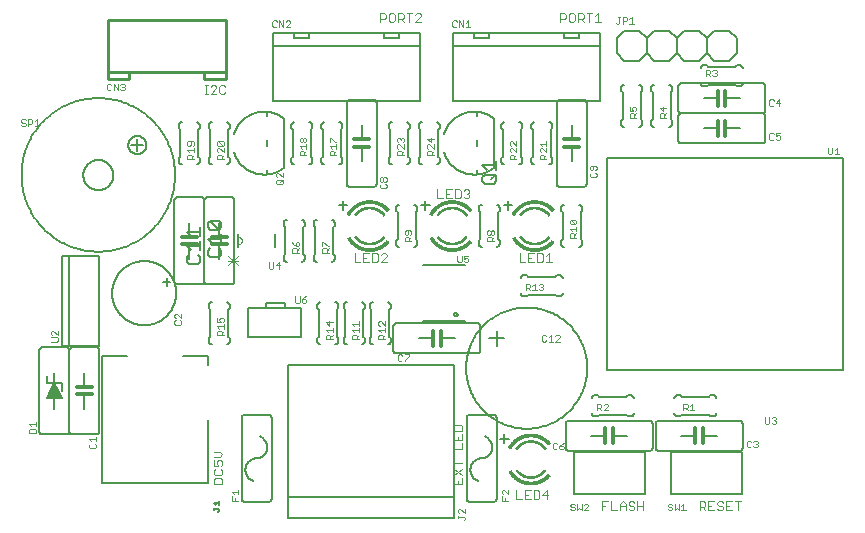
<source format=gto>
G75*
%MOIN*%
%OFA0B0*%
%FSLAX25Y25*%
%IPPOS*%
%LPD*%
%AMOC8*
5,1,8,0,0,1.08239X$1,22.5*
%
%ADD10C,0.00300*%
%ADD11C,0.01200*%
%ADD12C,0.00600*%
%ADD13C,0.00200*%
%ADD14C,0.00500*%
%ADD15C,0.00700*%
%ADD16C,0.01000*%
%ADD17C,0.00800*%
%ADD18C,0.00060*%
%ADD19C,0.00100*%
%ADD20C,0.00650*%
%ADD21C,0.00000*%
D10*
X0112792Y0100333D02*
X0112792Y0101784D01*
X0113276Y0102268D01*
X0115211Y0102268D01*
X0115694Y0101784D01*
X0115694Y0100333D01*
X0112792Y0100333D01*
X0113276Y0103280D02*
X0115211Y0103280D01*
X0115694Y0103763D01*
X0115694Y0104731D01*
X0115211Y0105215D01*
X0115211Y0106226D02*
X0115694Y0106710D01*
X0115694Y0107677D01*
X0115211Y0108161D01*
X0114243Y0108161D01*
X0113760Y0107677D01*
X0113760Y0107194D01*
X0114243Y0106226D01*
X0112792Y0106226D01*
X0112792Y0108161D01*
X0112792Y0109173D02*
X0114727Y0109173D01*
X0115694Y0110140D01*
X0114727Y0111108D01*
X0112792Y0111108D01*
X0113276Y0105215D02*
X0112792Y0104731D01*
X0112792Y0103763D01*
X0113276Y0103280D01*
X0192792Y0103280D02*
X0195694Y0105215D01*
X0195694Y0103280D02*
X0192792Y0105215D01*
X0192792Y0106226D02*
X0192792Y0108161D01*
X0192792Y0107194D02*
X0195694Y0107194D01*
X0195694Y0112119D02*
X0195694Y0114054D01*
X0195694Y0115066D02*
X0195694Y0117001D01*
X0195694Y0118012D02*
X0195694Y0119463D01*
X0195211Y0119947D01*
X0193276Y0119947D01*
X0192792Y0119463D01*
X0192792Y0118012D01*
X0195694Y0118012D01*
X0194243Y0116033D02*
X0194243Y0115066D01*
X0192792Y0115066D02*
X0195694Y0115066D01*
X0192792Y0115066D02*
X0192792Y0117001D01*
X0192792Y0112119D02*
X0195694Y0112119D01*
X0195694Y0102268D02*
X0195694Y0100333D01*
X0192792Y0100333D01*
X0192792Y0102268D01*
X0194243Y0101301D02*
X0194243Y0100333D01*
X0213504Y0098171D02*
X0213504Y0095268D01*
X0215439Y0095268D01*
X0216451Y0095268D02*
X0218386Y0095268D01*
X0219397Y0095268D02*
X0220849Y0095268D01*
X0221332Y0095752D01*
X0221332Y0097687D01*
X0220849Y0098171D01*
X0219397Y0098171D01*
X0219397Y0095268D01*
X0217418Y0096719D02*
X0216451Y0096719D01*
X0216451Y0095268D02*
X0216451Y0098171D01*
X0218386Y0098171D01*
X0222344Y0096719D02*
X0224279Y0096719D01*
X0223795Y0095268D02*
X0223795Y0098171D01*
X0222344Y0096719D01*
X0242244Y0094486D02*
X0242244Y0091583D01*
X0242244Y0093034D02*
X0243212Y0093034D01*
X0244179Y0094486D02*
X0242244Y0094486D01*
X0245191Y0094486D02*
X0245191Y0091583D01*
X0247126Y0091583D01*
X0248138Y0091583D02*
X0248138Y0093518D01*
X0249105Y0094486D01*
X0250073Y0093518D01*
X0250073Y0091583D01*
X0251084Y0092067D02*
X0251568Y0091583D01*
X0252535Y0091583D01*
X0253019Y0092067D01*
X0253019Y0092551D01*
X0252535Y0093034D01*
X0251568Y0093034D01*
X0251084Y0093518D01*
X0251084Y0094002D01*
X0251568Y0094486D01*
X0252535Y0094486D01*
X0253019Y0094002D01*
X0254031Y0094486D02*
X0254031Y0091583D01*
X0254031Y0093034D02*
X0255966Y0093034D01*
X0255966Y0091583D02*
X0255966Y0094486D01*
X0250073Y0093034D02*
X0248138Y0093034D01*
X0274744Y0092551D02*
X0276196Y0092551D01*
X0276679Y0093034D01*
X0276679Y0094002D01*
X0276196Y0094486D01*
X0274744Y0094486D01*
X0274744Y0091583D01*
X0275712Y0092551D02*
X0276679Y0091583D01*
X0277691Y0091583D02*
X0279626Y0091583D01*
X0280638Y0092067D02*
X0281121Y0091583D01*
X0282089Y0091583D01*
X0282573Y0092067D01*
X0282573Y0092551D01*
X0282089Y0093034D01*
X0281121Y0093034D01*
X0280638Y0093518D01*
X0280638Y0094002D01*
X0281121Y0094486D01*
X0282089Y0094486D01*
X0282573Y0094002D01*
X0283584Y0094486D02*
X0283584Y0091583D01*
X0285519Y0091583D01*
X0284552Y0093034D02*
X0283584Y0093034D01*
X0283584Y0094486D02*
X0285519Y0094486D01*
X0286531Y0094486D02*
X0288466Y0094486D01*
X0287498Y0094486D02*
X0287498Y0091583D01*
X0279626Y0094486D02*
X0277691Y0094486D01*
X0277691Y0091583D01*
X0277691Y0093034D02*
X0278658Y0093034D01*
X0225519Y0174333D02*
X0223584Y0174333D01*
X0224552Y0174333D02*
X0224552Y0177236D01*
X0223584Y0176268D01*
X0222573Y0176752D02*
X0222089Y0177236D01*
X0220638Y0177236D01*
X0220638Y0174333D01*
X0222089Y0174333D01*
X0222573Y0174817D01*
X0222573Y0176752D01*
X0219626Y0177236D02*
X0217691Y0177236D01*
X0217691Y0174333D01*
X0219626Y0174333D01*
X0218658Y0175784D02*
X0217691Y0175784D01*
X0216679Y0174333D02*
X0214744Y0174333D01*
X0214744Y0177236D01*
X0197535Y0195583D02*
X0196568Y0195583D01*
X0196084Y0196067D01*
X0195073Y0196067D02*
X0195073Y0198002D01*
X0194589Y0198486D01*
X0193138Y0198486D01*
X0193138Y0195583D01*
X0194589Y0195583D01*
X0195073Y0196067D01*
X0196084Y0198002D02*
X0196568Y0198486D01*
X0197535Y0198486D01*
X0198019Y0198002D01*
X0198019Y0197518D01*
X0197535Y0197034D01*
X0198019Y0196551D01*
X0198019Y0196067D01*
X0197535Y0195583D01*
X0197535Y0197034D02*
X0197052Y0197034D01*
X0192126Y0195583D02*
X0190191Y0195583D01*
X0190191Y0198486D01*
X0192126Y0198486D01*
X0191158Y0197034D02*
X0190191Y0197034D01*
X0189179Y0195583D02*
X0187244Y0195583D01*
X0187244Y0198486D01*
X0170035Y0177236D02*
X0169068Y0177236D01*
X0168584Y0176752D01*
X0167573Y0176752D02*
X0167089Y0177236D01*
X0165638Y0177236D01*
X0165638Y0174333D01*
X0167089Y0174333D01*
X0167573Y0174817D01*
X0167573Y0176752D01*
X0170035Y0177236D02*
X0170519Y0176752D01*
X0170519Y0176268D01*
X0168584Y0174333D01*
X0170519Y0174333D01*
X0164626Y0174333D02*
X0162691Y0174333D01*
X0162691Y0177236D01*
X0164626Y0177236D01*
X0163658Y0175784D02*
X0162691Y0175784D01*
X0161679Y0174333D02*
X0159744Y0174333D01*
X0159744Y0177236D01*
X0120760Y0176319D02*
X0117624Y0173183D01*
X0117624Y0174751D02*
X0120760Y0174751D01*
X0120760Y0173183D02*
X0117624Y0176319D01*
X0119192Y0176319D02*
X0119192Y0173183D01*
X0116107Y0230333D02*
X0116590Y0230817D01*
X0116107Y0230333D02*
X0115139Y0230333D01*
X0114655Y0230817D01*
X0114655Y0232752D01*
X0115139Y0233236D01*
X0116107Y0233236D01*
X0116590Y0232752D01*
X0113644Y0232752D02*
X0113160Y0233236D01*
X0112193Y0233236D01*
X0111709Y0232752D01*
X0110712Y0233236D02*
X0109744Y0233236D01*
X0110228Y0233236D02*
X0110228Y0230333D01*
X0109744Y0230333D02*
X0110712Y0230333D01*
X0111709Y0230333D02*
X0113644Y0232268D01*
X0113644Y0232752D01*
X0113644Y0230333D02*
X0111709Y0230333D01*
X0083065Y0231933D02*
X0082715Y0231583D01*
X0082015Y0231583D01*
X0081664Y0231933D01*
X0080856Y0231583D02*
X0080856Y0233685D01*
X0081664Y0233335D02*
X0082015Y0233685D01*
X0082715Y0233685D01*
X0083065Y0233335D01*
X0083065Y0232984D01*
X0082715Y0232634D01*
X0083065Y0232284D01*
X0083065Y0231933D01*
X0082715Y0232634D02*
X0082365Y0232634D01*
X0080856Y0231583D02*
X0079454Y0233685D01*
X0079454Y0231583D01*
X0078646Y0231933D02*
X0078295Y0231583D01*
X0077595Y0231583D01*
X0077244Y0231933D01*
X0077244Y0233335D01*
X0077595Y0233685D01*
X0078295Y0233685D01*
X0078646Y0233335D01*
X0168211Y0254318D02*
X0168211Y0257221D01*
X0169662Y0257221D01*
X0170146Y0256737D01*
X0170146Y0255769D01*
X0169662Y0255286D01*
X0168211Y0255286D01*
X0171157Y0254802D02*
X0171157Y0256737D01*
X0171641Y0257221D01*
X0172608Y0257221D01*
X0173092Y0256737D01*
X0173092Y0254802D01*
X0172608Y0254318D01*
X0171641Y0254318D01*
X0171157Y0254802D01*
X0174104Y0255286D02*
X0175555Y0255286D01*
X0176039Y0255769D01*
X0176039Y0256737D01*
X0175555Y0257221D01*
X0174104Y0257221D01*
X0174104Y0254318D01*
X0175071Y0255286D02*
X0176039Y0254318D01*
X0178018Y0254318D02*
X0178018Y0257221D01*
X0178985Y0257221D02*
X0177050Y0257221D01*
X0179997Y0256737D02*
X0180481Y0257221D01*
X0181448Y0257221D01*
X0181932Y0256737D01*
X0181932Y0256253D01*
X0179997Y0254318D01*
X0181932Y0254318D01*
X0228211Y0254318D02*
X0228211Y0257221D01*
X0229662Y0257221D01*
X0230146Y0256737D01*
X0230146Y0255769D01*
X0229662Y0255286D01*
X0228211Y0255286D01*
X0231157Y0254802D02*
X0231157Y0256737D01*
X0231641Y0257221D01*
X0232608Y0257221D01*
X0233092Y0256737D01*
X0233092Y0254802D01*
X0232608Y0254318D01*
X0231641Y0254318D01*
X0231157Y0254802D01*
X0234104Y0255286D02*
X0235555Y0255286D01*
X0236039Y0255769D01*
X0236039Y0256737D01*
X0235555Y0257221D01*
X0234104Y0257221D01*
X0234104Y0254318D01*
X0235071Y0255286D02*
X0236039Y0254318D01*
X0238018Y0254318D02*
X0238018Y0257221D01*
X0238985Y0257221D02*
X0237050Y0257221D01*
X0239997Y0256253D02*
X0240964Y0257221D01*
X0240964Y0254318D01*
X0239997Y0254318D02*
X0241932Y0254318D01*
D11*
X0280794Y0231433D02*
X0280794Y0228933D01*
X0280794Y0226433D01*
X0283294Y0226433D02*
X0283294Y0228933D01*
X0283294Y0231433D01*
X0283294Y0221433D02*
X0283294Y0218933D01*
X0283294Y0216433D01*
X0280794Y0216433D02*
X0280794Y0218933D01*
X0280794Y0221433D01*
X0234594Y0215133D02*
X0232094Y0215133D01*
X0229594Y0215133D01*
X0229594Y0212633D02*
X0232094Y0212633D01*
X0234594Y0212633D01*
X0164594Y0212633D02*
X0162094Y0212633D01*
X0159594Y0212633D01*
X0159594Y0215133D02*
X0162094Y0215133D01*
X0164594Y0215133D01*
X0117094Y0182733D02*
X0114594Y0182733D01*
X0112094Y0182733D01*
X0112094Y0180233D02*
X0114594Y0180233D01*
X0117094Y0180233D01*
X0107094Y0180133D02*
X0104594Y0180133D01*
X0102094Y0180133D01*
X0102094Y0182633D02*
X0104594Y0182633D01*
X0107094Y0182633D01*
X0072094Y0132633D02*
X0069594Y0132633D01*
X0067094Y0132633D01*
X0067094Y0130133D02*
X0069594Y0130133D01*
X0072094Y0130133D01*
X0185894Y0146433D02*
X0185894Y0148933D01*
X0185894Y0151433D01*
X0188394Y0151433D02*
X0188394Y0148933D01*
X0188394Y0146433D01*
X0243294Y0118933D02*
X0243294Y0116433D01*
X0243294Y0113933D01*
X0245794Y0113933D02*
X0245794Y0116433D01*
X0245794Y0118933D01*
X0273294Y0118933D02*
X0273294Y0116433D01*
X0273294Y0113933D01*
X0275794Y0113933D02*
X0275794Y0116433D01*
X0275794Y0118933D01*
D12*
X0275794Y0116433D02*
X0280594Y0116433D01*
X0279344Y0122933D02*
X0278344Y0122933D01*
X0277844Y0123433D01*
X0268844Y0123433D01*
X0268344Y0122933D01*
X0267344Y0122933D01*
X0267284Y0122935D01*
X0267223Y0122940D01*
X0267164Y0122949D01*
X0267105Y0122962D01*
X0267046Y0122978D01*
X0266989Y0122998D01*
X0266934Y0123021D01*
X0266879Y0123048D01*
X0266827Y0123077D01*
X0266776Y0123110D01*
X0266727Y0123146D01*
X0266681Y0123184D01*
X0266637Y0123226D01*
X0266595Y0123270D01*
X0266557Y0123316D01*
X0266521Y0123365D01*
X0266488Y0123416D01*
X0266459Y0123468D01*
X0266432Y0123523D01*
X0266409Y0123578D01*
X0266389Y0123635D01*
X0266373Y0123694D01*
X0266360Y0123753D01*
X0266351Y0123812D01*
X0266346Y0123873D01*
X0266344Y0123933D01*
X0266344Y0128933D02*
X0266346Y0128993D01*
X0266351Y0129054D01*
X0266360Y0129113D01*
X0266373Y0129172D01*
X0266389Y0129231D01*
X0266409Y0129288D01*
X0266432Y0129343D01*
X0266459Y0129398D01*
X0266488Y0129450D01*
X0266521Y0129501D01*
X0266557Y0129550D01*
X0266595Y0129596D01*
X0266637Y0129640D01*
X0266681Y0129682D01*
X0266727Y0129720D01*
X0266776Y0129756D01*
X0266827Y0129789D01*
X0266879Y0129818D01*
X0266934Y0129845D01*
X0266989Y0129868D01*
X0267046Y0129888D01*
X0267105Y0129904D01*
X0267164Y0129917D01*
X0267223Y0129926D01*
X0267284Y0129931D01*
X0267344Y0129933D01*
X0268344Y0129933D01*
X0268844Y0129433D01*
X0277844Y0129433D01*
X0278344Y0129933D01*
X0279344Y0129933D01*
X0279404Y0129931D01*
X0279465Y0129926D01*
X0279524Y0129917D01*
X0279583Y0129904D01*
X0279642Y0129888D01*
X0279699Y0129868D01*
X0279754Y0129845D01*
X0279809Y0129818D01*
X0279861Y0129789D01*
X0279912Y0129756D01*
X0279961Y0129720D01*
X0280007Y0129682D01*
X0280051Y0129640D01*
X0280093Y0129596D01*
X0280131Y0129550D01*
X0280167Y0129501D01*
X0280200Y0129450D01*
X0280229Y0129398D01*
X0280256Y0129343D01*
X0280279Y0129288D01*
X0280299Y0129231D01*
X0280315Y0129172D01*
X0280328Y0129113D01*
X0280337Y0129054D01*
X0280342Y0128993D01*
X0280344Y0128933D01*
X0280344Y0123933D02*
X0280342Y0123873D01*
X0280337Y0123812D01*
X0280328Y0123753D01*
X0280315Y0123694D01*
X0280299Y0123635D01*
X0280279Y0123578D01*
X0280256Y0123523D01*
X0280229Y0123468D01*
X0280200Y0123416D01*
X0280167Y0123365D01*
X0280131Y0123316D01*
X0280093Y0123270D01*
X0280051Y0123226D01*
X0280007Y0123184D01*
X0279961Y0123146D01*
X0279912Y0123110D01*
X0279861Y0123077D01*
X0279809Y0123048D01*
X0279754Y0123021D01*
X0279699Y0122998D01*
X0279642Y0122978D01*
X0279583Y0122962D01*
X0279524Y0122949D01*
X0279465Y0122940D01*
X0279404Y0122935D01*
X0279344Y0122933D01*
X0273294Y0116433D02*
X0268594Y0116433D01*
X0261094Y0111433D02*
X0261034Y0111435D01*
X0260973Y0111440D01*
X0260914Y0111449D01*
X0260855Y0111462D01*
X0260796Y0111478D01*
X0260739Y0111498D01*
X0260684Y0111521D01*
X0260629Y0111548D01*
X0260577Y0111577D01*
X0260526Y0111610D01*
X0260477Y0111646D01*
X0260431Y0111684D01*
X0260387Y0111726D01*
X0260345Y0111770D01*
X0260307Y0111816D01*
X0260271Y0111865D01*
X0260238Y0111916D01*
X0260209Y0111968D01*
X0260182Y0112023D01*
X0260159Y0112078D01*
X0260139Y0112135D01*
X0260123Y0112194D01*
X0260110Y0112253D01*
X0260101Y0112312D01*
X0260096Y0112373D01*
X0260094Y0112433D01*
X0260094Y0120433D01*
X0259094Y0120433D02*
X0259094Y0112433D01*
X0259092Y0112373D01*
X0259087Y0112312D01*
X0259078Y0112253D01*
X0259065Y0112194D01*
X0259049Y0112135D01*
X0259029Y0112078D01*
X0259006Y0112023D01*
X0258979Y0111968D01*
X0258950Y0111916D01*
X0258917Y0111865D01*
X0258881Y0111816D01*
X0258843Y0111770D01*
X0258801Y0111726D01*
X0258757Y0111684D01*
X0258711Y0111646D01*
X0258662Y0111610D01*
X0258611Y0111577D01*
X0258559Y0111548D01*
X0258504Y0111521D01*
X0258449Y0111498D01*
X0258392Y0111478D01*
X0258333Y0111462D01*
X0258274Y0111449D01*
X0258215Y0111440D01*
X0258154Y0111435D01*
X0258094Y0111433D01*
X0231094Y0111433D01*
X0231034Y0111435D01*
X0230973Y0111440D01*
X0230914Y0111449D01*
X0230855Y0111462D01*
X0230796Y0111478D01*
X0230739Y0111498D01*
X0230684Y0111521D01*
X0230629Y0111548D01*
X0230577Y0111577D01*
X0230526Y0111610D01*
X0230477Y0111646D01*
X0230431Y0111684D01*
X0230387Y0111726D01*
X0230345Y0111770D01*
X0230307Y0111816D01*
X0230271Y0111865D01*
X0230238Y0111916D01*
X0230209Y0111968D01*
X0230182Y0112023D01*
X0230159Y0112078D01*
X0230139Y0112135D01*
X0230123Y0112194D01*
X0230110Y0112253D01*
X0230101Y0112312D01*
X0230096Y0112373D01*
X0230094Y0112433D01*
X0230094Y0120433D01*
X0230096Y0120493D01*
X0230101Y0120554D01*
X0230110Y0120613D01*
X0230123Y0120672D01*
X0230139Y0120731D01*
X0230159Y0120788D01*
X0230182Y0120843D01*
X0230209Y0120898D01*
X0230238Y0120950D01*
X0230271Y0121001D01*
X0230307Y0121050D01*
X0230345Y0121096D01*
X0230387Y0121140D01*
X0230431Y0121182D01*
X0230477Y0121220D01*
X0230526Y0121256D01*
X0230577Y0121289D01*
X0230629Y0121318D01*
X0230684Y0121345D01*
X0230739Y0121368D01*
X0230796Y0121388D01*
X0230855Y0121404D01*
X0230914Y0121417D01*
X0230973Y0121426D01*
X0231034Y0121431D01*
X0231094Y0121433D01*
X0258094Y0121433D01*
X0258154Y0121431D01*
X0258215Y0121426D01*
X0258274Y0121417D01*
X0258333Y0121404D01*
X0258392Y0121388D01*
X0258449Y0121368D01*
X0258504Y0121345D01*
X0258559Y0121318D01*
X0258611Y0121289D01*
X0258662Y0121256D01*
X0258711Y0121220D01*
X0258757Y0121182D01*
X0258801Y0121140D01*
X0258843Y0121096D01*
X0258881Y0121050D01*
X0258917Y0121001D01*
X0258950Y0120950D01*
X0258979Y0120898D01*
X0259006Y0120843D01*
X0259029Y0120788D01*
X0259049Y0120731D01*
X0259065Y0120672D01*
X0259078Y0120613D01*
X0259087Y0120554D01*
X0259092Y0120493D01*
X0259094Y0120433D01*
X0260094Y0120433D02*
X0260096Y0120493D01*
X0260101Y0120554D01*
X0260110Y0120613D01*
X0260123Y0120672D01*
X0260139Y0120731D01*
X0260159Y0120788D01*
X0260182Y0120843D01*
X0260209Y0120898D01*
X0260238Y0120950D01*
X0260271Y0121001D01*
X0260307Y0121050D01*
X0260345Y0121096D01*
X0260387Y0121140D01*
X0260431Y0121182D01*
X0260477Y0121220D01*
X0260526Y0121256D01*
X0260577Y0121289D01*
X0260629Y0121318D01*
X0260684Y0121345D01*
X0260739Y0121368D01*
X0260796Y0121388D01*
X0260855Y0121404D01*
X0260914Y0121417D01*
X0260973Y0121426D01*
X0261034Y0121431D01*
X0261094Y0121433D01*
X0288094Y0121433D01*
X0288154Y0121431D01*
X0288215Y0121426D01*
X0288274Y0121417D01*
X0288333Y0121404D01*
X0288392Y0121388D01*
X0288449Y0121368D01*
X0288504Y0121345D01*
X0288559Y0121318D01*
X0288611Y0121289D01*
X0288662Y0121256D01*
X0288711Y0121220D01*
X0288757Y0121182D01*
X0288801Y0121140D01*
X0288843Y0121096D01*
X0288881Y0121050D01*
X0288917Y0121001D01*
X0288950Y0120950D01*
X0288979Y0120898D01*
X0289006Y0120843D01*
X0289029Y0120788D01*
X0289049Y0120731D01*
X0289065Y0120672D01*
X0289078Y0120613D01*
X0289087Y0120554D01*
X0289092Y0120493D01*
X0289094Y0120433D01*
X0289094Y0112433D01*
X0289092Y0112373D01*
X0289087Y0112312D01*
X0289078Y0112253D01*
X0289065Y0112194D01*
X0289049Y0112135D01*
X0289029Y0112078D01*
X0289006Y0112023D01*
X0288979Y0111968D01*
X0288950Y0111916D01*
X0288917Y0111865D01*
X0288881Y0111816D01*
X0288843Y0111770D01*
X0288801Y0111726D01*
X0288757Y0111684D01*
X0288711Y0111646D01*
X0288662Y0111610D01*
X0288611Y0111577D01*
X0288559Y0111548D01*
X0288504Y0111521D01*
X0288449Y0111498D01*
X0288392Y0111478D01*
X0288333Y0111462D01*
X0288274Y0111449D01*
X0288215Y0111440D01*
X0288154Y0111435D01*
X0288094Y0111433D01*
X0261094Y0111433D01*
X0250594Y0116433D02*
X0245794Y0116433D01*
X0243294Y0116433D02*
X0238594Y0116433D01*
X0239844Y0122933D02*
X0240844Y0122933D01*
X0241344Y0123433D01*
X0250344Y0123433D01*
X0250844Y0122933D01*
X0251844Y0122933D01*
X0251904Y0122935D01*
X0251965Y0122940D01*
X0252024Y0122949D01*
X0252083Y0122962D01*
X0252142Y0122978D01*
X0252199Y0122998D01*
X0252254Y0123021D01*
X0252309Y0123048D01*
X0252361Y0123077D01*
X0252412Y0123110D01*
X0252461Y0123146D01*
X0252507Y0123184D01*
X0252551Y0123226D01*
X0252593Y0123270D01*
X0252631Y0123316D01*
X0252667Y0123365D01*
X0252700Y0123416D01*
X0252729Y0123468D01*
X0252756Y0123523D01*
X0252779Y0123578D01*
X0252799Y0123635D01*
X0252815Y0123694D01*
X0252828Y0123753D01*
X0252837Y0123812D01*
X0252842Y0123873D01*
X0252844Y0123933D01*
X0252844Y0128933D02*
X0252842Y0128993D01*
X0252837Y0129054D01*
X0252828Y0129113D01*
X0252815Y0129172D01*
X0252799Y0129231D01*
X0252779Y0129288D01*
X0252756Y0129343D01*
X0252729Y0129398D01*
X0252700Y0129450D01*
X0252667Y0129501D01*
X0252631Y0129550D01*
X0252593Y0129596D01*
X0252551Y0129640D01*
X0252507Y0129682D01*
X0252461Y0129720D01*
X0252412Y0129756D01*
X0252361Y0129789D01*
X0252309Y0129818D01*
X0252254Y0129845D01*
X0252199Y0129868D01*
X0252142Y0129888D01*
X0252083Y0129904D01*
X0252024Y0129917D01*
X0251965Y0129926D01*
X0251904Y0129931D01*
X0251844Y0129933D01*
X0250844Y0129933D01*
X0250344Y0129433D01*
X0241344Y0129433D01*
X0240844Y0129933D01*
X0239844Y0129933D01*
X0239784Y0129931D01*
X0239723Y0129926D01*
X0239664Y0129917D01*
X0239605Y0129904D01*
X0239546Y0129888D01*
X0239489Y0129868D01*
X0239434Y0129845D01*
X0239379Y0129818D01*
X0239327Y0129789D01*
X0239276Y0129756D01*
X0239227Y0129720D01*
X0239181Y0129682D01*
X0239137Y0129640D01*
X0239095Y0129596D01*
X0239057Y0129550D01*
X0239021Y0129501D01*
X0238988Y0129450D01*
X0238959Y0129398D01*
X0238932Y0129343D01*
X0238909Y0129288D01*
X0238889Y0129231D01*
X0238873Y0129172D01*
X0238860Y0129113D01*
X0238851Y0129054D01*
X0238846Y0128993D01*
X0238844Y0128933D01*
X0238844Y0123933D02*
X0238846Y0123873D01*
X0238851Y0123812D01*
X0238860Y0123753D01*
X0238873Y0123694D01*
X0238889Y0123635D01*
X0238909Y0123578D01*
X0238932Y0123523D01*
X0238959Y0123468D01*
X0238988Y0123416D01*
X0239021Y0123365D01*
X0239057Y0123316D01*
X0239095Y0123270D01*
X0239137Y0123226D01*
X0239181Y0123184D01*
X0239227Y0123146D01*
X0239276Y0123110D01*
X0239327Y0123077D01*
X0239379Y0123048D01*
X0239434Y0123021D01*
X0239489Y0122998D01*
X0239546Y0122978D01*
X0239605Y0122962D01*
X0239664Y0122949D01*
X0239723Y0122940D01*
X0239784Y0122935D01*
X0239844Y0122933D01*
X0207094Y0122433D02*
X0207094Y0095433D01*
X0207092Y0095373D01*
X0207087Y0095312D01*
X0207078Y0095253D01*
X0207065Y0095194D01*
X0207049Y0095135D01*
X0207029Y0095078D01*
X0207006Y0095023D01*
X0206979Y0094968D01*
X0206950Y0094916D01*
X0206917Y0094865D01*
X0206881Y0094816D01*
X0206843Y0094770D01*
X0206801Y0094726D01*
X0206757Y0094684D01*
X0206711Y0094646D01*
X0206662Y0094610D01*
X0206611Y0094577D01*
X0206559Y0094548D01*
X0206504Y0094521D01*
X0206449Y0094498D01*
X0206392Y0094478D01*
X0206333Y0094462D01*
X0206274Y0094449D01*
X0206215Y0094440D01*
X0206154Y0094435D01*
X0206094Y0094433D01*
X0198094Y0094433D01*
X0198034Y0094435D01*
X0197973Y0094440D01*
X0197914Y0094449D01*
X0197855Y0094462D01*
X0197796Y0094478D01*
X0197739Y0094498D01*
X0197684Y0094521D01*
X0197629Y0094548D01*
X0197577Y0094577D01*
X0197526Y0094610D01*
X0197477Y0094646D01*
X0197431Y0094684D01*
X0197387Y0094726D01*
X0197345Y0094770D01*
X0197307Y0094816D01*
X0197271Y0094865D01*
X0197238Y0094916D01*
X0197209Y0094968D01*
X0197182Y0095023D01*
X0197159Y0095078D01*
X0197139Y0095135D01*
X0197123Y0095194D01*
X0197110Y0095253D01*
X0197101Y0095312D01*
X0197096Y0095373D01*
X0197094Y0095433D01*
X0197094Y0122433D01*
X0197096Y0122493D01*
X0197101Y0122554D01*
X0197110Y0122613D01*
X0197123Y0122672D01*
X0197139Y0122731D01*
X0197159Y0122788D01*
X0197182Y0122843D01*
X0197209Y0122898D01*
X0197238Y0122950D01*
X0197271Y0123001D01*
X0197307Y0123050D01*
X0197345Y0123096D01*
X0197387Y0123140D01*
X0197431Y0123182D01*
X0197477Y0123220D01*
X0197526Y0123256D01*
X0197577Y0123289D01*
X0197629Y0123318D01*
X0197684Y0123345D01*
X0197739Y0123368D01*
X0197796Y0123388D01*
X0197855Y0123404D01*
X0197914Y0123417D01*
X0197973Y0123426D01*
X0198034Y0123431D01*
X0198094Y0123433D01*
X0206094Y0123433D01*
X0206154Y0123431D01*
X0206215Y0123426D01*
X0206274Y0123417D01*
X0206333Y0123404D01*
X0206392Y0123388D01*
X0206449Y0123368D01*
X0206504Y0123345D01*
X0206559Y0123318D01*
X0206611Y0123289D01*
X0206662Y0123256D01*
X0206711Y0123220D01*
X0206757Y0123182D01*
X0206801Y0123140D01*
X0206843Y0123096D01*
X0206881Y0123050D01*
X0206917Y0123001D01*
X0206950Y0122950D01*
X0206979Y0122898D01*
X0207006Y0122843D01*
X0207029Y0122788D01*
X0207049Y0122731D01*
X0207065Y0122672D01*
X0207078Y0122613D01*
X0207087Y0122554D01*
X0207092Y0122493D01*
X0207094Y0122433D01*
X0200594Y0143933D02*
X0173594Y0143933D01*
X0173534Y0143935D01*
X0173473Y0143940D01*
X0173414Y0143949D01*
X0173355Y0143962D01*
X0173296Y0143978D01*
X0173239Y0143998D01*
X0173184Y0144021D01*
X0173129Y0144048D01*
X0173077Y0144077D01*
X0173026Y0144110D01*
X0172977Y0144146D01*
X0172931Y0144184D01*
X0172887Y0144226D01*
X0172845Y0144270D01*
X0172807Y0144316D01*
X0172771Y0144365D01*
X0172738Y0144416D01*
X0172709Y0144468D01*
X0172682Y0144523D01*
X0172659Y0144578D01*
X0172639Y0144635D01*
X0172623Y0144694D01*
X0172610Y0144753D01*
X0172601Y0144812D01*
X0172596Y0144873D01*
X0172594Y0144933D01*
X0172594Y0152933D01*
X0172596Y0152993D01*
X0172601Y0153054D01*
X0172610Y0153113D01*
X0172623Y0153172D01*
X0172639Y0153231D01*
X0172659Y0153288D01*
X0172682Y0153343D01*
X0172709Y0153398D01*
X0172738Y0153450D01*
X0172771Y0153501D01*
X0172807Y0153550D01*
X0172845Y0153596D01*
X0172887Y0153640D01*
X0172931Y0153682D01*
X0172977Y0153720D01*
X0173026Y0153756D01*
X0173077Y0153789D01*
X0173129Y0153818D01*
X0173184Y0153845D01*
X0173239Y0153868D01*
X0173296Y0153888D01*
X0173355Y0153904D01*
X0173414Y0153917D01*
X0173473Y0153926D01*
X0173534Y0153931D01*
X0173594Y0153933D01*
X0200594Y0153933D01*
X0200654Y0153931D01*
X0200715Y0153926D01*
X0200774Y0153917D01*
X0200833Y0153904D01*
X0200892Y0153888D01*
X0200949Y0153868D01*
X0201004Y0153845D01*
X0201059Y0153818D01*
X0201111Y0153789D01*
X0201162Y0153756D01*
X0201211Y0153720D01*
X0201257Y0153682D01*
X0201301Y0153640D01*
X0201343Y0153596D01*
X0201381Y0153550D01*
X0201417Y0153501D01*
X0201450Y0153450D01*
X0201479Y0153398D01*
X0201506Y0153343D01*
X0201529Y0153288D01*
X0201549Y0153231D01*
X0201565Y0153172D01*
X0201578Y0153113D01*
X0201587Y0153054D01*
X0201592Y0152993D01*
X0201594Y0152933D01*
X0201594Y0144933D01*
X0201592Y0144873D01*
X0201587Y0144812D01*
X0201578Y0144753D01*
X0201565Y0144694D01*
X0201549Y0144635D01*
X0201529Y0144578D01*
X0201506Y0144523D01*
X0201479Y0144468D01*
X0201450Y0144416D01*
X0201417Y0144365D01*
X0201381Y0144316D01*
X0201343Y0144270D01*
X0201301Y0144226D01*
X0201257Y0144184D01*
X0201211Y0144146D01*
X0201162Y0144110D01*
X0201111Y0144077D01*
X0201059Y0144048D01*
X0201004Y0144021D01*
X0200949Y0143998D01*
X0200892Y0143978D01*
X0200833Y0143962D01*
X0200774Y0143949D01*
X0200715Y0143940D01*
X0200654Y0143935D01*
X0200594Y0143933D01*
X0193094Y0148933D02*
X0188394Y0148933D01*
X0185894Y0148933D02*
X0181094Y0148933D01*
X0182496Y0154634D02*
X0196693Y0154634D01*
X0216094Y0162933D02*
X0217094Y0162933D01*
X0217594Y0163433D01*
X0226594Y0163433D01*
X0227094Y0162933D01*
X0228094Y0162933D01*
X0228154Y0162935D01*
X0228215Y0162940D01*
X0228274Y0162949D01*
X0228333Y0162962D01*
X0228392Y0162978D01*
X0228449Y0162998D01*
X0228504Y0163021D01*
X0228559Y0163048D01*
X0228611Y0163077D01*
X0228662Y0163110D01*
X0228711Y0163146D01*
X0228757Y0163184D01*
X0228801Y0163226D01*
X0228843Y0163270D01*
X0228881Y0163316D01*
X0228917Y0163365D01*
X0228950Y0163416D01*
X0228979Y0163468D01*
X0229006Y0163523D01*
X0229029Y0163578D01*
X0229049Y0163635D01*
X0229065Y0163694D01*
X0229078Y0163753D01*
X0229087Y0163812D01*
X0229092Y0163873D01*
X0229094Y0163933D01*
X0229094Y0168933D02*
X0229092Y0168993D01*
X0229087Y0169054D01*
X0229078Y0169113D01*
X0229065Y0169172D01*
X0229049Y0169231D01*
X0229029Y0169288D01*
X0229006Y0169343D01*
X0228979Y0169398D01*
X0228950Y0169450D01*
X0228917Y0169501D01*
X0228881Y0169550D01*
X0228843Y0169596D01*
X0228801Y0169640D01*
X0228757Y0169682D01*
X0228711Y0169720D01*
X0228662Y0169756D01*
X0228611Y0169789D01*
X0228559Y0169818D01*
X0228504Y0169845D01*
X0228449Y0169868D01*
X0228392Y0169888D01*
X0228333Y0169904D01*
X0228274Y0169917D01*
X0228215Y0169926D01*
X0228154Y0169931D01*
X0228094Y0169933D01*
X0227094Y0169933D01*
X0226594Y0169433D01*
X0217594Y0169433D01*
X0217094Y0169933D01*
X0216094Y0169933D01*
X0216034Y0169931D01*
X0215973Y0169926D01*
X0215914Y0169917D01*
X0215855Y0169904D01*
X0215796Y0169888D01*
X0215739Y0169868D01*
X0215684Y0169845D01*
X0215629Y0169818D01*
X0215577Y0169789D01*
X0215526Y0169756D01*
X0215477Y0169720D01*
X0215431Y0169682D01*
X0215387Y0169640D01*
X0215345Y0169596D01*
X0215307Y0169550D01*
X0215271Y0169501D01*
X0215238Y0169450D01*
X0215209Y0169398D01*
X0215182Y0169343D01*
X0215159Y0169288D01*
X0215139Y0169231D01*
X0215123Y0169172D01*
X0215110Y0169113D01*
X0215101Y0169054D01*
X0215096Y0168993D01*
X0215094Y0168933D01*
X0215094Y0163933D02*
X0215096Y0163873D01*
X0215101Y0163812D01*
X0215110Y0163753D01*
X0215123Y0163694D01*
X0215139Y0163635D01*
X0215159Y0163578D01*
X0215182Y0163523D01*
X0215209Y0163468D01*
X0215238Y0163416D01*
X0215271Y0163365D01*
X0215307Y0163316D01*
X0215345Y0163270D01*
X0215387Y0163226D01*
X0215431Y0163184D01*
X0215477Y0163146D01*
X0215526Y0163110D01*
X0215577Y0163077D01*
X0215629Y0163048D01*
X0215684Y0163021D01*
X0215739Y0162998D01*
X0215796Y0162978D01*
X0215855Y0162962D01*
X0215914Y0162949D01*
X0215973Y0162940D01*
X0216034Y0162935D01*
X0216094Y0162933D01*
X0196693Y0173232D02*
X0182496Y0173232D01*
X0180594Y0180433D02*
X0180594Y0181433D01*
X0180094Y0181933D01*
X0180094Y0190933D01*
X0180594Y0191433D01*
X0180594Y0192433D01*
X0180592Y0192493D01*
X0180587Y0192554D01*
X0180578Y0192613D01*
X0180565Y0192672D01*
X0180549Y0192731D01*
X0180529Y0192788D01*
X0180506Y0192843D01*
X0180479Y0192898D01*
X0180450Y0192950D01*
X0180417Y0193001D01*
X0180381Y0193050D01*
X0180343Y0193096D01*
X0180301Y0193140D01*
X0180257Y0193182D01*
X0180211Y0193220D01*
X0180162Y0193256D01*
X0180111Y0193289D01*
X0180059Y0193318D01*
X0180004Y0193345D01*
X0179949Y0193368D01*
X0179892Y0193388D01*
X0179833Y0193404D01*
X0179774Y0193417D01*
X0179715Y0193426D01*
X0179654Y0193431D01*
X0179594Y0193433D01*
X0174594Y0193433D02*
X0174534Y0193431D01*
X0174473Y0193426D01*
X0174414Y0193417D01*
X0174355Y0193404D01*
X0174296Y0193388D01*
X0174239Y0193368D01*
X0174184Y0193345D01*
X0174129Y0193318D01*
X0174077Y0193289D01*
X0174026Y0193256D01*
X0173977Y0193220D01*
X0173931Y0193182D01*
X0173887Y0193140D01*
X0173845Y0193096D01*
X0173807Y0193050D01*
X0173771Y0193001D01*
X0173738Y0192950D01*
X0173709Y0192898D01*
X0173682Y0192843D01*
X0173659Y0192788D01*
X0173639Y0192731D01*
X0173623Y0192672D01*
X0173610Y0192613D01*
X0173601Y0192554D01*
X0173596Y0192493D01*
X0173594Y0192433D01*
X0173594Y0191433D01*
X0174094Y0190933D01*
X0174094Y0181933D01*
X0173594Y0181433D01*
X0173594Y0180433D01*
X0173596Y0180373D01*
X0173601Y0180312D01*
X0173610Y0180253D01*
X0173623Y0180194D01*
X0173639Y0180135D01*
X0173659Y0180078D01*
X0173682Y0180023D01*
X0173709Y0179968D01*
X0173738Y0179916D01*
X0173771Y0179865D01*
X0173807Y0179816D01*
X0173845Y0179770D01*
X0173887Y0179726D01*
X0173931Y0179684D01*
X0173977Y0179646D01*
X0174026Y0179610D01*
X0174077Y0179577D01*
X0174129Y0179548D01*
X0174184Y0179521D01*
X0174239Y0179498D01*
X0174296Y0179478D01*
X0174355Y0179462D01*
X0174414Y0179449D01*
X0174473Y0179440D01*
X0174534Y0179435D01*
X0174594Y0179433D01*
X0179594Y0179433D02*
X0179654Y0179435D01*
X0179715Y0179440D01*
X0179774Y0179449D01*
X0179833Y0179462D01*
X0179892Y0179478D01*
X0179949Y0179498D01*
X0180004Y0179521D01*
X0180059Y0179548D01*
X0180111Y0179577D01*
X0180162Y0179610D01*
X0180211Y0179646D01*
X0180257Y0179684D01*
X0180301Y0179726D01*
X0180343Y0179770D01*
X0180381Y0179816D01*
X0180417Y0179865D01*
X0180450Y0179916D01*
X0180479Y0179968D01*
X0180506Y0180023D01*
X0180529Y0180078D01*
X0180549Y0180135D01*
X0180565Y0180194D01*
X0180578Y0180253D01*
X0180587Y0180312D01*
X0180592Y0180373D01*
X0180594Y0180433D01*
X0201094Y0180433D02*
X0201094Y0181433D01*
X0201594Y0181933D01*
X0201594Y0190933D01*
X0201094Y0191433D01*
X0201094Y0192433D01*
X0201096Y0192493D01*
X0201101Y0192554D01*
X0201110Y0192613D01*
X0201123Y0192672D01*
X0201139Y0192731D01*
X0201159Y0192788D01*
X0201182Y0192843D01*
X0201209Y0192898D01*
X0201238Y0192950D01*
X0201271Y0193001D01*
X0201307Y0193050D01*
X0201345Y0193096D01*
X0201387Y0193140D01*
X0201431Y0193182D01*
X0201477Y0193220D01*
X0201526Y0193256D01*
X0201577Y0193289D01*
X0201629Y0193318D01*
X0201684Y0193345D01*
X0201739Y0193368D01*
X0201796Y0193388D01*
X0201855Y0193404D01*
X0201914Y0193417D01*
X0201973Y0193426D01*
X0202034Y0193431D01*
X0202094Y0193433D01*
X0207094Y0193433D02*
X0207154Y0193431D01*
X0207215Y0193426D01*
X0207274Y0193417D01*
X0207333Y0193404D01*
X0207392Y0193388D01*
X0207449Y0193368D01*
X0207504Y0193345D01*
X0207559Y0193318D01*
X0207611Y0193289D01*
X0207662Y0193256D01*
X0207711Y0193220D01*
X0207757Y0193182D01*
X0207801Y0193140D01*
X0207843Y0193096D01*
X0207881Y0193050D01*
X0207917Y0193001D01*
X0207950Y0192950D01*
X0207979Y0192898D01*
X0208006Y0192843D01*
X0208029Y0192788D01*
X0208049Y0192731D01*
X0208065Y0192672D01*
X0208078Y0192613D01*
X0208087Y0192554D01*
X0208092Y0192493D01*
X0208094Y0192433D01*
X0208094Y0191433D01*
X0207594Y0190933D01*
X0207594Y0181933D01*
X0208094Y0181433D01*
X0208094Y0180433D01*
X0208092Y0180373D01*
X0208087Y0180312D01*
X0208078Y0180253D01*
X0208065Y0180194D01*
X0208049Y0180135D01*
X0208029Y0180078D01*
X0208006Y0180023D01*
X0207979Y0179968D01*
X0207950Y0179916D01*
X0207917Y0179865D01*
X0207881Y0179816D01*
X0207843Y0179770D01*
X0207801Y0179726D01*
X0207757Y0179684D01*
X0207711Y0179646D01*
X0207662Y0179610D01*
X0207611Y0179577D01*
X0207559Y0179548D01*
X0207504Y0179521D01*
X0207449Y0179498D01*
X0207392Y0179478D01*
X0207333Y0179462D01*
X0207274Y0179449D01*
X0207215Y0179440D01*
X0207154Y0179435D01*
X0207094Y0179433D01*
X0202094Y0179433D02*
X0202034Y0179435D01*
X0201973Y0179440D01*
X0201914Y0179449D01*
X0201855Y0179462D01*
X0201796Y0179478D01*
X0201739Y0179498D01*
X0201684Y0179521D01*
X0201629Y0179548D01*
X0201577Y0179577D01*
X0201526Y0179610D01*
X0201477Y0179646D01*
X0201431Y0179684D01*
X0201387Y0179726D01*
X0201345Y0179770D01*
X0201307Y0179816D01*
X0201271Y0179865D01*
X0201238Y0179916D01*
X0201209Y0179968D01*
X0201182Y0180023D01*
X0201159Y0180078D01*
X0201139Y0180135D01*
X0201123Y0180194D01*
X0201110Y0180253D01*
X0201101Y0180312D01*
X0201096Y0180373D01*
X0201094Y0180433D01*
X0228594Y0180433D02*
X0228594Y0181433D01*
X0229094Y0181933D01*
X0229094Y0190933D01*
X0228594Y0191433D01*
X0228594Y0192433D01*
X0228596Y0192493D01*
X0228601Y0192554D01*
X0228610Y0192613D01*
X0228623Y0192672D01*
X0228639Y0192731D01*
X0228659Y0192788D01*
X0228682Y0192843D01*
X0228709Y0192898D01*
X0228738Y0192950D01*
X0228771Y0193001D01*
X0228807Y0193050D01*
X0228845Y0193096D01*
X0228887Y0193140D01*
X0228931Y0193182D01*
X0228977Y0193220D01*
X0229026Y0193256D01*
X0229077Y0193289D01*
X0229129Y0193318D01*
X0229184Y0193345D01*
X0229239Y0193368D01*
X0229296Y0193388D01*
X0229355Y0193404D01*
X0229414Y0193417D01*
X0229473Y0193426D01*
X0229534Y0193431D01*
X0229594Y0193433D01*
X0234594Y0193433D02*
X0234654Y0193431D01*
X0234715Y0193426D01*
X0234774Y0193417D01*
X0234833Y0193404D01*
X0234892Y0193388D01*
X0234949Y0193368D01*
X0235004Y0193345D01*
X0235059Y0193318D01*
X0235111Y0193289D01*
X0235162Y0193256D01*
X0235211Y0193220D01*
X0235257Y0193182D01*
X0235301Y0193140D01*
X0235343Y0193096D01*
X0235381Y0193050D01*
X0235417Y0193001D01*
X0235450Y0192950D01*
X0235479Y0192898D01*
X0235506Y0192843D01*
X0235529Y0192788D01*
X0235549Y0192731D01*
X0235565Y0192672D01*
X0235578Y0192613D01*
X0235587Y0192554D01*
X0235592Y0192493D01*
X0235594Y0192433D01*
X0235594Y0191433D01*
X0235094Y0190933D01*
X0235094Y0181933D01*
X0235594Y0181433D01*
X0235594Y0180433D01*
X0235592Y0180373D01*
X0235587Y0180312D01*
X0235578Y0180253D01*
X0235565Y0180194D01*
X0235549Y0180135D01*
X0235529Y0180078D01*
X0235506Y0180023D01*
X0235479Y0179968D01*
X0235450Y0179916D01*
X0235417Y0179865D01*
X0235381Y0179816D01*
X0235343Y0179770D01*
X0235301Y0179726D01*
X0235257Y0179684D01*
X0235211Y0179646D01*
X0235162Y0179610D01*
X0235111Y0179577D01*
X0235059Y0179548D01*
X0235004Y0179521D01*
X0234949Y0179498D01*
X0234892Y0179478D01*
X0234833Y0179462D01*
X0234774Y0179449D01*
X0234715Y0179440D01*
X0234654Y0179435D01*
X0234594Y0179433D01*
X0229594Y0179433D02*
X0229534Y0179435D01*
X0229473Y0179440D01*
X0229414Y0179449D01*
X0229355Y0179462D01*
X0229296Y0179478D01*
X0229239Y0179498D01*
X0229184Y0179521D01*
X0229129Y0179548D01*
X0229077Y0179577D01*
X0229026Y0179610D01*
X0228977Y0179646D01*
X0228931Y0179684D01*
X0228887Y0179726D01*
X0228845Y0179770D01*
X0228807Y0179816D01*
X0228771Y0179865D01*
X0228738Y0179916D01*
X0228709Y0179968D01*
X0228682Y0180023D01*
X0228659Y0180078D01*
X0228639Y0180135D01*
X0228623Y0180194D01*
X0228610Y0180253D01*
X0228601Y0180312D01*
X0228596Y0180373D01*
X0228594Y0180433D01*
X0228094Y0199433D02*
X0236094Y0199433D01*
X0236154Y0199435D01*
X0236215Y0199440D01*
X0236274Y0199449D01*
X0236333Y0199462D01*
X0236392Y0199478D01*
X0236449Y0199498D01*
X0236504Y0199521D01*
X0236559Y0199548D01*
X0236611Y0199577D01*
X0236662Y0199610D01*
X0236711Y0199646D01*
X0236757Y0199684D01*
X0236801Y0199726D01*
X0236843Y0199770D01*
X0236881Y0199816D01*
X0236917Y0199865D01*
X0236950Y0199916D01*
X0236979Y0199968D01*
X0237006Y0200023D01*
X0237029Y0200078D01*
X0237049Y0200135D01*
X0237065Y0200194D01*
X0237078Y0200253D01*
X0237087Y0200312D01*
X0237092Y0200373D01*
X0237094Y0200433D01*
X0237094Y0227433D01*
X0237092Y0227493D01*
X0237087Y0227554D01*
X0237078Y0227613D01*
X0237065Y0227672D01*
X0237049Y0227731D01*
X0237029Y0227788D01*
X0237006Y0227843D01*
X0236979Y0227898D01*
X0236950Y0227950D01*
X0236917Y0228001D01*
X0236881Y0228050D01*
X0236843Y0228096D01*
X0236801Y0228140D01*
X0236757Y0228182D01*
X0236711Y0228220D01*
X0236662Y0228256D01*
X0236611Y0228289D01*
X0236559Y0228318D01*
X0236504Y0228345D01*
X0236449Y0228368D01*
X0236392Y0228388D01*
X0236333Y0228404D01*
X0236274Y0228417D01*
X0236215Y0228426D01*
X0236154Y0228431D01*
X0236094Y0228433D01*
X0228094Y0228433D01*
X0228034Y0228431D01*
X0227973Y0228426D01*
X0227914Y0228417D01*
X0227855Y0228404D01*
X0227796Y0228388D01*
X0227739Y0228368D01*
X0227684Y0228345D01*
X0227629Y0228318D01*
X0227577Y0228289D01*
X0227526Y0228256D01*
X0227477Y0228220D01*
X0227431Y0228182D01*
X0227387Y0228140D01*
X0227345Y0228096D01*
X0227307Y0228050D01*
X0227271Y0228001D01*
X0227238Y0227950D01*
X0227209Y0227898D01*
X0227182Y0227843D01*
X0227159Y0227788D01*
X0227139Y0227731D01*
X0227123Y0227672D01*
X0227110Y0227613D01*
X0227101Y0227554D01*
X0227096Y0227493D01*
X0227094Y0227433D01*
X0227094Y0200433D01*
X0227096Y0200373D01*
X0227101Y0200312D01*
X0227110Y0200253D01*
X0227123Y0200194D01*
X0227139Y0200135D01*
X0227159Y0200078D01*
X0227182Y0200023D01*
X0227209Y0199968D01*
X0227238Y0199916D01*
X0227271Y0199865D01*
X0227307Y0199816D01*
X0227345Y0199770D01*
X0227387Y0199726D01*
X0227431Y0199684D01*
X0227477Y0199646D01*
X0227526Y0199610D01*
X0227577Y0199577D01*
X0227629Y0199548D01*
X0227684Y0199521D01*
X0227739Y0199498D01*
X0227796Y0199478D01*
X0227855Y0199462D01*
X0227914Y0199449D01*
X0227973Y0199440D01*
X0228034Y0199435D01*
X0228094Y0199433D01*
X0225594Y0207933D02*
X0225594Y0208933D01*
X0225094Y0209433D01*
X0225094Y0218433D01*
X0225594Y0218933D01*
X0225594Y0219933D01*
X0225592Y0219993D01*
X0225587Y0220054D01*
X0225578Y0220113D01*
X0225565Y0220172D01*
X0225549Y0220231D01*
X0225529Y0220288D01*
X0225506Y0220343D01*
X0225479Y0220398D01*
X0225450Y0220450D01*
X0225417Y0220501D01*
X0225381Y0220550D01*
X0225343Y0220596D01*
X0225301Y0220640D01*
X0225257Y0220682D01*
X0225211Y0220720D01*
X0225162Y0220756D01*
X0225111Y0220789D01*
X0225059Y0220818D01*
X0225004Y0220845D01*
X0224949Y0220868D01*
X0224892Y0220888D01*
X0224833Y0220904D01*
X0224774Y0220917D01*
X0224715Y0220926D01*
X0224654Y0220931D01*
X0224594Y0220933D01*
X0219594Y0220933D02*
X0219534Y0220931D01*
X0219473Y0220926D01*
X0219414Y0220917D01*
X0219355Y0220904D01*
X0219296Y0220888D01*
X0219239Y0220868D01*
X0219184Y0220845D01*
X0219129Y0220818D01*
X0219077Y0220789D01*
X0219026Y0220756D01*
X0218977Y0220720D01*
X0218931Y0220682D01*
X0218887Y0220640D01*
X0218845Y0220596D01*
X0218807Y0220550D01*
X0218771Y0220501D01*
X0218738Y0220450D01*
X0218709Y0220398D01*
X0218682Y0220343D01*
X0218659Y0220288D01*
X0218639Y0220231D01*
X0218623Y0220172D01*
X0218610Y0220113D01*
X0218601Y0220054D01*
X0218596Y0219993D01*
X0218594Y0219933D01*
X0218594Y0218933D01*
X0219094Y0218433D01*
X0219094Y0209433D01*
X0218594Y0208933D01*
X0218594Y0207933D01*
X0218596Y0207873D01*
X0218601Y0207812D01*
X0218610Y0207753D01*
X0218623Y0207694D01*
X0218639Y0207635D01*
X0218659Y0207578D01*
X0218682Y0207523D01*
X0218709Y0207468D01*
X0218738Y0207416D01*
X0218771Y0207365D01*
X0218807Y0207316D01*
X0218845Y0207270D01*
X0218887Y0207226D01*
X0218931Y0207184D01*
X0218977Y0207146D01*
X0219026Y0207110D01*
X0219077Y0207077D01*
X0219129Y0207048D01*
X0219184Y0207021D01*
X0219239Y0206998D01*
X0219296Y0206978D01*
X0219355Y0206962D01*
X0219414Y0206949D01*
X0219473Y0206940D01*
X0219534Y0206935D01*
X0219594Y0206933D01*
X0215594Y0207933D02*
X0215594Y0208933D01*
X0215094Y0209433D01*
X0215094Y0218433D01*
X0215594Y0218933D01*
X0215594Y0219933D01*
X0215592Y0219993D01*
X0215587Y0220054D01*
X0215578Y0220113D01*
X0215565Y0220172D01*
X0215549Y0220231D01*
X0215529Y0220288D01*
X0215506Y0220343D01*
X0215479Y0220398D01*
X0215450Y0220450D01*
X0215417Y0220501D01*
X0215381Y0220550D01*
X0215343Y0220596D01*
X0215301Y0220640D01*
X0215257Y0220682D01*
X0215211Y0220720D01*
X0215162Y0220756D01*
X0215111Y0220789D01*
X0215059Y0220818D01*
X0215004Y0220845D01*
X0214949Y0220868D01*
X0214892Y0220888D01*
X0214833Y0220904D01*
X0214774Y0220917D01*
X0214715Y0220926D01*
X0214654Y0220931D01*
X0214594Y0220933D01*
X0209594Y0220933D02*
X0209534Y0220931D01*
X0209473Y0220926D01*
X0209414Y0220917D01*
X0209355Y0220904D01*
X0209296Y0220888D01*
X0209239Y0220868D01*
X0209184Y0220845D01*
X0209129Y0220818D01*
X0209077Y0220789D01*
X0209026Y0220756D01*
X0208977Y0220720D01*
X0208931Y0220682D01*
X0208887Y0220640D01*
X0208845Y0220596D01*
X0208807Y0220550D01*
X0208771Y0220501D01*
X0208738Y0220450D01*
X0208709Y0220398D01*
X0208682Y0220343D01*
X0208659Y0220288D01*
X0208639Y0220231D01*
X0208623Y0220172D01*
X0208610Y0220113D01*
X0208601Y0220054D01*
X0208596Y0219993D01*
X0208594Y0219933D01*
X0208594Y0218933D01*
X0209094Y0218433D01*
X0209094Y0209433D01*
X0208594Y0208933D01*
X0208594Y0207933D01*
X0208596Y0207873D01*
X0208601Y0207812D01*
X0208610Y0207753D01*
X0208623Y0207694D01*
X0208639Y0207635D01*
X0208659Y0207578D01*
X0208682Y0207523D01*
X0208709Y0207468D01*
X0208738Y0207416D01*
X0208771Y0207365D01*
X0208807Y0207316D01*
X0208845Y0207270D01*
X0208887Y0207226D01*
X0208931Y0207184D01*
X0208977Y0207146D01*
X0209026Y0207110D01*
X0209077Y0207077D01*
X0209129Y0207048D01*
X0209184Y0207021D01*
X0209239Y0206998D01*
X0209296Y0206978D01*
X0209355Y0206962D01*
X0209414Y0206949D01*
X0209473Y0206940D01*
X0209534Y0206935D01*
X0209594Y0206933D01*
X0214594Y0206933D02*
X0214654Y0206935D01*
X0214715Y0206940D01*
X0214774Y0206949D01*
X0214833Y0206962D01*
X0214892Y0206978D01*
X0214949Y0206998D01*
X0215004Y0207021D01*
X0215059Y0207048D01*
X0215111Y0207077D01*
X0215162Y0207110D01*
X0215211Y0207146D01*
X0215257Y0207184D01*
X0215301Y0207226D01*
X0215343Y0207270D01*
X0215381Y0207316D01*
X0215417Y0207365D01*
X0215450Y0207416D01*
X0215479Y0207468D01*
X0215506Y0207523D01*
X0215529Y0207578D01*
X0215549Y0207635D01*
X0215565Y0207694D01*
X0215578Y0207753D01*
X0215587Y0207812D01*
X0215592Y0207873D01*
X0215594Y0207933D01*
X0224594Y0206933D02*
X0224654Y0206935D01*
X0224715Y0206940D01*
X0224774Y0206949D01*
X0224833Y0206962D01*
X0224892Y0206978D01*
X0224949Y0206998D01*
X0225004Y0207021D01*
X0225059Y0207048D01*
X0225111Y0207077D01*
X0225162Y0207110D01*
X0225211Y0207146D01*
X0225257Y0207184D01*
X0225301Y0207226D01*
X0225343Y0207270D01*
X0225381Y0207316D01*
X0225417Y0207365D01*
X0225450Y0207416D01*
X0225479Y0207468D01*
X0225506Y0207523D01*
X0225529Y0207578D01*
X0225549Y0207635D01*
X0225565Y0207694D01*
X0225578Y0207753D01*
X0225587Y0207812D01*
X0225592Y0207873D01*
X0225594Y0207933D01*
X0232094Y0207933D02*
X0232094Y0212633D01*
X0232094Y0215133D02*
X0232094Y0219933D01*
X0248594Y0220433D02*
X0248594Y0221433D01*
X0249094Y0221933D01*
X0249094Y0230933D01*
X0248594Y0231433D01*
X0248594Y0232433D01*
X0248596Y0232493D01*
X0248601Y0232554D01*
X0248610Y0232613D01*
X0248623Y0232672D01*
X0248639Y0232731D01*
X0248659Y0232788D01*
X0248682Y0232843D01*
X0248709Y0232898D01*
X0248738Y0232950D01*
X0248771Y0233001D01*
X0248807Y0233050D01*
X0248845Y0233096D01*
X0248887Y0233140D01*
X0248931Y0233182D01*
X0248977Y0233220D01*
X0249026Y0233256D01*
X0249077Y0233289D01*
X0249129Y0233318D01*
X0249184Y0233345D01*
X0249239Y0233368D01*
X0249296Y0233388D01*
X0249355Y0233404D01*
X0249414Y0233417D01*
X0249473Y0233426D01*
X0249534Y0233431D01*
X0249594Y0233433D01*
X0254594Y0233433D02*
X0254654Y0233431D01*
X0254715Y0233426D01*
X0254774Y0233417D01*
X0254833Y0233404D01*
X0254892Y0233388D01*
X0254949Y0233368D01*
X0255004Y0233345D01*
X0255059Y0233318D01*
X0255111Y0233289D01*
X0255162Y0233256D01*
X0255211Y0233220D01*
X0255257Y0233182D01*
X0255301Y0233140D01*
X0255343Y0233096D01*
X0255381Y0233050D01*
X0255417Y0233001D01*
X0255450Y0232950D01*
X0255479Y0232898D01*
X0255506Y0232843D01*
X0255529Y0232788D01*
X0255549Y0232731D01*
X0255565Y0232672D01*
X0255578Y0232613D01*
X0255587Y0232554D01*
X0255592Y0232493D01*
X0255594Y0232433D01*
X0255594Y0231433D01*
X0255094Y0230933D01*
X0255094Y0221933D01*
X0255594Y0221433D01*
X0255594Y0220433D01*
X0255592Y0220373D01*
X0255587Y0220312D01*
X0255578Y0220253D01*
X0255565Y0220194D01*
X0255549Y0220135D01*
X0255529Y0220078D01*
X0255506Y0220023D01*
X0255479Y0219968D01*
X0255450Y0219916D01*
X0255417Y0219865D01*
X0255381Y0219816D01*
X0255343Y0219770D01*
X0255301Y0219726D01*
X0255257Y0219684D01*
X0255211Y0219646D01*
X0255162Y0219610D01*
X0255111Y0219577D01*
X0255059Y0219548D01*
X0255004Y0219521D01*
X0254949Y0219498D01*
X0254892Y0219478D01*
X0254833Y0219462D01*
X0254774Y0219449D01*
X0254715Y0219440D01*
X0254654Y0219435D01*
X0254594Y0219433D01*
X0258594Y0220433D02*
X0258594Y0221433D01*
X0259094Y0221933D01*
X0259094Y0230933D01*
X0258594Y0231433D01*
X0258594Y0232433D01*
X0258596Y0232493D01*
X0258601Y0232554D01*
X0258610Y0232613D01*
X0258623Y0232672D01*
X0258639Y0232731D01*
X0258659Y0232788D01*
X0258682Y0232843D01*
X0258709Y0232898D01*
X0258738Y0232950D01*
X0258771Y0233001D01*
X0258807Y0233050D01*
X0258845Y0233096D01*
X0258887Y0233140D01*
X0258931Y0233182D01*
X0258977Y0233220D01*
X0259026Y0233256D01*
X0259077Y0233289D01*
X0259129Y0233318D01*
X0259184Y0233345D01*
X0259239Y0233368D01*
X0259296Y0233388D01*
X0259355Y0233404D01*
X0259414Y0233417D01*
X0259473Y0233426D01*
X0259534Y0233431D01*
X0259594Y0233433D01*
X0264594Y0233433D02*
X0264654Y0233431D01*
X0264715Y0233426D01*
X0264774Y0233417D01*
X0264833Y0233404D01*
X0264892Y0233388D01*
X0264949Y0233368D01*
X0265004Y0233345D01*
X0265059Y0233318D01*
X0265111Y0233289D01*
X0265162Y0233256D01*
X0265211Y0233220D01*
X0265257Y0233182D01*
X0265301Y0233140D01*
X0265343Y0233096D01*
X0265381Y0233050D01*
X0265417Y0233001D01*
X0265450Y0232950D01*
X0265479Y0232898D01*
X0265506Y0232843D01*
X0265529Y0232788D01*
X0265549Y0232731D01*
X0265565Y0232672D01*
X0265578Y0232613D01*
X0265587Y0232554D01*
X0265592Y0232493D01*
X0265594Y0232433D01*
X0265594Y0231433D01*
X0265094Y0230933D01*
X0265094Y0221933D01*
X0265594Y0221433D01*
X0265594Y0220433D01*
X0265592Y0220373D01*
X0265587Y0220312D01*
X0265578Y0220253D01*
X0265565Y0220194D01*
X0265549Y0220135D01*
X0265529Y0220078D01*
X0265506Y0220023D01*
X0265479Y0219968D01*
X0265450Y0219916D01*
X0265417Y0219865D01*
X0265381Y0219816D01*
X0265343Y0219770D01*
X0265301Y0219726D01*
X0265257Y0219684D01*
X0265211Y0219646D01*
X0265162Y0219610D01*
X0265111Y0219577D01*
X0265059Y0219548D01*
X0265004Y0219521D01*
X0264949Y0219498D01*
X0264892Y0219478D01*
X0264833Y0219462D01*
X0264774Y0219449D01*
X0264715Y0219440D01*
X0264654Y0219435D01*
X0264594Y0219433D01*
X0267594Y0222933D02*
X0267594Y0214933D01*
X0267596Y0214873D01*
X0267601Y0214812D01*
X0267610Y0214753D01*
X0267623Y0214694D01*
X0267639Y0214635D01*
X0267659Y0214578D01*
X0267682Y0214523D01*
X0267709Y0214468D01*
X0267738Y0214416D01*
X0267771Y0214365D01*
X0267807Y0214316D01*
X0267845Y0214270D01*
X0267887Y0214226D01*
X0267931Y0214184D01*
X0267977Y0214146D01*
X0268026Y0214110D01*
X0268077Y0214077D01*
X0268129Y0214048D01*
X0268184Y0214021D01*
X0268239Y0213998D01*
X0268296Y0213978D01*
X0268355Y0213962D01*
X0268414Y0213949D01*
X0268473Y0213940D01*
X0268534Y0213935D01*
X0268594Y0213933D01*
X0295594Y0213933D01*
X0295654Y0213935D01*
X0295715Y0213940D01*
X0295774Y0213949D01*
X0295833Y0213962D01*
X0295892Y0213978D01*
X0295949Y0213998D01*
X0296004Y0214021D01*
X0296059Y0214048D01*
X0296111Y0214077D01*
X0296162Y0214110D01*
X0296211Y0214146D01*
X0296257Y0214184D01*
X0296301Y0214226D01*
X0296343Y0214270D01*
X0296381Y0214316D01*
X0296417Y0214365D01*
X0296450Y0214416D01*
X0296479Y0214468D01*
X0296506Y0214523D01*
X0296529Y0214578D01*
X0296549Y0214635D01*
X0296565Y0214694D01*
X0296578Y0214753D01*
X0296587Y0214812D01*
X0296592Y0214873D01*
X0296594Y0214933D01*
X0296594Y0222933D01*
X0296592Y0222993D01*
X0296587Y0223054D01*
X0296578Y0223113D01*
X0296565Y0223172D01*
X0296549Y0223231D01*
X0296529Y0223288D01*
X0296506Y0223343D01*
X0296479Y0223398D01*
X0296450Y0223450D01*
X0296417Y0223501D01*
X0296381Y0223550D01*
X0296343Y0223596D01*
X0296301Y0223640D01*
X0296257Y0223682D01*
X0296211Y0223720D01*
X0296162Y0223756D01*
X0296111Y0223789D01*
X0296059Y0223818D01*
X0296004Y0223845D01*
X0295949Y0223868D01*
X0295892Y0223888D01*
X0295833Y0223904D01*
X0295774Y0223917D01*
X0295715Y0223926D01*
X0295654Y0223931D01*
X0295594Y0223933D01*
X0268594Y0223933D01*
X0295594Y0223933D01*
X0295654Y0223935D01*
X0295715Y0223940D01*
X0295774Y0223949D01*
X0295833Y0223962D01*
X0295892Y0223978D01*
X0295949Y0223998D01*
X0296004Y0224021D01*
X0296059Y0224048D01*
X0296111Y0224077D01*
X0296162Y0224110D01*
X0296211Y0224146D01*
X0296257Y0224184D01*
X0296301Y0224226D01*
X0296343Y0224270D01*
X0296381Y0224316D01*
X0296417Y0224365D01*
X0296450Y0224416D01*
X0296479Y0224468D01*
X0296506Y0224523D01*
X0296529Y0224578D01*
X0296549Y0224635D01*
X0296565Y0224694D01*
X0296578Y0224753D01*
X0296587Y0224812D01*
X0296592Y0224873D01*
X0296594Y0224933D01*
X0296594Y0232933D01*
X0296592Y0232993D01*
X0296587Y0233054D01*
X0296578Y0233113D01*
X0296565Y0233172D01*
X0296549Y0233231D01*
X0296529Y0233288D01*
X0296506Y0233343D01*
X0296479Y0233398D01*
X0296450Y0233450D01*
X0296417Y0233501D01*
X0296381Y0233550D01*
X0296343Y0233596D01*
X0296301Y0233640D01*
X0296257Y0233682D01*
X0296211Y0233720D01*
X0296162Y0233756D01*
X0296111Y0233789D01*
X0296059Y0233818D01*
X0296004Y0233845D01*
X0295949Y0233868D01*
X0295892Y0233888D01*
X0295833Y0233904D01*
X0295774Y0233917D01*
X0295715Y0233926D01*
X0295654Y0233931D01*
X0295594Y0233933D01*
X0268594Y0233933D01*
X0268534Y0233931D01*
X0268473Y0233926D01*
X0268414Y0233917D01*
X0268355Y0233904D01*
X0268296Y0233888D01*
X0268239Y0233868D01*
X0268184Y0233845D01*
X0268129Y0233818D01*
X0268077Y0233789D01*
X0268026Y0233756D01*
X0267977Y0233720D01*
X0267931Y0233682D01*
X0267887Y0233640D01*
X0267845Y0233596D01*
X0267807Y0233550D01*
X0267771Y0233501D01*
X0267738Y0233450D01*
X0267709Y0233398D01*
X0267682Y0233343D01*
X0267659Y0233288D01*
X0267639Y0233231D01*
X0267623Y0233172D01*
X0267610Y0233113D01*
X0267601Y0233054D01*
X0267596Y0232993D01*
X0267594Y0232933D01*
X0267594Y0224933D01*
X0267596Y0224873D01*
X0267601Y0224812D01*
X0267610Y0224753D01*
X0267623Y0224694D01*
X0267639Y0224635D01*
X0267659Y0224578D01*
X0267682Y0224523D01*
X0267709Y0224468D01*
X0267738Y0224416D01*
X0267771Y0224365D01*
X0267807Y0224316D01*
X0267845Y0224270D01*
X0267887Y0224226D01*
X0267931Y0224184D01*
X0267977Y0224146D01*
X0268026Y0224110D01*
X0268077Y0224077D01*
X0268129Y0224048D01*
X0268184Y0224021D01*
X0268239Y0223998D01*
X0268296Y0223978D01*
X0268355Y0223962D01*
X0268414Y0223949D01*
X0268473Y0223940D01*
X0268534Y0223935D01*
X0268594Y0223933D01*
X0268534Y0223931D01*
X0268473Y0223926D01*
X0268414Y0223917D01*
X0268355Y0223904D01*
X0268296Y0223888D01*
X0268239Y0223868D01*
X0268184Y0223845D01*
X0268129Y0223818D01*
X0268077Y0223789D01*
X0268026Y0223756D01*
X0267977Y0223720D01*
X0267931Y0223682D01*
X0267887Y0223640D01*
X0267845Y0223596D01*
X0267807Y0223550D01*
X0267771Y0223501D01*
X0267738Y0223450D01*
X0267709Y0223398D01*
X0267682Y0223343D01*
X0267659Y0223288D01*
X0267639Y0223231D01*
X0267623Y0223172D01*
X0267610Y0223113D01*
X0267601Y0223054D01*
X0267596Y0222993D01*
X0267594Y0222933D01*
X0259594Y0219433D02*
X0259534Y0219435D01*
X0259473Y0219440D01*
X0259414Y0219449D01*
X0259355Y0219462D01*
X0259296Y0219478D01*
X0259239Y0219498D01*
X0259184Y0219521D01*
X0259129Y0219548D01*
X0259077Y0219577D01*
X0259026Y0219610D01*
X0258977Y0219646D01*
X0258931Y0219684D01*
X0258887Y0219726D01*
X0258845Y0219770D01*
X0258807Y0219816D01*
X0258771Y0219865D01*
X0258738Y0219916D01*
X0258709Y0219968D01*
X0258682Y0220023D01*
X0258659Y0220078D01*
X0258639Y0220135D01*
X0258623Y0220194D01*
X0258610Y0220253D01*
X0258601Y0220312D01*
X0258596Y0220373D01*
X0258594Y0220433D01*
X0249594Y0219433D02*
X0249534Y0219435D01*
X0249473Y0219440D01*
X0249414Y0219449D01*
X0249355Y0219462D01*
X0249296Y0219478D01*
X0249239Y0219498D01*
X0249184Y0219521D01*
X0249129Y0219548D01*
X0249077Y0219577D01*
X0249026Y0219610D01*
X0248977Y0219646D01*
X0248931Y0219684D01*
X0248887Y0219726D01*
X0248845Y0219770D01*
X0248807Y0219816D01*
X0248771Y0219865D01*
X0248738Y0219916D01*
X0248709Y0219968D01*
X0248682Y0220023D01*
X0248659Y0220078D01*
X0248639Y0220135D01*
X0248623Y0220194D01*
X0248610Y0220253D01*
X0248601Y0220312D01*
X0248596Y0220373D01*
X0248594Y0220433D01*
X0249594Y0241433D02*
X0247094Y0243933D01*
X0247094Y0248933D01*
X0249594Y0251433D01*
X0254594Y0251433D01*
X0257094Y0248933D01*
X0259594Y0251433D01*
X0264594Y0251433D01*
X0267094Y0248933D01*
X0269594Y0251433D01*
X0274594Y0251433D01*
X0277094Y0248933D01*
X0279594Y0251433D01*
X0284594Y0251433D01*
X0287094Y0248933D01*
X0287094Y0243933D01*
X0284594Y0241433D01*
X0279594Y0241433D01*
X0277094Y0243933D01*
X0274594Y0241433D01*
X0269594Y0241433D01*
X0267094Y0243933D01*
X0267094Y0248933D01*
X0267094Y0243933D02*
X0264594Y0241433D01*
X0259594Y0241433D01*
X0257094Y0243933D01*
X0254594Y0241433D01*
X0249594Y0241433D01*
X0257094Y0243933D02*
X0257094Y0248933D01*
X0277094Y0248933D02*
X0277094Y0243933D01*
X0277094Y0239933D02*
X0276094Y0239933D01*
X0276034Y0239931D01*
X0275973Y0239926D01*
X0275914Y0239917D01*
X0275855Y0239904D01*
X0275796Y0239888D01*
X0275739Y0239868D01*
X0275684Y0239845D01*
X0275629Y0239818D01*
X0275577Y0239789D01*
X0275526Y0239756D01*
X0275477Y0239720D01*
X0275431Y0239682D01*
X0275387Y0239640D01*
X0275345Y0239596D01*
X0275307Y0239550D01*
X0275271Y0239501D01*
X0275238Y0239450D01*
X0275209Y0239398D01*
X0275182Y0239343D01*
X0275159Y0239288D01*
X0275139Y0239231D01*
X0275123Y0239172D01*
X0275110Y0239113D01*
X0275101Y0239054D01*
X0275096Y0238993D01*
X0275094Y0238933D01*
X0277094Y0239933D02*
X0277594Y0239433D01*
X0286594Y0239433D01*
X0287094Y0239933D01*
X0288094Y0239933D01*
X0288154Y0239931D01*
X0288215Y0239926D01*
X0288274Y0239917D01*
X0288333Y0239904D01*
X0288392Y0239888D01*
X0288449Y0239868D01*
X0288504Y0239845D01*
X0288559Y0239818D01*
X0288611Y0239789D01*
X0288662Y0239756D01*
X0288711Y0239720D01*
X0288757Y0239682D01*
X0288801Y0239640D01*
X0288843Y0239596D01*
X0288881Y0239550D01*
X0288917Y0239501D01*
X0288950Y0239450D01*
X0288979Y0239398D01*
X0289006Y0239343D01*
X0289029Y0239288D01*
X0289049Y0239231D01*
X0289065Y0239172D01*
X0289078Y0239113D01*
X0289087Y0239054D01*
X0289092Y0238993D01*
X0289094Y0238933D01*
X0289094Y0233933D02*
X0289092Y0233873D01*
X0289087Y0233812D01*
X0289078Y0233753D01*
X0289065Y0233694D01*
X0289049Y0233635D01*
X0289029Y0233578D01*
X0289006Y0233523D01*
X0288979Y0233468D01*
X0288950Y0233416D01*
X0288917Y0233365D01*
X0288881Y0233316D01*
X0288843Y0233270D01*
X0288801Y0233226D01*
X0288757Y0233184D01*
X0288711Y0233146D01*
X0288662Y0233110D01*
X0288611Y0233077D01*
X0288559Y0233048D01*
X0288504Y0233021D01*
X0288449Y0232998D01*
X0288392Y0232978D01*
X0288333Y0232962D01*
X0288274Y0232949D01*
X0288215Y0232940D01*
X0288154Y0232935D01*
X0288094Y0232933D01*
X0287094Y0232933D01*
X0286594Y0233433D01*
X0277594Y0233433D01*
X0277094Y0232933D01*
X0276094Y0232933D01*
X0276034Y0232935D01*
X0275973Y0232940D01*
X0275914Y0232949D01*
X0275855Y0232962D01*
X0275796Y0232978D01*
X0275739Y0232998D01*
X0275684Y0233021D01*
X0275629Y0233048D01*
X0275577Y0233077D01*
X0275526Y0233110D01*
X0275477Y0233146D01*
X0275431Y0233184D01*
X0275387Y0233226D01*
X0275345Y0233270D01*
X0275307Y0233316D01*
X0275271Y0233365D01*
X0275238Y0233416D01*
X0275209Y0233468D01*
X0275182Y0233523D01*
X0275159Y0233578D01*
X0275139Y0233635D01*
X0275123Y0233694D01*
X0275110Y0233753D01*
X0275101Y0233812D01*
X0275096Y0233873D01*
X0275094Y0233933D01*
X0276094Y0228933D02*
X0280794Y0228933D01*
X0283294Y0228933D02*
X0288094Y0228933D01*
X0288094Y0218933D02*
X0283294Y0218933D01*
X0280794Y0218933D02*
X0276094Y0218933D01*
X0188094Y0218933D02*
X0187594Y0218433D01*
X0187594Y0209433D01*
X0188094Y0208933D01*
X0188094Y0207933D01*
X0188092Y0207873D01*
X0188087Y0207812D01*
X0188078Y0207753D01*
X0188065Y0207694D01*
X0188049Y0207635D01*
X0188029Y0207578D01*
X0188006Y0207523D01*
X0187979Y0207468D01*
X0187950Y0207416D01*
X0187917Y0207365D01*
X0187881Y0207316D01*
X0187843Y0207270D01*
X0187801Y0207226D01*
X0187757Y0207184D01*
X0187711Y0207146D01*
X0187662Y0207110D01*
X0187611Y0207077D01*
X0187559Y0207048D01*
X0187504Y0207021D01*
X0187449Y0206998D01*
X0187392Y0206978D01*
X0187333Y0206962D01*
X0187274Y0206949D01*
X0187215Y0206940D01*
X0187154Y0206935D01*
X0187094Y0206933D01*
X0182094Y0206933D02*
X0182034Y0206935D01*
X0181973Y0206940D01*
X0181914Y0206949D01*
X0181855Y0206962D01*
X0181796Y0206978D01*
X0181739Y0206998D01*
X0181684Y0207021D01*
X0181629Y0207048D01*
X0181577Y0207077D01*
X0181526Y0207110D01*
X0181477Y0207146D01*
X0181431Y0207184D01*
X0181387Y0207226D01*
X0181345Y0207270D01*
X0181307Y0207316D01*
X0181271Y0207365D01*
X0181238Y0207416D01*
X0181209Y0207468D01*
X0181182Y0207523D01*
X0181159Y0207578D01*
X0181139Y0207635D01*
X0181123Y0207694D01*
X0181110Y0207753D01*
X0181101Y0207812D01*
X0181096Y0207873D01*
X0181094Y0207933D01*
X0181094Y0208933D01*
X0181594Y0209433D01*
X0181594Y0218433D01*
X0181094Y0218933D01*
X0181094Y0219933D01*
X0181096Y0219993D01*
X0181101Y0220054D01*
X0181110Y0220113D01*
X0181123Y0220172D01*
X0181139Y0220231D01*
X0181159Y0220288D01*
X0181182Y0220343D01*
X0181209Y0220398D01*
X0181238Y0220450D01*
X0181271Y0220501D01*
X0181307Y0220550D01*
X0181345Y0220596D01*
X0181387Y0220640D01*
X0181431Y0220682D01*
X0181477Y0220720D01*
X0181526Y0220756D01*
X0181577Y0220789D01*
X0181629Y0220818D01*
X0181684Y0220845D01*
X0181739Y0220868D01*
X0181796Y0220888D01*
X0181855Y0220904D01*
X0181914Y0220917D01*
X0181973Y0220926D01*
X0182034Y0220931D01*
X0182094Y0220933D01*
X0178094Y0219933D02*
X0178094Y0218933D01*
X0177594Y0218433D01*
X0177594Y0209433D01*
X0178094Y0208933D01*
X0178094Y0207933D01*
X0178092Y0207873D01*
X0178087Y0207812D01*
X0178078Y0207753D01*
X0178065Y0207694D01*
X0178049Y0207635D01*
X0178029Y0207578D01*
X0178006Y0207523D01*
X0177979Y0207468D01*
X0177950Y0207416D01*
X0177917Y0207365D01*
X0177881Y0207316D01*
X0177843Y0207270D01*
X0177801Y0207226D01*
X0177757Y0207184D01*
X0177711Y0207146D01*
X0177662Y0207110D01*
X0177611Y0207077D01*
X0177559Y0207048D01*
X0177504Y0207021D01*
X0177449Y0206998D01*
X0177392Y0206978D01*
X0177333Y0206962D01*
X0177274Y0206949D01*
X0177215Y0206940D01*
X0177154Y0206935D01*
X0177094Y0206933D01*
X0172094Y0206933D02*
X0172034Y0206935D01*
X0171973Y0206940D01*
X0171914Y0206949D01*
X0171855Y0206962D01*
X0171796Y0206978D01*
X0171739Y0206998D01*
X0171684Y0207021D01*
X0171629Y0207048D01*
X0171577Y0207077D01*
X0171526Y0207110D01*
X0171477Y0207146D01*
X0171431Y0207184D01*
X0171387Y0207226D01*
X0171345Y0207270D01*
X0171307Y0207316D01*
X0171271Y0207365D01*
X0171238Y0207416D01*
X0171209Y0207468D01*
X0171182Y0207523D01*
X0171159Y0207578D01*
X0171139Y0207635D01*
X0171123Y0207694D01*
X0171110Y0207753D01*
X0171101Y0207812D01*
X0171096Y0207873D01*
X0171094Y0207933D01*
X0171094Y0208933D01*
X0171594Y0209433D01*
X0171594Y0218433D01*
X0171094Y0218933D01*
X0171094Y0219933D01*
X0171096Y0219993D01*
X0171101Y0220054D01*
X0171110Y0220113D01*
X0171123Y0220172D01*
X0171139Y0220231D01*
X0171159Y0220288D01*
X0171182Y0220343D01*
X0171209Y0220398D01*
X0171238Y0220450D01*
X0171271Y0220501D01*
X0171307Y0220550D01*
X0171345Y0220596D01*
X0171387Y0220640D01*
X0171431Y0220682D01*
X0171477Y0220720D01*
X0171526Y0220756D01*
X0171577Y0220789D01*
X0171629Y0220818D01*
X0171684Y0220845D01*
X0171739Y0220868D01*
X0171796Y0220888D01*
X0171855Y0220904D01*
X0171914Y0220917D01*
X0171973Y0220926D01*
X0172034Y0220931D01*
X0172094Y0220933D01*
X0177094Y0220933D02*
X0177154Y0220931D01*
X0177215Y0220926D01*
X0177274Y0220917D01*
X0177333Y0220904D01*
X0177392Y0220888D01*
X0177449Y0220868D01*
X0177504Y0220845D01*
X0177559Y0220818D01*
X0177611Y0220789D01*
X0177662Y0220756D01*
X0177711Y0220720D01*
X0177757Y0220682D01*
X0177801Y0220640D01*
X0177843Y0220596D01*
X0177881Y0220550D01*
X0177917Y0220501D01*
X0177950Y0220450D01*
X0177979Y0220398D01*
X0178006Y0220343D01*
X0178029Y0220288D01*
X0178049Y0220231D01*
X0178065Y0220172D01*
X0178078Y0220113D01*
X0178087Y0220054D01*
X0178092Y0219993D01*
X0178094Y0219933D01*
X0187094Y0220933D02*
X0187154Y0220931D01*
X0187215Y0220926D01*
X0187274Y0220917D01*
X0187333Y0220904D01*
X0187392Y0220888D01*
X0187449Y0220868D01*
X0187504Y0220845D01*
X0187559Y0220818D01*
X0187611Y0220789D01*
X0187662Y0220756D01*
X0187711Y0220720D01*
X0187757Y0220682D01*
X0187801Y0220640D01*
X0187843Y0220596D01*
X0187881Y0220550D01*
X0187917Y0220501D01*
X0187950Y0220450D01*
X0187979Y0220398D01*
X0188006Y0220343D01*
X0188029Y0220288D01*
X0188049Y0220231D01*
X0188065Y0220172D01*
X0188078Y0220113D01*
X0188087Y0220054D01*
X0188092Y0219993D01*
X0188094Y0219933D01*
X0188094Y0218933D01*
X0167094Y0227433D02*
X0167094Y0200433D01*
X0167092Y0200373D01*
X0167087Y0200312D01*
X0167078Y0200253D01*
X0167065Y0200194D01*
X0167049Y0200135D01*
X0167029Y0200078D01*
X0167006Y0200023D01*
X0166979Y0199968D01*
X0166950Y0199916D01*
X0166917Y0199865D01*
X0166881Y0199816D01*
X0166843Y0199770D01*
X0166801Y0199726D01*
X0166757Y0199684D01*
X0166711Y0199646D01*
X0166662Y0199610D01*
X0166611Y0199577D01*
X0166559Y0199548D01*
X0166504Y0199521D01*
X0166449Y0199498D01*
X0166392Y0199478D01*
X0166333Y0199462D01*
X0166274Y0199449D01*
X0166215Y0199440D01*
X0166154Y0199435D01*
X0166094Y0199433D01*
X0158094Y0199433D01*
X0158034Y0199435D01*
X0157973Y0199440D01*
X0157914Y0199449D01*
X0157855Y0199462D01*
X0157796Y0199478D01*
X0157739Y0199498D01*
X0157684Y0199521D01*
X0157629Y0199548D01*
X0157577Y0199577D01*
X0157526Y0199610D01*
X0157477Y0199646D01*
X0157431Y0199684D01*
X0157387Y0199726D01*
X0157345Y0199770D01*
X0157307Y0199816D01*
X0157271Y0199865D01*
X0157238Y0199916D01*
X0157209Y0199968D01*
X0157182Y0200023D01*
X0157159Y0200078D01*
X0157139Y0200135D01*
X0157123Y0200194D01*
X0157110Y0200253D01*
X0157101Y0200312D01*
X0157096Y0200373D01*
X0157094Y0200433D01*
X0157094Y0227433D01*
X0157096Y0227493D01*
X0157101Y0227554D01*
X0157110Y0227613D01*
X0157123Y0227672D01*
X0157139Y0227731D01*
X0157159Y0227788D01*
X0157182Y0227843D01*
X0157209Y0227898D01*
X0157238Y0227950D01*
X0157271Y0228001D01*
X0157307Y0228050D01*
X0157345Y0228096D01*
X0157387Y0228140D01*
X0157431Y0228182D01*
X0157477Y0228220D01*
X0157526Y0228256D01*
X0157577Y0228289D01*
X0157629Y0228318D01*
X0157684Y0228345D01*
X0157739Y0228368D01*
X0157796Y0228388D01*
X0157855Y0228404D01*
X0157914Y0228417D01*
X0157973Y0228426D01*
X0158034Y0228431D01*
X0158094Y0228433D01*
X0166094Y0228433D01*
X0166154Y0228431D01*
X0166215Y0228426D01*
X0166274Y0228417D01*
X0166333Y0228404D01*
X0166392Y0228388D01*
X0166449Y0228368D01*
X0166504Y0228345D01*
X0166559Y0228318D01*
X0166611Y0228289D01*
X0166662Y0228256D01*
X0166711Y0228220D01*
X0166757Y0228182D01*
X0166801Y0228140D01*
X0166843Y0228096D01*
X0166881Y0228050D01*
X0166917Y0228001D01*
X0166950Y0227950D01*
X0166979Y0227898D01*
X0167006Y0227843D01*
X0167029Y0227788D01*
X0167049Y0227731D01*
X0167065Y0227672D01*
X0167078Y0227613D01*
X0167087Y0227554D01*
X0167092Y0227493D01*
X0167094Y0227433D01*
X0162094Y0219933D02*
X0162094Y0215133D01*
X0162094Y0212633D02*
X0162094Y0207933D01*
X0155594Y0207933D02*
X0155594Y0208933D01*
X0155094Y0209433D01*
X0155094Y0218433D01*
X0155594Y0218933D01*
X0155594Y0219933D01*
X0155592Y0219993D01*
X0155587Y0220054D01*
X0155578Y0220113D01*
X0155565Y0220172D01*
X0155549Y0220231D01*
X0155529Y0220288D01*
X0155506Y0220343D01*
X0155479Y0220398D01*
X0155450Y0220450D01*
X0155417Y0220501D01*
X0155381Y0220550D01*
X0155343Y0220596D01*
X0155301Y0220640D01*
X0155257Y0220682D01*
X0155211Y0220720D01*
X0155162Y0220756D01*
X0155111Y0220789D01*
X0155059Y0220818D01*
X0155004Y0220845D01*
X0154949Y0220868D01*
X0154892Y0220888D01*
X0154833Y0220904D01*
X0154774Y0220917D01*
X0154715Y0220926D01*
X0154654Y0220931D01*
X0154594Y0220933D01*
X0149594Y0220933D02*
X0149534Y0220931D01*
X0149473Y0220926D01*
X0149414Y0220917D01*
X0149355Y0220904D01*
X0149296Y0220888D01*
X0149239Y0220868D01*
X0149184Y0220845D01*
X0149129Y0220818D01*
X0149077Y0220789D01*
X0149026Y0220756D01*
X0148977Y0220720D01*
X0148931Y0220682D01*
X0148887Y0220640D01*
X0148845Y0220596D01*
X0148807Y0220550D01*
X0148771Y0220501D01*
X0148738Y0220450D01*
X0148709Y0220398D01*
X0148682Y0220343D01*
X0148659Y0220288D01*
X0148639Y0220231D01*
X0148623Y0220172D01*
X0148610Y0220113D01*
X0148601Y0220054D01*
X0148596Y0219993D01*
X0148594Y0219933D01*
X0148594Y0218933D01*
X0149094Y0218433D01*
X0149094Y0209433D01*
X0148594Y0208933D01*
X0148594Y0207933D01*
X0148596Y0207873D01*
X0148601Y0207812D01*
X0148610Y0207753D01*
X0148623Y0207694D01*
X0148639Y0207635D01*
X0148659Y0207578D01*
X0148682Y0207523D01*
X0148709Y0207468D01*
X0148738Y0207416D01*
X0148771Y0207365D01*
X0148807Y0207316D01*
X0148845Y0207270D01*
X0148887Y0207226D01*
X0148931Y0207184D01*
X0148977Y0207146D01*
X0149026Y0207110D01*
X0149077Y0207077D01*
X0149129Y0207048D01*
X0149184Y0207021D01*
X0149239Y0206998D01*
X0149296Y0206978D01*
X0149355Y0206962D01*
X0149414Y0206949D01*
X0149473Y0206940D01*
X0149534Y0206935D01*
X0149594Y0206933D01*
X0145594Y0207933D02*
X0145594Y0208933D01*
X0145094Y0209433D01*
X0145094Y0218433D01*
X0145594Y0218933D01*
X0145594Y0219933D01*
X0145592Y0219993D01*
X0145587Y0220054D01*
X0145578Y0220113D01*
X0145565Y0220172D01*
X0145549Y0220231D01*
X0145529Y0220288D01*
X0145506Y0220343D01*
X0145479Y0220398D01*
X0145450Y0220450D01*
X0145417Y0220501D01*
X0145381Y0220550D01*
X0145343Y0220596D01*
X0145301Y0220640D01*
X0145257Y0220682D01*
X0145211Y0220720D01*
X0145162Y0220756D01*
X0145111Y0220789D01*
X0145059Y0220818D01*
X0145004Y0220845D01*
X0144949Y0220868D01*
X0144892Y0220888D01*
X0144833Y0220904D01*
X0144774Y0220917D01*
X0144715Y0220926D01*
X0144654Y0220931D01*
X0144594Y0220933D01*
X0139594Y0220933D02*
X0139534Y0220931D01*
X0139473Y0220926D01*
X0139414Y0220917D01*
X0139355Y0220904D01*
X0139296Y0220888D01*
X0139239Y0220868D01*
X0139184Y0220845D01*
X0139129Y0220818D01*
X0139077Y0220789D01*
X0139026Y0220756D01*
X0138977Y0220720D01*
X0138931Y0220682D01*
X0138887Y0220640D01*
X0138845Y0220596D01*
X0138807Y0220550D01*
X0138771Y0220501D01*
X0138738Y0220450D01*
X0138709Y0220398D01*
X0138682Y0220343D01*
X0138659Y0220288D01*
X0138639Y0220231D01*
X0138623Y0220172D01*
X0138610Y0220113D01*
X0138601Y0220054D01*
X0138596Y0219993D01*
X0138594Y0219933D01*
X0138594Y0218933D01*
X0139094Y0218433D01*
X0139094Y0209433D01*
X0138594Y0208933D01*
X0138594Y0207933D01*
X0138596Y0207873D01*
X0138601Y0207812D01*
X0138610Y0207753D01*
X0138623Y0207694D01*
X0138639Y0207635D01*
X0138659Y0207578D01*
X0138682Y0207523D01*
X0138709Y0207468D01*
X0138738Y0207416D01*
X0138771Y0207365D01*
X0138807Y0207316D01*
X0138845Y0207270D01*
X0138887Y0207226D01*
X0138931Y0207184D01*
X0138977Y0207146D01*
X0139026Y0207110D01*
X0139077Y0207077D01*
X0139129Y0207048D01*
X0139184Y0207021D01*
X0139239Y0206998D01*
X0139296Y0206978D01*
X0139355Y0206962D01*
X0139414Y0206949D01*
X0139473Y0206940D01*
X0139534Y0206935D01*
X0139594Y0206933D01*
X0144594Y0206933D02*
X0144654Y0206935D01*
X0144715Y0206940D01*
X0144774Y0206949D01*
X0144833Y0206962D01*
X0144892Y0206978D01*
X0144949Y0206998D01*
X0145004Y0207021D01*
X0145059Y0207048D01*
X0145111Y0207077D01*
X0145162Y0207110D01*
X0145211Y0207146D01*
X0145257Y0207184D01*
X0145301Y0207226D01*
X0145343Y0207270D01*
X0145381Y0207316D01*
X0145417Y0207365D01*
X0145450Y0207416D01*
X0145479Y0207468D01*
X0145506Y0207523D01*
X0145529Y0207578D01*
X0145549Y0207635D01*
X0145565Y0207694D01*
X0145578Y0207753D01*
X0145587Y0207812D01*
X0145592Y0207873D01*
X0145594Y0207933D01*
X0154594Y0206933D02*
X0154654Y0206935D01*
X0154715Y0206940D01*
X0154774Y0206949D01*
X0154833Y0206962D01*
X0154892Y0206978D01*
X0154949Y0206998D01*
X0155004Y0207021D01*
X0155059Y0207048D01*
X0155111Y0207077D01*
X0155162Y0207110D01*
X0155211Y0207146D01*
X0155257Y0207184D01*
X0155301Y0207226D01*
X0155343Y0207270D01*
X0155381Y0207316D01*
X0155417Y0207365D01*
X0155450Y0207416D01*
X0155479Y0207468D01*
X0155506Y0207523D01*
X0155529Y0207578D01*
X0155549Y0207635D01*
X0155565Y0207694D01*
X0155578Y0207753D01*
X0155587Y0207812D01*
X0155592Y0207873D01*
X0155594Y0207933D01*
X0153094Y0187433D02*
X0153094Y0186433D01*
X0152594Y0185933D01*
X0152594Y0176933D01*
X0153094Y0176433D01*
X0153094Y0175433D01*
X0153092Y0175373D01*
X0153087Y0175312D01*
X0153078Y0175253D01*
X0153065Y0175194D01*
X0153049Y0175135D01*
X0153029Y0175078D01*
X0153006Y0175023D01*
X0152979Y0174968D01*
X0152950Y0174916D01*
X0152917Y0174865D01*
X0152881Y0174816D01*
X0152843Y0174770D01*
X0152801Y0174726D01*
X0152757Y0174684D01*
X0152711Y0174646D01*
X0152662Y0174610D01*
X0152611Y0174577D01*
X0152559Y0174548D01*
X0152504Y0174521D01*
X0152449Y0174498D01*
X0152392Y0174478D01*
X0152333Y0174462D01*
X0152274Y0174449D01*
X0152215Y0174440D01*
X0152154Y0174435D01*
X0152094Y0174433D01*
X0147094Y0174433D02*
X0147034Y0174435D01*
X0146973Y0174440D01*
X0146914Y0174449D01*
X0146855Y0174462D01*
X0146796Y0174478D01*
X0146739Y0174498D01*
X0146684Y0174521D01*
X0146629Y0174548D01*
X0146577Y0174577D01*
X0146526Y0174610D01*
X0146477Y0174646D01*
X0146431Y0174684D01*
X0146387Y0174726D01*
X0146345Y0174770D01*
X0146307Y0174816D01*
X0146271Y0174865D01*
X0146238Y0174916D01*
X0146209Y0174968D01*
X0146182Y0175023D01*
X0146159Y0175078D01*
X0146139Y0175135D01*
X0146123Y0175194D01*
X0146110Y0175253D01*
X0146101Y0175312D01*
X0146096Y0175373D01*
X0146094Y0175433D01*
X0146094Y0176433D01*
X0146594Y0176933D01*
X0146594Y0185933D01*
X0146094Y0186433D01*
X0146094Y0187433D01*
X0146096Y0187493D01*
X0146101Y0187554D01*
X0146110Y0187613D01*
X0146123Y0187672D01*
X0146139Y0187731D01*
X0146159Y0187788D01*
X0146182Y0187843D01*
X0146209Y0187898D01*
X0146238Y0187950D01*
X0146271Y0188001D01*
X0146307Y0188050D01*
X0146345Y0188096D01*
X0146387Y0188140D01*
X0146431Y0188182D01*
X0146477Y0188220D01*
X0146526Y0188256D01*
X0146577Y0188289D01*
X0146629Y0188318D01*
X0146684Y0188345D01*
X0146739Y0188368D01*
X0146796Y0188388D01*
X0146855Y0188404D01*
X0146914Y0188417D01*
X0146973Y0188426D01*
X0147034Y0188431D01*
X0147094Y0188433D01*
X0143094Y0187433D02*
X0143094Y0186433D01*
X0142594Y0185933D01*
X0142594Y0176933D01*
X0143094Y0176433D01*
X0143094Y0175433D01*
X0143092Y0175373D01*
X0143087Y0175312D01*
X0143078Y0175253D01*
X0143065Y0175194D01*
X0143049Y0175135D01*
X0143029Y0175078D01*
X0143006Y0175023D01*
X0142979Y0174968D01*
X0142950Y0174916D01*
X0142917Y0174865D01*
X0142881Y0174816D01*
X0142843Y0174770D01*
X0142801Y0174726D01*
X0142757Y0174684D01*
X0142711Y0174646D01*
X0142662Y0174610D01*
X0142611Y0174577D01*
X0142559Y0174548D01*
X0142504Y0174521D01*
X0142449Y0174498D01*
X0142392Y0174478D01*
X0142333Y0174462D01*
X0142274Y0174449D01*
X0142215Y0174440D01*
X0142154Y0174435D01*
X0142094Y0174433D01*
X0137094Y0174433D02*
X0137034Y0174435D01*
X0136973Y0174440D01*
X0136914Y0174449D01*
X0136855Y0174462D01*
X0136796Y0174478D01*
X0136739Y0174498D01*
X0136684Y0174521D01*
X0136629Y0174548D01*
X0136577Y0174577D01*
X0136526Y0174610D01*
X0136477Y0174646D01*
X0136431Y0174684D01*
X0136387Y0174726D01*
X0136345Y0174770D01*
X0136307Y0174816D01*
X0136271Y0174865D01*
X0136238Y0174916D01*
X0136209Y0174968D01*
X0136182Y0175023D01*
X0136159Y0175078D01*
X0136139Y0175135D01*
X0136123Y0175194D01*
X0136110Y0175253D01*
X0136101Y0175312D01*
X0136096Y0175373D01*
X0136094Y0175433D01*
X0136094Y0176433D01*
X0136594Y0176933D01*
X0136594Y0185933D01*
X0136094Y0186433D01*
X0136094Y0187433D01*
X0136096Y0187493D01*
X0136101Y0187554D01*
X0136110Y0187613D01*
X0136123Y0187672D01*
X0136139Y0187731D01*
X0136159Y0187788D01*
X0136182Y0187843D01*
X0136209Y0187898D01*
X0136238Y0187950D01*
X0136271Y0188001D01*
X0136307Y0188050D01*
X0136345Y0188096D01*
X0136387Y0188140D01*
X0136431Y0188182D01*
X0136477Y0188220D01*
X0136526Y0188256D01*
X0136577Y0188289D01*
X0136629Y0188318D01*
X0136684Y0188345D01*
X0136739Y0188368D01*
X0136796Y0188388D01*
X0136855Y0188404D01*
X0136914Y0188417D01*
X0136973Y0188426D01*
X0137034Y0188431D01*
X0137094Y0188433D01*
X0133194Y0183633D02*
X0133194Y0179233D01*
X0142094Y0188433D02*
X0142154Y0188431D01*
X0142215Y0188426D01*
X0142274Y0188417D01*
X0142333Y0188404D01*
X0142392Y0188388D01*
X0142449Y0188368D01*
X0142504Y0188345D01*
X0142559Y0188318D01*
X0142611Y0188289D01*
X0142662Y0188256D01*
X0142711Y0188220D01*
X0142757Y0188182D01*
X0142801Y0188140D01*
X0142843Y0188096D01*
X0142881Y0188050D01*
X0142917Y0188001D01*
X0142950Y0187950D01*
X0142979Y0187898D01*
X0143006Y0187843D01*
X0143029Y0187788D01*
X0143049Y0187731D01*
X0143065Y0187672D01*
X0143078Y0187613D01*
X0143087Y0187554D01*
X0143092Y0187493D01*
X0143094Y0187433D01*
X0152094Y0188433D02*
X0152154Y0188431D01*
X0152215Y0188426D01*
X0152274Y0188417D01*
X0152333Y0188404D01*
X0152392Y0188388D01*
X0152449Y0188368D01*
X0152504Y0188345D01*
X0152559Y0188318D01*
X0152611Y0188289D01*
X0152662Y0188256D01*
X0152711Y0188220D01*
X0152757Y0188182D01*
X0152801Y0188140D01*
X0152843Y0188096D01*
X0152881Y0188050D01*
X0152917Y0188001D01*
X0152950Y0187950D01*
X0152979Y0187898D01*
X0153006Y0187843D01*
X0153029Y0187788D01*
X0153049Y0187731D01*
X0153065Y0187672D01*
X0153078Y0187613D01*
X0153087Y0187554D01*
X0153092Y0187493D01*
X0153094Y0187433D01*
X0120994Y0183633D02*
X0120994Y0182633D01*
X0120994Y0180233D01*
X0120994Y0179233D01*
X0114594Y0180233D02*
X0114594Y0175433D01*
X0114594Y0182733D02*
X0114594Y0187433D01*
X0109594Y0194933D02*
X0109596Y0194993D01*
X0109601Y0195054D01*
X0109610Y0195113D01*
X0109623Y0195172D01*
X0109639Y0195231D01*
X0109659Y0195288D01*
X0109682Y0195343D01*
X0109709Y0195398D01*
X0109738Y0195450D01*
X0109771Y0195501D01*
X0109807Y0195550D01*
X0109845Y0195596D01*
X0109887Y0195640D01*
X0109931Y0195682D01*
X0109977Y0195720D01*
X0110026Y0195756D01*
X0110077Y0195789D01*
X0110129Y0195818D01*
X0110184Y0195845D01*
X0110239Y0195868D01*
X0110296Y0195888D01*
X0110355Y0195904D01*
X0110414Y0195917D01*
X0110473Y0195926D01*
X0110534Y0195931D01*
X0110594Y0195933D01*
X0118594Y0195933D01*
X0118654Y0195931D01*
X0118715Y0195926D01*
X0118774Y0195917D01*
X0118833Y0195904D01*
X0118892Y0195888D01*
X0118949Y0195868D01*
X0119004Y0195845D01*
X0119059Y0195818D01*
X0119111Y0195789D01*
X0119162Y0195756D01*
X0119211Y0195720D01*
X0119257Y0195682D01*
X0119301Y0195640D01*
X0119343Y0195596D01*
X0119381Y0195550D01*
X0119417Y0195501D01*
X0119450Y0195450D01*
X0119479Y0195398D01*
X0119506Y0195343D01*
X0119529Y0195288D01*
X0119549Y0195231D01*
X0119565Y0195172D01*
X0119578Y0195113D01*
X0119587Y0195054D01*
X0119592Y0194993D01*
X0119594Y0194933D01*
X0119594Y0167933D01*
X0119592Y0167873D01*
X0119587Y0167812D01*
X0119578Y0167753D01*
X0119565Y0167694D01*
X0119549Y0167635D01*
X0119529Y0167578D01*
X0119506Y0167523D01*
X0119479Y0167468D01*
X0119450Y0167416D01*
X0119417Y0167365D01*
X0119381Y0167316D01*
X0119343Y0167270D01*
X0119301Y0167226D01*
X0119257Y0167184D01*
X0119211Y0167146D01*
X0119162Y0167110D01*
X0119111Y0167077D01*
X0119059Y0167048D01*
X0119004Y0167021D01*
X0118949Y0166998D01*
X0118892Y0166978D01*
X0118833Y0166962D01*
X0118774Y0166949D01*
X0118715Y0166940D01*
X0118654Y0166935D01*
X0118594Y0166933D01*
X0110594Y0166933D01*
X0110534Y0166935D01*
X0110473Y0166940D01*
X0110414Y0166949D01*
X0110355Y0166962D01*
X0110296Y0166978D01*
X0110239Y0166998D01*
X0110184Y0167021D01*
X0110129Y0167048D01*
X0110077Y0167077D01*
X0110026Y0167110D01*
X0109977Y0167146D01*
X0109931Y0167184D01*
X0109887Y0167226D01*
X0109845Y0167270D01*
X0109807Y0167316D01*
X0109771Y0167365D01*
X0109738Y0167416D01*
X0109709Y0167468D01*
X0109682Y0167523D01*
X0109659Y0167578D01*
X0109639Y0167635D01*
X0109623Y0167694D01*
X0109610Y0167753D01*
X0109601Y0167812D01*
X0109596Y0167873D01*
X0109594Y0167933D01*
X0109594Y0194933D01*
X0109594Y0167933D01*
X0109592Y0167873D01*
X0109587Y0167812D01*
X0109578Y0167753D01*
X0109565Y0167694D01*
X0109549Y0167635D01*
X0109529Y0167578D01*
X0109506Y0167523D01*
X0109479Y0167468D01*
X0109450Y0167416D01*
X0109417Y0167365D01*
X0109381Y0167316D01*
X0109343Y0167270D01*
X0109301Y0167226D01*
X0109257Y0167184D01*
X0109211Y0167146D01*
X0109162Y0167110D01*
X0109111Y0167077D01*
X0109059Y0167048D01*
X0109004Y0167021D01*
X0108949Y0166998D01*
X0108892Y0166978D01*
X0108833Y0166962D01*
X0108774Y0166949D01*
X0108715Y0166940D01*
X0108654Y0166935D01*
X0108594Y0166933D01*
X0100594Y0166933D01*
X0100534Y0166935D01*
X0100473Y0166940D01*
X0100414Y0166949D01*
X0100355Y0166962D01*
X0100296Y0166978D01*
X0100239Y0166998D01*
X0100184Y0167021D01*
X0100129Y0167048D01*
X0100077Y0167077D01*
X0100026Y0167110D01*
X0099977Y0167146D01*
X0099931Y0167184D01*
X0099887Y0167226D01*
X0099845Y0167270D01*
X0099807Y0167316D01*
X0099771Y0167365D01*
X0099738Y0167416D01*
X0099709Y0167468D01*
X0099682Y0167523D01*
X0099659Y0167578D01*
X0099639Y0167635D01*
X0099623Y0167694D01*
X0099610Y0167753D01*
X0099601Y0167812D01*
X0099596Y0167873D01*
X0099594Y0167933D01*
X0099594Y0194933D01*
X0099596Y0194993D01*
X0099601Y0195054D01*
X0099610Y0195113D01*
X0099623Y0195172D01*
X0099639Y0195231D01*
X0099659Y0195288D01*
X0099682Y0195343D01*
X0099709Y0195398D01*
X0099738Y0195450D01*
X0099771Y0195501D01*
X0099807Y0195550D01*
X0099845Y0195596D01*
X0099887Y0195640D01*
X0099931Y0195682D01*
X0099977Y0195720D01*
X0100026Y0195756D01*
X0100077Y0195789D01*
X0100129Y0195818D01*
X0100184Y0195845D01*
X0100239Y0195868D01*
X0100296Y0195888D01*
X0100355Y0195904D01*
X0100414Y0195917D01*
X0100473Y0195926D01*
X0100534Y0195931D01*
X0100594Y0195933D01*
X0108594Y0195933D01*
X0108654Y0195931D01*
X0108715Y0195926D01*
X0108774Y0195917D01*
X0108833Y0195904D01*
X0108892Y0195888D01*
X0108949Y0195868D01*
X0109004Y0195845D01*
X0109059Y0195818D01*
X0109111Y0195789D01*
X0109162Y0195756D01*
X0109211Y0195720D01*
X0109257Y0195682D01*
X0109301Y0195640D01*
X0109343Y0195596D01*
X0109381Y0195550D01*
X0109417Y0195501D01*
X0109450Y0195450D01*
X0109479Y0195398D01*
X0109506Y0195343D01*
X0109529Y0195288D01*
X0109549Y0195231D01*
X0109565Y0195172D01*
X0109578Y0195113D01*
X0109587Y0195054D01*
X0109592Y0194993D01*
X0109594Y0194933D01*
X0104594Y0187433D02*
X0104594Y0182633D01*
X0104594Y0180133D02*
X0104594Y0175433D01*
X0111094Y0159933D02*
X0111094Y0158933D01*
X0111594Y0158433D01*
X0111594Y0149433D01*
X0111094Y0148933D01*
X0111094Y0147933D01*
X0111096Y0147873D01*
X0111101Y0147812D01*
X0111110Y0147753D01*
X0111123Y0147694D01*
X0111139Y0147635D01*
X0111159Y0147578D01*
X0111182Y0147523D01*
X0111209Y0147468D01*
X0111238Y0147416D01*
X0111271Y0147365D01*
X0111307Y0147316D01*
X0111345Y0147270D01*
X0111387Y0147226D01*
X0111431Y0147184D01*
X0111477Y0147146D01*
X0111526Y0147110D01*
X0111577Y0147077D01*
X0111629Y0147048D01*
X0111684Y0147021D01*
X0111739Y0146998D01*
X0111796Y0146978D01*
X0111855Y0146962D01*
X0111914Y0146949D01*
X0111973Y0146940D01*
X0112034Y0146935D01*
X0112094Y0146933D01*
X0117094Y0146933D02*
X0117154Y0146935D01*
X0117215Y0146940D01*
X0117274Y0146949D01*
X0117333Y0146962D01*
X0117392Y0146978D01*
X0117449Y0146998D01*
X0117504Y0147021D01*
X0117559Y0147048D01*
X0117611Y0147077D01*
X0117662Y0147110D01*
X0117711Y0147146D01*
X0117757Y0147184D01*
X0117801Y0147226D01*
X0117843Y0147270D01*
X0117881Y0147316D01*
X0117917Y0147365D01*
X0117950Y0147416D01*
X0117979Y0147468D01*
X0118006Y0147523D01*
X0118029Y0147578D01*
X0118049Y0147635D01*
X0118065Y0147694D01*
X0118078Y0147753D01*
X0118087Y0147812D01*
X0118092Y0147873D01*
X0118094Y0147933D01*
X0118094Y0148933D01*
X0117594Y0149433D01*
X0117594Y0158433D01*
X0118094Y0158933D01*
X0118094Y0159933D01*
X0118092Y0159993D01*
X0118087Y0160054D01*
X0118078Y0160113D01*
X0118065Y0160172D01*
X0118049Y0160231D01*
X0118029Y0160288D01*
X0118006Y0160343D01*
X0117979Y0160398D01*
X0117950Y0160450D01*
X0117917Y0160501D01*
X0117881Y0160550D01*
X0117843Y0160596D01*
X0117801Y0160640D01*
X0117757Y0160682D01*
X0117711Y0160720D01*
X0117662Y0160756D01*
X0117611Y0160789D01*
X0117559Y0160818D01*
X0117504Y0160845D01*
X0117449Y0160868D01*
X0117392Y0160888D01*
X0117333Y0160904D01*
X0117274Y0160917D01*
X0117215Y0160926D01*
X0117154Y0160931D01*
X0117094Y0160933D01*
X0112094Y0160933D02*
X0112034Y0160931D01*
X0111973Y0160926D01*
X0111914Y0160917D01*
X0111855Y0160904D01*
X0111796Y0160888D01*
X0111739Y0160868D01*
X0111684Y0160845D01*
X0111629Y0160818D01*
X0111577Y0160789D01*
X0111526Y0160756D01*
X0111477Y0160720D01*
X0111431Y0160682D01*
X0111387Y0160640D01*
X0111345Y0160596D01*
X0111307Y0160550D01*
X0111271Y0160501D01*
X0111238Y0160450D01*
X0111209Y0160398D01*
X0111182Y0160343D01*
X0111159Y0160288D01*
X0111139Y0160231D01*
X0111123Y0160172D01*
X0111110Y0160113D01*
X0111101Y0160054D01*
X0111096Y0159993D01*
X0111094Y0159933D01*
X0147344Y0159933D02*
X0147344Y0158933D01*
X0147844Y0158433D01*
X0147844Y0149433D01*
X0147344Y0148933D01*
X0147344Y0147933D01*
X0147346Y0147873D01*
X0147351Y0147812D01*
X0147360Y0147753D01*
X0147373Y0147694D01*
X0147389Y0147635D01*
X0147409Y0147578D01*
X0147432Y0147523D01*
X0147459Y0147468D01*
X0147488Y0147416D01*
X0147521Y0147365D01*
X0147557Y0147316D01*
X0147595Y0147270D01*
X0147637Y0147226D01*
X0147681Y0147184D01*
X0147727Y0147146D01*
X0147776Y0147110D01*
X0147827Y0147077D01*
X0147879Y0147048D01*
X0147934Y0147021D01*
X0147989Y0146998D01*
X0148046Y0146978D01*
X0148105Y0146962D01*
X0148164Y0146949D01*
X0148223Y0146940D01*
X0148284Y0146935D01*
X0148344Y0146933D01*
X0153344Y0146933D02*
X0153404Y0146935D01*
X0153465Y0146940D01*
X0153524Y0146949D01*
X0153583Y0146962D01*
X0153642Y0146978D01*
X0153699Y0146998D01*
X0153754Y0147021D01*
X0153809Y0147048D01*
X0153861Y0147077D01*
X0153912Y0147110D01*
X0153961Y0147146D01*
X0154007Y0147184D01*
X0154051Y0147226D01*
X0154093Y0147270D01*
X0154131Y0147316D01*
X0154167Y0147365D01*
X0154200Y0147416D01*
X0154229Y0147468D01*
X0154256Y0147523D01*
X0154279Y0147578D01*
X0154299Y0147635D01*
X0154315Y0147694D01*
X0154328Y0147753D01*
X0154337Y0147812D01*
X0154342Y0147873D01*
X0154344Y0147933D01*
X0154344Y0148933D01*
X0153844Y0149433D01*
X0153844Y0158433D01*
X0154344Y0158933D01*
X0154344Y0159933D01*
X0154342Y0159993D01*
X0154337Y0160054D01*
X0154328Y0160113D01*
X0154315Y0160172D01*
X0154299Y0160231D01*
X0154279Y0160288D01*
X0154256Y0160343D01*
X0154229Y0160398D01*
X0154200Y0160450D01*
X0154167Y0160501D01*
X0154131Y0160550D01*
X0154093Y0160596D01*
X0154051Y0160640D01*
X0154007Y0160682D01*
X0153961Y0160720D01*
X0153912Y0160756D01*
X0153861Y0160789D01*
X0153809Y0160818D01*
X0153754Y0160845D01*
X0153699Y0160868D01*
X0153642Y0160888D01*
X0153583Y0160904D01*
X0153524Y0160917D01*
X0153465Y0160926D01*
X0153404Y0160931D01*
X0153344Y0160933D01*
X0156094Y0159933D02*
X0156094Y0158933D01*
X0156594Y0158433D01*
X0156594Y0149433D01*
X0156094Y0148933D01*
X0156094Y0147933D01*
X0156096Y0147873D01*
X0156101Y0147812D01*
X0156110Y0147753D01*
X0156123Y0147694D01*
X0156139Y0147635D01*
X0156159Y0147578D01*
X0156182Y0147523D01*
X0156209Y0147468D01*
X0156238Y0147416D01*
X0156271Y0147365D01*
X0156307Y0147316D01*
X0156345Y0147270D01*
X0156387Y0147226D01*
X0156431Y0147184D01*
X0156477Y0147146D01*
X0156526Y0147110D01*
X0156577Y0147077D01*
X0156629Y0147048D01*
X0156684Y0147021D01*
X0156739Y0146998D01*
X0156796Y0146978D01*
X0156855Y0146962D01*
X0156914Y0146949D01*
X0156973Y0146940D01*
X0157034Y0146935D01*
X0157094Y0146933D01*
X0162094Y0146933D02*
X0162154Y0146935D01*
X0162215Y0146940D01*
X0162274Y0146949D01*
X0162333Y0146962D01*
X0162392Y0146978D01*
X0162449Y0146998D01*
X0162504Y0147021D01*
X0162559Y0147048D01*
X0162611Y0147077D01*
X0162662Y0147110D01*
X0162711Y0147146D01*
X0162757Y0147184D01*
X0162801Y0147226D01*
X0162843Y0147270D01*
X0162881Y0147316D01*
X0162917Y0147365D01*
X0162950Y0147416D01*
X0162979Y0147468D01*
X0163006Y0147523D01*
X0163029Y0147578D01*
X0163049Y0147635D01*
X0163065Y0147694D01*
X0163078Y0147753D01*
X0163087Y0147812D01*
X0163092Y0147873D01*
X0163094Y0147933D01*
X0163094Y0148933D01*
X0162594Y0149433D01*
X0162594Y0158433D01*
X0163094Y0158933D01*
X0163094Y0159933D01*
X0163092Y0159993D01*
X0163087Y0160054D01*
X0163078Y0160113D01*
X0163065Y0160172D01*
X0163049Y0160231D01*
X0163029Y0160288D01*
X0163006Y0160343D01*
X0162979Y0160398D01*
X0162950Y0160450D01*
X0162917Y0160501D01*
X0162881Y0160550D01*
X0162843Y0160596D01*
X0162801Y0160640D01*
X0162757Y0160682D01*
X0162711Y0160720D01*
X0162662Y0160756D01*
X0162611Y0160789D01*
X0162559Y0160818D01*
X0162504Y0160845D01*
X0162449Y0160868D01*
X0162392Y0160888D01*
X0162333Y0160904D01*
X0162274Y0160917D01*
X0162215Y0160926D01*
X0162154Y0160931D01*
X0162094Y0160933D01*
X0164844Y0159933D02*
X0164844Y0158933D01*
X0165344Y0158433D01*
X0165344Y0149433D01*
X0164844Y0148933D01*
X0164844Y0147933D01*
X0164846Y0147873D01*
X0164851Y0147812D01*
X0164860Y0147753D01*
X0164873Y0147694D01*
X0164889Y0147635D01*
X0164909Y0147578D01*
X0164932Y0147523D01*
X0164959Y0147468D01*
X0164988Y0147416D01*
X0165021Y0147365D01*
X0165057Y0147316D01*
X0165095Y0147270D01*
X0165137Y0147226D01*
X0165181Y0147184D01*
X0165227Y0147146D01*
X0165276Y0147110D01*
X0165327Y0147077D01*
X0165379Y0147048D01*
X0165434Y0147021D01*
X0165489Y0146998D01*
X0165546Y0146978D01*
X0165605Y0146962D01*
X0165664Y0146949D01*
X0165723Y0146940D01*
X0165784Y0146935D01*
X0165844Y0146933D01*
X0170844Y0146933D02*
X0170904Y0146935D01*
X0170965Y0146940D01*
X0171024Y0146949D01*
X0171083Y0146962D01*
X0171142Y0146978D01*
X0171199Y0146998D01*
X0171254Y0147021D01*
X0171309Y0147048D01*
X0171361Y0147077D01*
X0171412Y0147110D01*
X0171461Y0147146D01*
X0171507Y0147184D01*
X0171551Y0147226D01*
X0171593Y0147270D01*
X0171631Y0147316D01*
X0171667Y0147365D01*
X0171700Y0147416D01*
X0171729Y0147468D01*
X0171756Y0147523D01*
X0171779Y0147578D01*
X0171799Y0147635D01*
X0171815Y0147694D01*
X0171828Y0147753D01*
X0171837Y0147812D01*
X0171842Y0147873D01*
X0171844Y0147933D01*
X0171844Y0148933D01*
X0171344Y0149433D01*
X0171344Y0158433D01*
X0171844Y0158933D01*
X0171844Y0159933D01*
X0171842Y0159993D01*
X0171837Y0160054D01*
X0171828Y0160113D01*
X0171815Y0160172D01*
X0171799Y0160231D01*
X0171779Y0160288D01*
X0171756Y0160343D01*
X0171729Y0160398D01*
X0171700Y0160450D01*
X0171667Y0160501D01*
X0171631Y0160550D01*
X0171593Y0160596D01*
X0171551Y0160640D01*
X0171507Y0160682D01*
X0171461Y0160720D01*
X0171412Y0160756D01*
X0171361Y0160789D01*
X0171309Y0160818D01*
X0171254Y0160845D01*
X0171199Y0160868D01*
X0171142Y0160888D01*
X0171083Y0160904D01*
X0171024Y0160917D01*
X0170965Y0160926D01*
X0170904Y0160931D01*
X0170844Y0160933D01*
X0165844Y0160933D02*
X0165784Y0160931D01*
X0165723Y0160926D01*
X0165664Y0160917D01*
X0165605Y0160904D01*
X0165546Y0160888D01*
X0165489Y0160868D01*
X0165434Y0160845D01*
X0165379Y0160818D01*
X0165327Y0160789D01*
X0165276Y0160756D01*
X0165227Y0160720D01*
X0165181Y0160682D01*
X0165137Y0160640D01*
X0165095Y0160596D01*
X0165057Y0160550D01*
X0165021Y0160501D01*
X0164988Y0160450D01*
X0164959Y0160398D01*
X0164932Y0160343D01*
X0164909Y0160288D01*
X0164889Y0160231D01*
X0164873Y0160172D01*
X0164860Y0160113D01*
X0164851Y0160054D01*
X0164846Y0159993D01*
X0164844Y0159933D01*
X0157094Y0160933D02*
X0157034Y0160931D01*
X0156973Y0160926D01*
X0156914Y0160917D01*
X0156855Y0160904D01*
X0156796Y0160888D01*
X0156739Y0160868D01*
X0156684Y0160845D01*
X0156629Y0160818D01*
X0156577Y0160789D01*
X0156526Y0160756D01*
X0156477Y0160720D01*
X0156431Y0160682D01*
X0156387Y0160640D01*
X0156345Y0160596D01*
X0156307Y0160550D01*
X0156271Y0160501D01*
X0156238Y0160450D01*
X0156209Y0160398D01*
X0156182Y0160343D01*
X0156159Y0160288D01*
X0156139Y0160231D01*
X0156123Y0160172D01*
X0156110Y0160113D01*
X0156101Y0160054D01*
X0156096Y0159993D01*
X0156094Y0159933D01*
X0148344Y0160933D02*
X0148284Y0160931D01*
X0148223Y0160926D01*
X0148164Y0160917D01*
X0148105Y0160904D01*
X0148046Y0160888D01*
X0147989Y0160868D01*
X0147934Y0160845D01*
X0147879Y0160818D01*
X0147827Y0160789D01*
X0147776Y0160756D01*
X0147727Y0160720D01*
X0147681Y0160682D01*
X0147637Y0160640D01*
X0147595Y0160596D01*
X0147557Y0160550D01*
X0147521Y0160501D01*
X0147488Y0160450D01*
X0147459Y0160398D01*
X0147432Y0160343D01*
X0147409Y0160288D01*
X0147389Y0160231D01*
X0147373Y0160172D01*
X0147360Y0160113D01*
X0147351Y0160054D01*
X0147346Y0159993D01*
X0147344Y0159933D01*
X0131094Y0123433D02*
X0123094Y0123433D01*
X0123034Y0123431D01*
X0122973Y0123426D01*
X0122914Y0123417D01*
X0122855Y0123404D01*
X0122796Y0123388D01*
X0122739Y0123368D01*
X0122684Y0123345D01*
X0122629Y0123318D01*
X0122577Y0123289D01*
X0122526Y0123256D01*
X0122477Y0123220D01*
X0122431Y0123182D01*
X0122387Y0123140D01*
X0122345Y0123096D01*
X0122307Y0123050D01*
X0122271Y0123001D01*
X0122238Y0122950D01*
X0122209Y0122898D01*
X0122182Y0122843D01*
X0122159Y0122788D01*
X0122139Y0122731D01*
X0122123Y0122672D01*
X0122110Y0122613D01*
X0122101Y0122554D01*
X0122096Y0122493D01*
X0122094Y0122433D01*
X0122094Y0095433D01*
X0122096Y0095373D01*
X0122101Y0095312D01*
X0122110Y0095253D01*
X0122123Y0095194D01*
X0122139Y0095135D01*
X0122159Y0095078D01*
X0122182Y0095023D01*
X0122209Y0094968D01*
X0122238Y0094916D01*
X0122271Y0094865D01*
X0122307Y0094816D01*
X0122345Y0094770D01*
X0122387Y0094726D01*
X0122431Y0094684D01*
X0122477Y0094646D01*
X0122526Y0094610D01*
X0122577Y0094577D01*
X0122629Y0094548D01*
X0122684Y0094521D01*
X0122739Y0094498D01*
X0122796Y0094478D01*
X0122855Y0094462D01*
X0122914Y0094449D01*
X0122973Y0094440D01*
X0123034Y0094435D01*
X0123094Y0094433D01*
X0131094Y0094433D01*
X0131154Y0094435D01*
X0131215Y0094440D01*
X0131274Y0094449D01*
X0131333Y0094462D01*
X0131392Y0094478D01*
X0131449Y0094498D01*
X0131504Y0094521D01*
X0131559Y0094548D01*
X0131611Y0094577D01*
X0131662Y0094610D01*
X0131711Y0094646D01*
X0131757Y0094684D01*
X0131801Y0094726D01*
X0131843Y0094770D01*
X0131881Y0094816D01*
X0131917Y0094865D01*
X0131950Y0094916D01*
X0131979Y0094968D01*
X0132006Y0095023D01*
X0132029Y0095078D01*
X0132049Y0095135D01*
X0132065Y0095194D01*
X0132078Y0095253D01*
X0132087Y0095312D01*
X0132092Y0095373D01*
X0132094Y0095433D01*
X0132094Y0122433D01*
X0132092Y0122493D01*
X0132087Y0122554D01*
X0132078Y0122613D01*
X0132065Y0122672D01*
X0132049Y0122731D01*
X0132029Y0122788D01*
X0132006Y0122843D01*
X0131979Y0122898D01*
X0131950Y0122950D01*
X0131917Y0123001D01*
X0131881Y0123050D01*
X0131843Y0123096D01*
X0131801Y0123140D01*
X0131757Y0123182D01*
X0131711Y0123220D01*
X0131662Y0123256D01*
X0131611Y0123289D01*
X0131559Y0123318D01*
X0131504Y0123345D01*
X0131449Y0123368D01*
X0131392Y0123388D01*
X0131333Y0123404D01*
X0131274Y0123417D01*
X0131215Y0123426D01*
X0131154Y0123431D01*
X0131094Y0123433D01*
X0074594Y0117933D02*
X0074594Y0144933D01*
X0074592Y0144993D01*
X0074587Y0145054D01*
X0074578Y0145113D01*
X0074565Y0145172D01*
X0074549Y0145231D01*
X0074529Y0145288D01*
X0074506Y0145343D01*
X0074479Y0145398D01*
X0074450Y0145450D01*
X0074417Y0145501D01*
X0074381Y0145550D01*
X0074343Y0145596D01*
X0074301Y0145640D01*
X0074257Y0145682D01*
X0074211Y0145720D01*
X0074162Y0145756D01*
X0074111Y0145789D01*
X0074059Y0145818D01*
X0074004Y0145845D01*
X0073949Y0145868D01*
X0073892Y0145888D01*
X0073833Y0145904D01*
X0073774Y0145917D01*
X0073715Y0145926D01*
X0073654Y0145931D01*
X0073594Y0145933D01*
X0065594Y0145933D01*
X0065534Y0145931D01*
X0065473Y0145926D01*
X0065414Y0145917D01*
X0065355Y0145904D01*
X0065296Y0145888D01*
X0065239Y0145868D01*
X0065184Y0145845D01*
X0065129Y0145818D01*
X0065077Y0145789D01*
X0065026Y0145756D01*
X0064977Y0145720D01*
X0064931Y0145682D01*
X0064887Y0145640D01*
X0064845Y0145596D01*
X0064807Y0145550D01*
X0064771Y0145501D01*
X0064738Y0145450D01*
X0064709Y0145398D01*
X0064682Y0145343D01*
X0064659Y0145288D01*
X0064639Y0145231D01*
X0064623Y0145172D01*
X0064610Y0145113D01*
X0064601Y0145054D01*
X0064596Y0144993D01*
X0064594Y0144933D01*
X0064594Y0117933D01*
X0064594Y0144933D01*
X0064592Y0144993D01*
X0064587Y0145054D01*
X0064578Y0145113D01*
X0064565Y0145172D01*
X0064549Y0145231D01*
X0064529Y0145288D01*
X0064506Y0145343D01*
X0064479Y0145398D01*
X0064450Y0145450D01*
X0064417Y0145501D01*
X0064381Y0145550D01*
X0064343Y0145596D01*
X0064301Y0145640D01*
X0064257Y0145682D01*
X0064211Y0145720D01*
X0064162Y0145756D01*
X0064111Y0145789D01*
X0064059Y0145818D01*
X0064004Y0145845D01*
X0063949Y0145868D01*
X0063892Y0145888D01*
X0063833Y0145904D01*
X0063774Y0145917D01*
X0063715Y0145926D01*
X0063654Y0145931D01*
X0063594Y0145933D01*
X0055594Y0145933D01*
X0055534Y0145931D01*
X0055473Y0145926D01*
X0055414Y0145917D01*
X0055355Y0145904D01*
X0055296Y0145888D01*
X0055239Y0145868D01*
X0055184Y0145845D01*
X0055129Y0145818D01*
X0055077Y0145789D01*
X0055026Y0145756D01*
X0054977Y0145720D01*
X0054931Y0145682D01*
X0054887Y0145640D01*
X0054845Y0145596D01*
X0054807Y0145550D01*
X0054771Y0145501D01*
X0054738Y0145450D01*
X0054709Y0145398D01*
X0054682Y0145343D01*
X0054659Y0145288D01*
X0054639Y0145231D01*
X0054623Y0145172D01*
X0054610Y0145113D01*
X0054601Y0145054D01*
X0054596Y0144993D01*
X0054594Y0144933D01*
X0054594Y0117933D01*
X0054596Y0117873D01*
X0054601Y0117812D01*
X0054610Y0117753D01*
X0054623Y0117694D01*
X0054639Y0117635D01*
X0054659Y0117578D01*
X0054682Y0117523D01*
X0054709Y0117468D01*
X0054738Y0117416D01*
X0054771Y0117365D01*
X0054807Y0117316D01*
X0054845Y0117270D01*
X0054887Y0117226D01*
X0054931Y0117184D01*
X0054977Y0117146D01*
X0055026Y0117110D01*
X0055077Y0117077D01*
X0055129Y0117048D01*
X0055184Y0117021D01*
X0055239Y0116998D01*
X0055296Y0116978D01*
X0055355Y0116962D01*
X0055414Y0116949D01*
X0055473Y0116940D01*
X0055534Y0116935D01*
X0055594Y0116933D01*
X0063594Y0116933D01*
X0063654Y0116935D01*
X0063715Y0116940D01*
X0063774Y0116949D01*
X0063833Y0116962D01*
X0063892Y0116978D01*
X0063949Y0116998D01*
X0064004Y0117021D01*
X0064059Y0117048D01*
X0064111Y0117077D01*
X0064162Y0117110D01*
X0064211Y0117146D01*
X0064257Y0117184D01*
X0064301Y0117226D01*
X0064343Y0117270D01*
X0064381Y0117316D01*
X0064417Y0117365D01*
X0064450Y0117416D01*
X0064479Y0117468D01*
X0064506Y0117523D01*
X0064529Y0117578D01*
X0064549Y0117635D01*
X0064565Y0117694D01*
X0064578Y0117753D01*
X0064587Y0117812D01*
X0064592Y0117873D01*
X0064594Y0117933D01*
X0064596Y0117873D01*
X0064601Y0117812D01*
X0064610Y0117753D01*
X0064623Y0117694D01*
X0064639Y0117635D01*
X0064659Y0117578D01*
X0064682Y0117523D01*
X0064709Y0117468D01*
X0064738Y0117416D01*
X0064771Y0117365D01*
X0064807Y0117316D01*
X0064845Y0117270D01*
X0064887Y0117226D01*
X0064931Y0117184D01*
X0064977Y0117146D01*
X0065026Y0117110D01*
X0065077Y0117077D01*
X0065129Y0117048D01*
X0065184Y0117021D01*
X0065239Y0116998D01*
X0065296Y0116978D01*
X0065355Y0116962D01*
X0065414Y0116949D01*
X0065473Y0116940D01*
X0065534Y0116935D01*
X0065594Y0116933D01*
X0073594Y0116933D01*
X0073654Y0116935D01*
X0073715Y0116940D01*
X0073774Y0116949D01*
X0073833Y0116962D01*
X0073892Y0116978D01*
X0073949Y0116998D01*
X0074004Y0117021D01*
X0074059Y0117048D01*
X0074111Y0117077D01*
X0074162Y0117110D01*
X0074211Y0117146D01*
X0074257Y0117184D01*
X0074301Y0117226D01*
X0074343Y0117270D01*
X0074381Y0117316D01*
X0074417Y0117365D01*
X0074450Y0117416D01*
X0074479Y0117468D01*
X0074506Y0117523D01*
X0074529Y0117578D01*
X0074549Y0117635D01*
X0074565Y0117694D01*
X0074578Y0117753D01*
X0074587Y0117812D01*
X0074592Y0117873D01*
X0074594Y0117933D01*
X0069594Y0125433D02*
X0069594Y0130133D01*
X0069594Y0132633D02*
X0069594Y0137433D01*
X0059594Y0137433D02*
X0059594Y0133933D01*
X0059594Y0132633D01*
X0059594Y0130133D02*
X0059594Y0125433D01*
X0048708Y0203323D02*
X0048716Y0203951D01*
X0048739Y0204579D01*
X0048777Y0205206D01*
X0048831Y0205831D01*
X0048900Y0206456D01*
X0048985Y0207078D01*
X0049085Y0207698D01*
X0049200Y0208316D01*
X0049330Y0208930D01*
X0049475Y0209541D01*
X0049635Y0210148D01*
X0049810Y0210752D01*
X0050000Y0211350D01*
X0050204Y0211944D01*
X0050423Y0212533D01*
X0050656Y0213116D01*
X0050903Y0213694D01*
X0051165Y0214265D01*
X0051440Y0214829D01*
X0051730Y0215387D01*
X0052033Y0215937D01*
X0052349Y0216479D01*
X0052678Y0217014D01*
X0053021Y0217541D01*
X0053376Y0218059D01*
X0053744Y0218568D01*
X0054124Y0219067D01*
X0054517Y0219558D01*
X0054921Y0220038D01*
X0055337Y0220509D01*
X0055765Y0220969D01*
X0056203Y0221419D01*
X0056653Y0221857D01*
X0057113Y0222285D01*
X0057584Y0222701D01*
X0058064Y0223105D01*
X0058555Y0223498D01*
X0059054Y0223878D01*
X0059563Y0224246D01*
X0060081Y0224601D01*
X0060608Y0224944D01*
X0061143Y0225273D01*
X0061685Y0225589D01*
X0062235Y0225892D01*
X0062793Y0226182D01*
X0063357Y0226457D01*
X0063928Y0226719D01*
X0064506Y0226966D01*
X0065089Y0227199D01*
X0065678Y0227418D01*
X0066272Y0227622D01*
X0066870Y0227812D01*
X0067474Y0227987D01*
X0068081Y0228147D01*
X0068692Y0228292D01*
X0069306Y0228422D01*
X0069924Y0228537D01*
X0070544Y0228637D01*
X0071166Y0228722D01*
X0071791Y0228791D01*
X0072416Y0228845D01*
X0073043Y0228883D01*
X0073671Y0228906D01*
X0074299Y0228914D01*
X0074927Y0228906D01*
X0075555Y0228883D01*
X0076182Y0228845D01*
X0076807Y0228791D01*
X0077432Y0228722D01*
X0078054Y0228637D01*
X0078674Y0228537D01*
X0079292Y0228422D01*
X0079906Y0228292D01*
X0080517Y0228147D01*
X0081124Y0227987D01*
X0081728Y0227812D01*
X0082326Y0227622D01*
X0082920Y0227418D01*
X0083509Y0227199D01*
X0084092Y0226966D01*
X0084670Y0226719D01*
X0085241Y0226457D01*
X0085805Y0226182D01*
X0086363Y0225892D01*
X0086913Y0225589D01*
X0087455Y0225273D01*
X0087990Y0224944D01*
X0088517Y0224601D01*
X0089035Y0224246D01*
X0089544Y0223878D01*
X0090043Y0223498D01*
X0090534Y0223105D01*
X0091014Y0222701D01*
X0091485Y0222285D01*
X0091945Y0221857D01*
X0092395Y0221419D01*
X0092833Y0220969D01*
X0093261Y0220509D01*
X0093677Y0220038D01*
X0094081Y0219558D01*
X0094474Y0219067D01*
X0094854Y0218568D01*
X0095222Y0218059D01*
X0095577Y0217541D01*
X0095920Y0217014D01*
X0096249Y0216479D01*
X0096565Y0215937D01*
X0096868Y0215387D01*
X0097158Y0214829D01*
X0097433Y0214265D01*
X0097695Y0213694D01*
X0097942Y0213116D01*
X0098175Y0212533D01*
X0098394Y0211944D01*
X0098598Y0211350D01*
X0098788Y0210752D01*
X0098963Y0210148D01*
X0099123Y0209541D01*
X0099268Y0208930D01*
X0099398Y0208316D01*
X0099513Y0207698D01*
X0099613Y0207078D01*
X0099698Y0206456D01*
X0099767Y0205831D01*
X0099821Y0205206D01*
X0099859Y0204579D01*
X0099882Y0203951D01*
X0099890Y0203323D01*
X0099882Y0202695D01*
X0099859Y0202067D01*
X0099821Y0201440D01*
X0099767Y0200815D01*
X0099698Y0200190D01*
X0099613Y0199568D01*
X0099513Y0198948D01*
X0099398Y0198330D01*
X0099268Y0197716D01*
X0099123Y0197105D01*
X0098963Y0196498D01*
X0098788Y0195894D01*
X0098598Y0195296D01*
X0098394Y0194702D01*
X0098175Y0194113D01*
X0097942Y0193530D01*
X0097695Y0192952D01*
X0097433Y0192381D01*
X0097158Y0191817D01*
X0096868Y0191259D01*
X0096565Y0190709D01*
X0096249Y0190167D01*
X0095920Y0189632D01*
X0095577Y0189105D01*
X0095222Y0188587D01*
X0094854Y0188078D01*
X0094474Y0187579D01*
X0094081Y0187088D01*
X0093677Y0186608D01*
X0093261Y0186137D01*
X0092833Y0185677D01*
X0092395Y0185227D01*
X0091945Y0184789D01*
X0091485Y0184361D01*
X0091014Y0183945D01*
X0090534Y0183541D01*
X0090043Y0183148D01*
X0089544Y0182768D01*
X0089035Y0182400D01*
X0088517Y0182045D01*
X0087990Y0181702D01*
X0087455Y0181373D01*
X0086913Y0181057D01*
X0086363Y0180754D01*
X0085805Y0180464D01*
X0085241Y0180189D01*
X0084670Y0179927D01*
X0084092Y0179680D01*
X0083509Y0179447D01*
X0082920Y0179228D01*
X0082326Y0179024D01*
X0081728Y0178834D01*
X0081124Y0178659D01*
X0080517Y0178499D01*
X0079906Y0178354D01*
X0079292Y0178224D01*
X0078674Y0178109D01*
X0078054Y0178009D01*
X0077432Y0177924D01*
X0076807Y0177855D01*
X0076182Y0177801D01*
X0075555Y0177763D01*
X0074927Y0177740D01*
X0074299Y0177732D01*
X0073671Y0177740D01*
X0073043Y0177763D01*
X0072416Y0177801D01*
X0071791Y0177855D01*
X0071166Y0177924D01*
X0070544Y0178009D01*
X0069924Y0178109D01*
X0069306Y0178224D01*
X0068692Y0178354D01*
X0068081Y0178499D01*
X0067474Y0178659D01*
X0066870Y0178834D01*
X0066272Y0179024D01*
X0065678Y0179228D01*
X0065089Y0179447D01*
X0064506Y0179680D01*
X0063928Y0179927D01*
X0063357Y0180189D01*
X0062793Y0180464D01*
X0062235Y0180754D01*
X0061685Y0181057D01*
X0061143Y0181373D01*
X0060608Y0181702D01*
X0060081Y0182045D01*
X0059563Y0182400D01*
X0059054Y0182768D01*
X0058555Y0183148D01*
X0058064Y0183541D01*
X0057584Y0183945D01*
X0057113Y0184361D01*
X0056653Y0184789D01*
X0056203Y0185227D01*
X0055765Y0185677D01*
X0055337Y0186137D01*
X0054921Y0186608D01*
X0054517Y0187088D01*
X0054124Y0187579D01*
X0053744Y0188078D01*
X0053376Y0188587D01*
X0053021Y0189105D01*
X0052678Y0189632D01*
X0052349Y0190167D01*
X0052033Y0190709D01*
X0051730Y0191259D01*
X0051440Y0191817D01*
X0051165Y0192381D01*
X0050903Y0192952D01*
X0050656Y0193530D01*
X0050423Y0194113D01*
X0050204Y0194702D01*
X0050000Y0195296D01*
X0049810Y0195894D01*
X0049635Y0196498D01*
X0049475Y0197105D01*
X0049330Y0197716D01*
X0049200Y0198330D01*
X0049085Y0198948D01*
X0048985Y0199568D01*
X0048900Y0200190D01*
X0048831Y0200815D01*
X0048777Y0201440D01*
X0048739Y0202067D01*
X0048716Y0202695D01*
X0048708Y0203323D01*
X0085299Y0213323D02*
X0089299Y0213323D01*
X0084299Y0213323D02*
X0084301Y0213432D01*
X0084307Y0213541D01*
X0084317Y0213649D01*
X0084331Y0213757D01*
X0084348Y0213865D01*
X0084370Y0213972D01*
X0084395Y0214078D01*
X0084425Y0214182D01*
X0084458Y0214286D01*
X0084495Y0214389D01*
X0084535Y0214490D01*
X0084579Y0214589D01*
X0084627Y0214687D01*
X0084679Y0214784D01*
X0084733Y0214878D01*
X0084791Y0214970D01*
X0084853Y0215060D01*
X0084918Y0215147D01*
X0084985Y0215233D01*
X0085056Y0215316D01*
X0085130Y0215396D01*
X0085207Y0215473D01*
X0085286Y0215548D01*
X0085368Y0215619D01*
X0085453Y0215688D01*
X0085540Y0215753D01*
X0085629Y0215816D01*
X0085721Y0215874D01*
X0085815Y0215930D01*
X0085910Y0215982D01*
X0086008Y0216031D01*
X0086107Y0216076D01*
X0086208Y0216118D01*
X0086310Y0216155D01*
X0086413Y0216189D01*
X0086518Y0216220D01*
X0086624Y0216246D01*
X0086730Y0216269D01*
X0086838Y0216287D01*
X0086946Y0216302D01*
X0087054Y0216313D01*
X0087163Y0216320D01*
X0087272Y0216323D01*
X0087381Y0216322D01*
X0087490Y0216317D01*
X0087598Y0216308D01*
X0087706Y0216295D01*
X0087814Y0216278D01*
X0087921Y0216258D01*
X0088027Y0216233D01*
X0088132Y0216205D01*
X0088236Y0216173D01*
X0088339Y0216137D01*
X0088441Y0216097D01*
X0088541Y0216054D01*
X0088639Y0216007D01*
X0088736Y0215957D01*
X0088830Y0215903D01*
X0088923Y0215845D01*
X0089014Y0215785D01*
X0089102Y0215721D01*
X0089188Y0215654D01*
X0089271Y0215584D01*
X0089352Y0215511D01*
X0089430Y0215435D01*
X0089505Y0215356D01*
X0089578Y0215274D01*
X0089647Y0215190D01*
X0089713Y0215104D01*
X0089776Y0215015D01*
X0089836Y0214924D01*
X0089893Y0214831D01*
X0089946Y0214736D01*
X0089995Y0214639D01*
X0090041Y0214540D01*
X0090083Y0214440D01*
X0090122Y0214338D01*
X0090157Y0214234D01*
X0090188Y0214130D01*
X0090216Y0214025D01*
X0090239Y0213918D01*
X0090259Y0213811D01*
X0090275Y0213703D01*
X0090287Y0213595D01*
X0090295Y0213486D01*
X0090299Y0213377D01*
X0090299Y0213269D01*
X0090295Y0213160D01*
X0090287Y0213051D01*
X0090275Y0212943D01*
X0090259Y0212835D01*
X0090239Y0212728D01*
X0090216Y0212621D01*
X0090188Y0212516D01*
X0090157Y0212412D01*
X0090122Y0212308D01*
X0090083Y0212206D01*
X0090041Y0212106D01*
X0089995Y0212007D01*
X0089946Y0211910D01*
X0089893Y0211815D01*
X0089836Y0211722D01*
X0089776Y0211631D01*
X0089713Y0211542D01*
X0089647Y0211456D01*
X0089578Y0211372D01*
X0089505Y0211290D01*
X0089430Y0211211D01*
X0089352Y0211135D01*
X0089271Y0211062D01*
X0089188Y0210992D01*
X0089102Y0210925D01*
X0089014Y0210861D01*
X0088923Y0210801D01*
X0088830Y0210743D01*
X0088736Y0210689D01*
X0088639Y0210639D01*
X0088541Y0210592D01*
X0088441Y0210549D01*
X0088339Y0210509D01*
X0088236Y0210473D01*
X0088132Y0210441D01*
X0088027Y0210413D01*
X0087921Y0210388D01*
X0087814Y0210368D01*
X0087706Y0210351D01*
X0087598Y0210338D01*
X0087490Y0210329D01*
X0087381Y0210324D01*
X0087272Y0210323D01*
X0087163Y0210326D01*
X0087054Y0210333D01*
X0086946Y0210344D01*
X0086838Y0210359D01*
X0086730Y0210377D01*
X0086624Y0210400D01*
X0086518Y0210426D01*
X0086413Y0210457D01*
X0086310Y0210491D01*
X0086208Y0210528D01*
X0086107Y0210570D01*
X0086008Y0210615D01*
X0085910Y0210664D01*
X0085815Y0210716D01*
X0085721Y0210772D01*
X0085629Y0210830D01*
X0085540Y0210893D01*
X0085453Y0210958D01*
X0085368Y0211027D01*
X0085286Y0211098D01*
X0085207Y0211173D01*
X0085130Y0211250D01*
X0085056Y0211330D01*
X0084985Y0211413D01*
X0084918Y0211499D01*
X0084853Y0211586D01*
X0084791Y0211676D01*
X0084733Y0211768D01*
X0084679Y0211862D01*
X0084627Y0211959D01*
X0084579Y0212057D01*
X0084535Y0212156D01*
X0084495Y0212257D01*
X0084458Y0212360D01*
X0084425Y0212464D01*
X0084395Y0212568D01*
X0084370Y0212674D01*
X0084348Y0212781D01*
X0084331Y0212889D01*
X0084317Y0212997D01*
X0084307Y0213105D01*
X0084301Y0213214D01*
X0084299Y0213323D01*
X0087299Y0215323D02*
X0087299Y0211323D01*
X0101094Y0208933D02*
X0101094Y0207933D01*
X0101094Y0208933D02*
X0101594Y0209433D01*
X0101594Y0218433D01*
X0101094Y0218933D01*
X0101094Y0219933D01*
X0101096Y0219993D01*
X0101101Y0220054D01*
X0101110Y0220113D01*
X0101123Y0220172D01*
X0101139Y0220231D01*
X0101159Y0220288D01*
X0101182Y0220343D01*
X0101209Y0220398D01*
X0101238Y0220450D01*
X0101271Y0220501D01*
X0101307Y0220550D01*
X0101345Y0220596D01*
X0101387Y0220640D01*
X0101431Y0220682D01*
X0101477Y0220720D01*
X0101526Y0220756D01*
X0101577Y0220789D01*
X0101629Y0220818D01*
X0101684Y0220845D01*
X0101739Y0220868D01*
X0101796Y0220888D01*
X0101855Y0220904D01*
X0101914Y0220917D01*
X0101973Y0220926D01*
X0102034Y0220931D01*
X0102094Y0220933D01*
X0107094Y0220933D02*
X0107154Y0220931D01*
X0107215Y0220926D01*
X0107274Y0220917D01*
X0107333Y0220904D01*
X0107392Y0220888D01*
X0107449Y0220868D01*
X0107504Y0220845D01*
X0107559Y0220818D01*
X0107611Y0220789D01*
X0107662Y0220756D01*
X0107711Y0220720D01*
X0107757Y0220682D01*
X0107801Y0220640D01*
X0107843Y0220596D01*
X0107881Y0220550D01*
X0107917Y0220501D01*
X0107950Y0220450D01*
X0107979Y0220398D01*
X0108006Y0220343D01*
X0108029Y0220288D01*
X0108049Y0220231D01*
X0108065Y0220172D01*
X0108078Y0220113D01*
X0108087Y0220054D01*
X0108092Y0219993D01*
X0108094Y0219933D01*
X0108094Y0218933D01*
X0107594Y0218433D01*
X0107594Y0209433D01*
X0108094Y0208933D01*
X0108094Y0207933D01*
X0108092Y0207873D01*
X0108087Y0207812D01*
X0108078Y0207753D01*
X0108065Y0207694D01*
X0108049Y0207635D01*
X0108029Y0207578D01*
X0108006Y0207523D01*
X0107979Y0207468D01*
X0107950Y0207416D01*
X0107917Y0207365D01*
X0107881Y0207316D01*
X0107843Y0207270D01*
X0107801Y0207226D01*
X0107757Y0207184D01*
X0107711Y0207146D01*
X0107662Y0207110D01*
X0107611Y0207077D01*
X0107559Y0207048D01*
X0107504Y0207021D01*
X0107449Y0206998D01*
X0107392Y0206978D01*
X0107333Y0206962D01*
X0107274Y0206949D01*
X0107215Y0206940D01*
X0107154Y0206935D01*
X0107094Y0206933D01*
X0111094Y0207933D02*
X0111094Y0208933D01*
X0111594Y0209433D01*
X0111594Y0218433D01*
X0111094Y0218933D01*
X0111094Y0219933D01*
X0111096Y0219993D01*
X0111101Y0220054D01*
X0111110Y0220113D01*
X0111123Y0220172D01*
X0111139Y0220231D01*
X0111159Y0220288D01*
X0111182Y0220343D01*
X0111209Y0220398D01*
X0111238Y0220450D01*
X0111271Y0220501D01*
X0111307Y0220550D01*
X0111345Y0220596D01*
X0111387Y0220640D01*
X0111431Y0220682D01*
X0111477Y0220720D01*
X0111526Y0220756D01*
X0111577Y0220789D01*
X0111629Y0220818D01*
X0111684Y0220845D01*
X0111739Y0220868D01*
X0111796Y0220888D01*
X0111855Y0220904D01*
X0111914Y0220917D01*
X0111973Y0220926D01*
X0112034Y0220931D01*
X0112094Y0220933D01*
X0117094Y0220933D02*
X0117154Y0220931D01*
X0117215Y0220926D01*
X0117274Y0220917D01*
X0117333Y0220904D01*
X0117392Y0220888D01*
X0117449Y0220868D01*
X0117504Y0220845D01*
X0117559Y0220818D01*
X0117611Y0220789D01*
X0117662Y0220756D01*
X0117711Y0220720D01*
X0117757Y0220682D01*
X0117801Y0220640D01*
X0117843Y0220596D01*
X0117881Y0220550D01*
X0117917Y0220501D01*
X0117950Y0220450D01*
X0117979Y0220398D01*
X0118006Y0220343D01*
X0118029Y0220288D01*
X0118049Y0220231D01*
X0118065Y0220172D01*
X0118078Y0220113D01*
X0118087Y0220054D01*
X0118092Y0219993D01*
X0118094Y0219933D01*
X0118094Y0218933D01*
X0117594Y0218433D01*
X0117594Y0209433D01*
X0118094Y0208933D01*
X0118094Y0207933D01*
X0118092Y0207873D01*
X0118087Y0207812D01*
X0118078Y0207753D01*
X0118065Y0207694D01*
X0118049Y0207635D01*
X0118029Y0207578D01*
X0118006Y0207523D01*
X0117979Y0207468D01*
X0117950Y0207416D01*
X0117917Y0207365D01*
X0117881Y0207316D01*
X0117843Y0207270D01*
X0117801Y0207226D01*
X0117757Y0207184D01*
X0117711Y0207146D01*
X0117662Y0207110D01*
X0117611Y0207077D01*
X0117559Y0207048D01*
X0117504Y0207021D01*
X0117449Y0206998D01*
X0117392Y0206978D01*
X0117333Y0206962D01*
X0117274Y0206949D01*
X0117215Y0206940D01*
X0117154Y0206935D01*
X0117094Y0206933D01*
X0112094Y0206933D02*
X0112034Y0206935D01*
X0111973Y0206940D01*
X0111914Y0206949D01*
X0111855Y0206962D01*
X0111796Y0206978D01*
X0111739Y0206998D01*
X0111684Y0207021D01*
X0111629Y0207048D01*
X0111577Y0207077D01*
X0111526Y0207110D01*
X0111477Y0207146D01*
X0111431Y0207184D01*
X0111387Y0207226D01*
X0111345Y0207270D01*
X0111307Y0207316D01*
X0111271Y0207365D01*
X0111238Y0207416D01*
X0111209Y0207468D01*
X0111182Y0207523D01*
X0111159Y0207578D01*
X0111139Y0207635D01*
X0111123Y0207694D01*
X0111110Y0207753D01*
X0111101Y0207812D01*
X0111096Y0207873D01*
X0111094Y0207933D01*
X0102094Y0206933D02*
X0102034Y0206935D01*
X0101973Y0206940D01*
X0101914Y0206949D01*
X0101855Y0206962D01*
X0101796Y0206978D01*
X0101739Y0206998D01*
X0101684Y0207021D01*
X0101629Y0207048D01*
X0101577Y0207077D01*
X0101526Y0207110D01*
X0101477Y0207146D01*
X0101431Y0207184D01*
X0101387Y0207226D01*
X0101345Y0207270D01*
X0101307Y0207316D01*
X0101271Y0207365D01*
X0101238Y0207416D01*
X0101209Y0207468D01*
X0101182Y0207523D01*
X0101159Y0207578D01*
X0101139Y0207635D01*
X0101123Y0207694D01*
X0101110Y0207753D01*
X0101101Y0207812D01*
X0101096Y0207873D01*
X0101094Y0207933D01*
D13*
X0103943Y0208633D02*
X0103943Y0209734D01*
X0104310Y0210101D01*
X0105044Y0210101D01*
X0105411Y0209734D01*
X0105411Y0208633D01*
X0106144Y0208633D02*
X0103943Y0208633D01*
X0105411Y0209367D02*
X0106144Y0210101D01*
X0106144Y0210843D02*
X0106144Y0212311D01*
X0106144Y0211577D02*
X0103943Y0211577D01*
X0104677Y0210843D01*
X0104677Y0213053D02*
X0105044Y0213420D01*
X0105044Y0214521D01*
X0105778Y0214521D02*
X0104310Y0214521D01*
X0103943Y0214154D01*
X0103943Y0213420D01*
X0104310Y0213053D01*
X0104677Y0213053D01*
X0105778Y0213053D02*
X0106144Y0213420D01*
X0106144Y0214154D01*
X0105778Y0214521D01*
X0113943Y0214154D02*
X0113943Y0213420D01*
X0114310Y0213053D01*
X0115778Y0213053D01*
X0114310Y0214521D01*
X0115778Y0214521D01*
X0116144Y0214154D01*
X0116144Y0213420D01*
X0115778Y0213053D01*
X0116144Y0212311D02*
X0116144Y0210843D01*
X0114677Y0212311D01*
X0114310Y0212311D01*
X0113943Y0211944D01*
X0113943Y0211210D01*
X0114310Y0210843D01*
X0114310Y0210101D02*
X0115044Y0210101D01*
X0115411Y0209734D01*
X0115411Y0208633D01*
X0116144Y0208633D02*
X0113943Y0208633D01*
X0113943Y0209734D01*
X0114310Y0210101D01*
X0115411Y0209367D02*
X0116144Y0210101D01*
X0113943Y0214154D02*
X0114310Y0214521D01*
X0133543Y0203594D02*
X0133543Y0202860D01*
X0133910Y0202493D01*
X0133910Y0201751D02*
X0135378Y0201751D01*
X0135744Y0201384D01*
X0135744Y0200650D01*
X0135378Y0200283D01*
X0133910Y0200283D01*
X0133543Y0200650D01*
X0133543Y0201384D01*
X0133910Y0201751D01*
X0135011Y0201017D02*
X0135744Y0201751D01*
X0135744Y0202493D02*
X0134277Y0203961D01*
X0133910Y0203961D01*
X0133543Y0203594D01*
X0135744Y0203961D02*
X0135744Y0202493D01*
X0141443Y0209883D02*
X0141443Y0210984D01*
X0141810Y0211351D01*
X0142544Y0211351D01*
X0142911Y0210984D01*
X0142911Y0209883D01*
X0143644Y0209883D02*
X0141443Y0209883D01*
X0142911Y0210617D02*
X0143644Y0211351D01*
X0143644Y0212093D02*
X0143644Y0213561D01*
X0143644Y0212827D02*
X0141443Y0212827D01*
X0142177Y0212093D01*
X0142177Y0214303D02*
X0141810Y0214303D01*
X0141443Y0214670D01*
X0141443Y0215404D01*
X0141810Y0215771D01*
X0142177Y0215771D01*
X0142544Y0215404D01*
X0142544Y0214670D01*
X0142177Y0214303D01*
X0142544Y0214670D02*
X0142911Y0214303D01*
X0143278Y0214303D01*
X0143644Y0214670D01*
X0143644Y0215404D01*
X0143278Y0215771D01*
X0142911Y0215771D01*
X0142544Y0215404D01*
X0151443Y0215771D02*
X0151810Y0215771D01*
X0153278Y0214303D01*
X0153644Y0214303D01*
X0153644Y0213561D02*
X0153644Y0212093D01*
X0153644Y0212827D02*
X0151443Y0212827D01*
X0152177Y0212093D01*
X0151810Y0211351D02*
X0152544Y0211351D01*
X0152911Y0210984D01*
X0152911Y0209883D01*
X0153644Y0209883D02*
X0151443Y0209883D01*
X0151443Y0210984D01*
X0151810Y0211351D01*
X0152911Y0210617D02*
X0153644Y0211351D01*
X0151443Y0214303D02*
X0151443Y0215771D01*
X0168193Y0202174D02*
X0168560Y0202541D01*
X0168927Y0202541D01*
X0169294Y0202174D01*
X0169294Y0201440D01*
X0168927Y0201073D01*
X0168560Y0201073D01*
X0168193Y0201440D01*
X0168193Y0202174D01*
X0169294Y0202174D02*
X0169661Y0202541D01*
X0170028Y0202541D01*
X0170394Y0202174D01*
X0170394Y0201440D01*
X0170028Y0201073D01*
X0169661Y0201073D01*
X0169294Y0201440D01*
X0170028Y0200331D02*
X0170394Y0199964D01*
X0170394Y0199230D01*
X0170028Y0198863D01*
X0168560Y0198863D01*
X0168193Y0199230D01*
X0168193Y0199964D01*
X0168560Y0200331D01*
X0173943Y0209883D02*
X0173943Y0210984D01*
X0174310Y0211351D01*
X0175044Y0211351D01*
X0175411Y0210984D01*
X0175411Y0209883D01*
X0176144Y0209883D02*
X0173943Y0209883D01*
X0175411Y0210617D02*
X0176144Y0211351D01*
X0176144Y0212093D02*
X0174677Y0213561D01*
X0174310Y0213561D01*
X0173943Y0213194D01*
X0173943Y0212460D01*
X0174310Y0212093D01*
X0176144Y0212093D02*
X0176144Y0213561D01*
X0175778Y0214303D02*
X0176144Y0214670D01*
X0176144Y0215404D01*
X0175778Y0215771D01*
X0175411Y0215771D01*
X0175044Y0215404D01*
X0175044Y0215037D01*
X0175044Y0215404D02*
X0174677Y0215771D01*
X0174310Y0215771D01*
X0173943Y0215404D01*
X0173943Y0214670D01*
X0174310Y0214303D01*
X0183943Y0215404D02*
X0185044Y0214303D01*
X0185044Y0215771D01*
X0186144Y0215404D02*
X0183943Y0215404D01*
X0184310Y0213561D02*
X0183943Y0213194D01*
X0183943Y0212460D01*
X0184310Y0212093D01*
X0184310Y0211351D02*
X0185044Y0211351D01*
X0185411Y0210984D01*
X0185411Y0209883D01*
X0186144Y0209883D02*
X0183943Y0209883D01*
X0183943Y0210984D01*
X0184310Y0211351D01*
X0185411Y0210617D02*
X0186144Y0211351D01*
X0186144Y0212093D02*
X0184677Y0213561D01*
X0184310Y0213561D01*
X0186144Y0213561D02*
X0186144Y0212093D01*
X0211443Y0211944D02*
X0211443Y0211210D01*
X0211810Y0210843D01*
X0211810Y0210101D02*
X0212544Y0210101D01*
X0212911Y0209734D01*
X0212911Y0208633D01*
X0213644Y0208633D02*
X0211443Y0208633D01*
X0211443Y0209734D01*
X0211810Y0210101D01*
X0212911Y0209367D02*
X0213644Y0210101D01*
X0213644Y0210843D02*
X0212177Y0212311D01*
X0211810Y0212311D01*
X0211443Y0211944D01*
X0211810Y0213053D02*
X0211443Y0213420D01*
X0211443Y0214154D01*
X0211810Y0214521D01*
X0212177Y0214521D01*
X0213644Y0213053D01*
X0213644Y0214521D01*
X0213644Y0212311D02*
X0213644Y0210843D01*
X0221443Y0211210D02*
X0221810Y0210843D01*
X0221443Y0211210D02*
X0221443Y0211944D01*
X0221810Y0212311D01*
X0222177Y0212311D01*
X0223644Y0210843D01*
X0223644Y0212311D01*
X0223644Y0213053D02*
X0223644Y0214521D01*
X0223644Y0213787D02*
X0221443Y0213787D01*
X0222177Y0213053D01*
X0222544Y0210101D02*
X0222911Y0209734D01*
X0222911Y0208633D01*
X0223644Y0208633D02*
X0221443Y0208633D01*
X0221443Y0209734D01*
X0221810Y0210101D01*
X0222544Y0210101D01*
X0222911Y0209367D02*
X0223644Y0210101D01*
X0238193Y0205924D02*
X0238193Y0205190D01*
X0238560Y0204823D01*
X0238927Y0204823D01*
X0239294Y0205190D01*
X0239294Y0206291D01*
X0240028Y0206291D02*
X0238560Y0206291D01*
X0238193Y0205924D01*
X0240028Y0206291D02*
X0240394Y0205924D01*
X0240394Y0205190D01*
X0240028Y0204823D01*
X0240028Y0204081D02*
X0240394Y0203714D01*
X0240394Y0202980D01*
X0240028Y0202613D01*
X0238560Y0202613D01*
X0238193Y0202980D01*
X0238193Y0203714D01*
X0238560Y0204081D01*
X0233278Y0188271D02*
X0231810Y0188271D01*
X0233278Y0186803D01*
X0233644Y0187170D01*
X0233644Y0187904D01*
X0233278Y0188271D01*
X0233278Y0186803D02*
X0231810Y0186803D01*
X0231443Y0187170D01*
X0231443Y0187904D01*
X0231810Y0188271D01*
X0233644Y0186061D02*
X0233644Y0184593D01*
X0233644Y0185327D02*
X0231443Y0185327D01*
X0232177Y0184593D01*
X0231810Y0183851D02*
X0232544Y0183851D01*
X0232911Y0183484D01*
X0232911Y0182383D01*
X0233644Y0182383D02*
X0231443Y0182383D01*
X0231443Y0183484D01*
X0231810Y0183851D01*
X0232911Y0183117D02*
X0233644Y0183851D01*
X0222315Y0167085D02*
X0222682Y0166718D01*
X0222682Y0166351D01*
X0222315Y0165984D01*
X0222682Y0165617D01*
X0222682Y0165250D01*
X0222315Y0164883D01*
X0221581Y0164883D01*
X0221214Y0165250D01*
X0220472Y0164883D02*
X0219004Y0164883D01*
X0219738Y0164883D02*
X0219738Y0167085D01*
X0219004Y0166351D01*
X0218262Y0166718D02*
X0218262Y0165984D01*
X0217895Y0165617D01*
X0216794Y0165617D01*
X0216794Y0164883D02*
X0216794Y0167085D01*
X0217895Y0167085D01*
X0218262Y0166718D01*
X0217528Y0165617D02*
X0218262Y0164883D01*
X0221214Y0166718D02*
X0221581Y0167085D01*
X0222315Y0167085D01*
X0222315Y0165984D02*
X0221948Y0165984D01*
X0222561Y0149985D02*
X0222194Y0149618D01*
X0222194Y0148150D01*
X0222561Y0147783D01*
X0223295Y0147783D01*
X0223662Y0148150D01*
X0224404Y0147783D02*
X0225872Y0147783D01*
X0225138Y0147783D02*
X0225138Y0149985D01*
X0224404Y0149251D01*
X0223662Y0149618D02*
X0223295Y0149985D01*
X0222561Y0149985D01*
X0226614Y0149618D02*
X0226981Y0149985D01*
X0227715Y0149985D01*
X0228082Y0149618D01*
X0228082Y0149251D01*
X0226614Y0147783D01*
X0228082Y0147783D01*
X0240544Y0127085D02*
X0241645Y0127085D01*
X0242012Y0126718D01*
X0242012Y0125984D01*
X0241645Y0125617D01*
X0240544Y0125617D01*
X0240544Y0124883D02*
X0240544Y0127085D01*
X0241278Y0125617D02*
X0242012Y0124883D01*
X0242754Y0124883D02*
X0244222Y0126351D01*
X0244222Y0126718D01*
X0243855Y0127085D01*
X0243121Y0127085D01*
X0242754Y0126718D01*
X0242754Y0124883D02*
X0244222Y0124883D01*
X0229453Y0114085D02*
X0228719Y0113718D01*
X0227985Y0112984D01*
X0229086Y0112984D01*
X0229453Y0112617D01*
X0229453Y0112250D01*
X0229086Y0111883D01*
X0228352Y0111883D01*
X0227985Y0112250D01*
X0227985Y0112984D01*
X0227243Y0113718D02*
X0226876Y0114085D01*
X0226142Y0114085D01*
X0225775Y0113718D01*
X0225775Y0112250D01*
X0226142Y0111883D01*
X0226876Y0111883D01*
X0227243Y0112250D01*
X0210994Y0098461D02*
X0210994Y0096993D01*
X0209527Y0098461D01*
X0209160Y0098461D01*
X0208793Y0098094D01*
X0208793Y0097360D01*
X0209160Y0096993D01*
X0208793Y0096251D02*
X0208793Y0094783D01*
X0210994Y0094783D01*
X0209894Y0094783D02*
X0209894Y0095517D01*
X0196501Y0091972D02*
X0196501Y0090504D01*
X0195033Y0091972D01*
X0194666Y0091972D01*
X0194299Y0091605D01*
X0194299Y0090871D01*
X0194666Y0090504D01*
X0194299Y0089762D02*
X0194299Y0089028D01*
X0194299Y0089395D02*
X0196134Y0089395D01*
X0196501Y0089028D01*
X0196501Y0088661D01*
X0196134Y0088294D01*
X0231694Y0091900D02*
X0232061Y0091533D01*
X0232795Y0091533D01*
X0233162Y0091900D01*
X0233162Y0092267D01*
X0232795Y0092634D01*
X0232061Y0092634D01*
X0231694Y0093001D01*
X0231694Y0093368D01*
X0232061Y0093735D01*
X0232795Y0093735D01*
X0233162Y0093368D01*
X0233904Y0093735D02*
X0233904Y0091533D01*
X0234638Y0092267D01*
X0235372Y0091533D01*
X0235372Y0093735D01*
X0236114Y0093368D02*
X0236481Y0093735D01*
X0237215Y0093735D01*
X0237582Y0093368D01*
X0237582Y0093001D01*
X0236114Y0091533D01*
X0237582Y0091533D01*
X0264194Y0091900D02*
X0264561Y0091533D01*
X0265295Y0091533D01*
X0265662Y0091900D01*
X0265662Y0092267D01*
X0265295Y0092634D01*
X0264561Y0092634D01*
X0264194Y0093001D01*
X0264194Y0093368D01*
X0264561Y0093735D01*
X0265295Y0093735D01*
X0265662Y0093368D01*
X0266404Y0093735D02*
X0266404Y0091533D01*
X0267138Y0092267D01*
X0267872Y0091533D01*
X0267872Y0093735D01*
X0268614Y0093001D02*
X0269348Y0093735D01*
X0269348Y0091533D01*
X0268614Y0091533D02*
X0270082Y0091533D01*
X0290811Y0112533D02*
X0291545Y0112533D01*
X0291912Y0112900D01*
X0292654Y0112900D02*
X0293021Y0112533D01*
X0293755Y0112533D01*
X0294122Y0112900D01*
X0294122Y0113267D01*
X0293755Y0113634D01*
X0293388Y0113634D01*
X0293755Y0113634D02*
X0294122Y0114001D01*
X0294122Y0114368D01*
X0293755Y0114735D01*
X0293021Y0114735D01*
X0292654Y0114368D01*
X0291912Y0114368D02*
X0291545Y0114735D01*
X0290811Y0114735D01*
X0290444Y0114368D01*
X0290444Y0112900D01*
X0290811Y0112533D01*
X0296892Y0120383D02*
X0297626Y0120383D01*
X0297993Y0120750D01*
X0297993Y0122585D01*
X0298735Y0122218D02*
X0299102Y0122585D01*
X0299836Y0122585D01*
X0300203Y0122218D01*
X0300203Y0121851D01*
X0299836Y0121484D01*
X0300203Y0121117D01*
X0300203Y0120750D01*
X0299836Y0120383D01*
X0299102Y0120383D01*
X0298735Y0120750D01*
X0299469Y0121484D02*
X0299836Y0121484D01*
X0296892Y0120383D02*
X0296525Y0120750D01*
X0296525Y0122585D01*
X0272972Y0124883D02*
X0271504Y0124883D01*
X0272238Y0124883D02*
X0272238Y0127085D01*
X0271504Y0126351D01*
X0270762Y0125984D02*
X0270395Y0125617D01*
X0269294Y0125617D01*
X0269294Y0124883D02*
X0269294Y0127085D01*
X0270395Y0127085D01*
X0270762Y0126718D01*
X0270762Y0125984D01*
X0270028Y0125617D02*
X0270762Y0124883D01*
X0206144Y0181133D02*
X0203943Y0181133D01*
X0203943Y0182234D01*
X0204310Y0182601D01*
X0205044Y0182601D01*
X0205411Y0182234D01*
X0205411Y0181133D01*
X0205411Y0181867D02*
X0206144Y0182601D01*
X0205778Y0183343D02*
X0205411Y0183343D01*
X0205044Y0183710D01*
X0205044Y0184444D01*
X0205411Y0184811D01*
X0205778Y0184811D01*
X0206144Y0184444D01*
X0206144Y0183710D01*
X0205778Y0183343D01*
X0205044Y0183710D02*
X0204677Y0183343D01*
X0204310Y0183343D01*
X0203943Y0183710D01*
X0203943Y0184444D01*
X0204310Y0184811D01*
X0204677Y0184811D01*
X0205044Y0184444D01*
X0197703Y0176335D02*
X0196235Y0176335D01*
X0196235Y0175234D01*
X0196969Y0175601D01*
X0197336Y0175601D01*
X0197703Y0175234D01*
X0197703Y0174500D01*
X0197336Y0174133D01*
X0196602Y0174133D01*
X0196235Y0174500D01*
X0195493Y0174500D02*
X0195493Y0176335D01*
X0194025Y0176335D02*
X0194025Y0174500D01*
X0194392Y0174133D01*
X0195126Y0174133D01*
X0195493Y0174500D01*
X0178644Y0181133D02*
X0176443Y0181133D01*
X0176443Y0182234D01*
X0176810Y0182601D01*
X0177544Y0182601D01*
X0177911Y0182234D01*
X0177911Y0181133D01*
X0177911Y0181867D02*
X0178644Y0182601D01*
X0178278Y0183343D02*
X0178644Y0183710D01*
X0178644Y0184444D01*
X0178278Y0184811D01*
X0176810Y0184811D01*
X0176443Y0184444D01*
X0176443Y0183710D01*
X0176810Y0183343D01*
X0177177Y0183343D01*
X0177544Y0183710D01*
X0177544Y0184811D01*
X0151144Y0179593D02*
X0150778Y0179593D01*
X0149310Y0181061D01*
X0148943Y0181061D01*
X0148943Y0179593D01*
X0149310Y0178851D02*
X0150044Y0178851D01*
X0150411Y0178484D01*
X0150411Y0177383D01*
X0151144Y0177383D02*
X0148943Y0177383D01*
X0148943Y0178484D01*
X0149310Y0178851D01*
X0150411Y0178117D02*
X0151144Y0178851D01*
X0141144Y0178851D02*
X0140411Y0178117D01*
X0140411Y0178484D02*
X0140411Y0177383D01*
X0141144Y0177383D02*
X0138943Y0177383D01*
X0138943Y0178484D01*
X0139310Y0178851D01*
X0140044Y0178851D01*
X0140411Y0178484D01*
X0140778Y0179593D02*
X0141144Y0179960D01*
X0141144Y0180694D01*
X0140778Y0181061D01*
X0140411Y0181061D01*
X0140044Y0180694D01*
X0140044Y0179593D01*
X0140778Y0179593D01*
X0140044Y0179593D02*
X0139310Y0180327D01*
X0138943Y0181061D01*
X0134505Y0174235D02*
X0133404Y0173134D01*
X0134872Y0173134D01*
X0134505Y0172033D02*
X0134505Y0174235D01*
X0132662Y0174235D02*
X0132662Y0172400D01*
X0132295Y0172033D01*
X0131561Y0172033D01*
X0131194Y0172400D01*
X0131194Y0174235D01*
X0139960Y0162938D02*
X0139960Y0161103D01*
X0140327Y0160736D01*
X0141061Y0160736D01*
X0141428Y0161103D01*
X0141428Y0162938D01*
X0142170Y0161837D02*
X0143271Y0161837D01*
X0143638Y0161470D01*
X0143638Y0161103D01*
X0143271Y0160736D01*
X0142537Y0160736D01*
X0142170Y0161103D01*
X0142170Y0161837D01*
X0142904Y0162571D01*
X0143638Y0162938D01*
X0150193Y0154154D02*
X0151294Y0153053D01*
X0151294Y0154521D01*
X0152394Y0154154D02*
X0150193Y0154154D01*
X0150193Y0151577D02*
X0152394Y0151577D01*
X0152394Y0150843D02*
X0152394Y0152311D01*
X0150927Y0150843D02*
X0150193Y0151577D01*
X0150560Y0150101D02*
X0151294Y0150101D01*
X0151661Y0149734D01*
X0151661Y0148633D01*
X0152394Y0148633D02*
X0150193Y0148633D01*
X0150193Y0149734D01*
X0150560Y0150101D01*
X0151661Y0149367D02*
X0152394Y0150101D01*
X0158943Y0149734D02*
X0158943Y0148633D01*
X0161144Y0148633D01*
X0160411Y0148633D02*
X0160411Y0149734D01*
X0160044Y0150101D01*
X0159310Y0150101D01*
X0158943Y0149734D01*
X0159677Y0150843D02*
X0158943Y0151577D01*
X0161144Y0151577D01*
X0161144Y0150843D02*
X0161144Y0152311D01*
X0161144Y0153053D02*
X0161144Y0154521D01*
X0161144Y0153787D02*
X0158943Y0153787D01*
X0159677Y0153053D01*
X0161144Y0150101D02*
X0160411Y0149367D01*
X0167693Y0149734D02*
X0167693Y0148633D01*
X0169894Y0148633D01*
X0169161Y0148633D02*
X0169161Y0149734D01*
X0168794Y0150101D01*
X0168060Y0150101D01*
X0167693Y0149734D01*
X0168427Y0150843D02*
X0167693Y0151577D01*
X0169894Y0151577D01*
X0169894Y0150843D02*
X0169894Y0152311D01*
X0169894Y0153053D02*
X0168427Y0154521D01*
X0168060Y0154521D01*
X0167693Y0154154D01*
X0167693Y0153420D01*
X0168060Y0153053D01*
X0169894Y0153053D02*
X0169894Y0154521D01*
X0169894Y0150101D02*
X0169161Y0149367D01*
X0174561Y0143485D02*
X0174194Y0143118D01*
X0174194Y0141650D01*
X0174561Y0141283D01*
X0175295Y0141283D01*
X0175662Y0141650D01*
X0176404Y0141650D02*
X0176404Y0141283D01*
X0176404Y0141650D02*
X0177872Y0143118D01*
X0177872Y0143485D01*
X0176404Y0143485D01*
X0175662Y0143118D02*
X0175295Y0143485D01*
X0174561Y0143485D01*
X0116144Y0149883D02*
X0113943Y0149883D01*
X0113943Y0150984D01*
X0114310Y0151351D01*
X0115044Y0151351D01*
X0115411Y0150984D01*
X0115411Y0149883D01*
X0115411Y0150617D02*
X0116144Y0151351D01*
X0116144Y0152093D02*
X0116144Y0153561D01*
X0116144Y0152827D02*
X0113943Y0152827D01*
X0114677Y0152093D01*
X0115044Y0154303D02*
X0114677Y0155037D01*
X0114677Y0155404D01*
X0115044Y0155771D01*
X0115778Y0155771D01*
X0116144Y0155404D01*
X0116144Y0154670D01*
X0115778Y0154303D01*
X0115044Y0154303D02*
X0113943Y0154303D01*
X0113943Y0155771D01*
X0101894Y0155573D02*
X0100427Y0157041D01*
X0100060Y0157041D01*
X0099693Y0156674D01*
X0099693Y0155940D01*
X0100060Y0155573D01*
X0100060Y0154831D02*
X0099693Y0154464D01*
X0099693Y0153730D01*
X0100060Y0153363D01*
X0101528Y0153363D01*
X0101894Y0153730D01*
X0101894Y0154464D01*
X0101528Y0154831D01*
X0101894Y0155573D02*
X0101894Y0157041D01*
X0060744Y0151461D02*
X0060744Y0149993D01*
X0059277Y0151461D01*
X0058910Y0151461D01*
X0058543Y0151094D01*
X0058543Y0150360D01*
X0058910Y0149993D01*
X0058543Y0149251D02*
X0060378Y0149251D01*
X0060744Y0148884D01*
X0060744Y0148150D01*
X0060378Y0147783D01*
X0058543Y0147783D01*
X0053494Y0120961D02*
X0053494Y0119493D01*
X0053494Y0120227D02*
X0051293Y0120227D01*
X0052027Y0119493D01*
X0051660Y0118751D02*
X0051293Y0118384D01*
X0051293Y0117283D01*
X0053494Y0117283D01*
X0053494Y0118384D01*
X0053128Y0118751D01*
X0051660Y0118751D01*
X0071293Y0115227D02*
X0073494Y0115227D01*
X0073494Y0114493D02*
X0073494Y0115961D01*
X0072027Y0114493D02*
X0071293Y0115227D01*
X0071660Y0113751D02*
X0071293Y0113384D01*
X0071293Y0112650D01*
X0071660Y0112283D01*
X0073128Y0112283D01*
X0073494Y0112650D01*
X0073494Y0113384D01*
X0073128Y0113751D01*
X0118793Y0097727D02*
X0120994Y0097727D01*
X0120994Y0096993D02*
X0120994Y0098461D01*
X0119527Y0096993D02*
X0118793Y0097727D01*
X0118793Y0096251D02*
X0118793Y0094783D01*
X0120994Y0094783D01*
X0119894Y0094783D02*
X0119894Y0095517D01*
X0054537Y0219673D02*
X0053069Y0219673D01*
X0053803Y0219673D02*
X0053803Y0221875D01*
X0053069Y0221141D01*
X0052327Y0221508D02*
X0052327Y0220774D01*
X0051960Y0220407D01*
X0050859Y0220407D01*
X0050859Y0219673D02*
X0050859Y0221875D01*
X0051960Y0221875D01*
X0052327Y0221508D01*
X0050117Y0221508D02*
X0049750Y0221875D01*
X0049016Y0221875D01*
X0048649Y0221508D01*
X0048649Y0221141D01*
X0049016Y0220774D01*
X0049750Y0220774D01*
X0050117Y0220407D01*
X0050117Y0220040D01*
X0049750Y0219673D01*
X0049016Y0219673D01*
X0048649Y0220040D01*
X0132352Y0252963D02*
X0132719Y0252596D01*
X0133453Y0252596D01*
X0133820Y0252963D01*
X0134562Y0252596D02*
X0134562Y0254798D01*
X0136030Y0252596D01*
X0136030Y0254798D01*
X0136772Y0254431D02*
X0137139Y0254798D01*
X0137873Y0254798D01*
X0138240Y0254431D01*
X0138240Y0254064D01*
X0136772Y0252596D01*
X0138240Y0252596D01*
X0133820Y0254431D02*
X0133453Y0254798D01*
X0132719Y0254798D01*
X0132352Y0254431D01*
X0132352Y0252963D01*
X0192352Y0252963D02*
X0192719Y0252596D01*
X0193453Y0252596D01*
X0193820Y0252963D01*
X0194562Y0252596D02*
X0194562Y0254798D01*
X0196030Y0252596D01*
X0196030Y0254798D01*
X0196772Y0254064D02*
X0197506Y0254798D01*
X0197506Y0252596D01*
X0196772Y0252596D02*
X0198240Y0252596D01*
X0193820Y0254431D02*
X0193453Y0254798D01*
X0192719Y0254798D01*
X0192352Y0254431D01*
X0192352Y0252963D01*
X0246894Y0254100D02*
X0247261Y0253733D01*
X0247628Y0253733D01*
X0247995Y0254100D01*
X0247995Y0255935D01*
X0247628Y0255935D02*
X0248362Y0255935D01*
X0249104Y0255935D02*
X0250205Y0255935D01*
X0250572Y0255568D01*
X0250572Y0254834D01*
X0250205Y0254467D01*
X0249104Y0254467D01*
X0249104Y0253733D02*
X0249104Y0255935D01*
X0251314Y0255201D02*
X0252048Y0255935D01*
X0252048Y0253733D01*
X0251314Y0253733D02*
X0252782Y0253733D01*
X0276794Y0238335D02*
X0276794Y0236133D01*
X0276794Y0236867D02*
X0277895Y0236867D01*
X0278262Y0237234D01*
X0278262Y0237968D01*
X0277895Y0238335D01*
X0276794Y0238335D01*
X0277528Y0236867D02*
X0278262Y0236133D01*
X0279004Y0236500D02*
X0279371Y0236133D01*
X0280105Y0236133D01*
X0280472Y0236500D01*
X0280472Y0236867D01*
X0280105Y0237234D01*
X0279738Y0237234D01*
X0280105Y0237234D02*
X0280472Y0237601D01*
X0280472Y0237968D01*
X0280105Y0238335D01*
X0279371Y0238335D01*
X0279004Y0237968D01*
X0263644Y0225694D02*
X0261443Y0225694D01*
X0262544Y0224593D01*
X0262544Y0226061D01*
X0262544Y0223851D02*
X0262911Y0223484D01*
X0262911Y0222383D01*
X0263644Y0222383D02*
X0261443Y0222383D01*
X0261443Y0223484D01*
X0261810Y0223851D01*
X0262544Y0223851D01*
X0262911Y0223117D02*
X0263644Y0223851D01*
X0253644Y0223851D02*
X0252911Y0223117D01*
X0252911Y0223484D02*
X0252911Y0222383D01*
X0253644Y0222383D02*
X0251443Y0222383D01*
X0251443Y0223484D01*
X0251810Y0223851D01*
X0252544Y0223851D01*
X0252911Y0223484D01*
X0253278Y0224593D02*
X0253644Y0224960D01*
X0253644Y0225694D01*
X0253278Y0226061D01*
X0252544Y0226061D01*
X0252177Y0225694D01*
X0252177Y0225327D01*
X0252544Y0224593D01*
X0251443Y0224593D01*
X0251443Y0226061D01*
X0297944Y0226650D02*
X0298311Y0226283D01*
X0299045Y0226283D01*
X0299412Y0226650D01*
X0300154Y0227384D02*
X0301622Y0227384D01*
X0301255Y0226283D02*
X0301255Y0228485D01*
X0300154Y0227384D01*
X0299412Y0228118D02*
X0299045Y0228485D01*
X0298311Y0228485D01*
X0297944Y0228118D01*
X0297944Y0226650D01*
X0298311Y0217235D02*
X0297944Y0216868D01*
X0297944Y0215400D01*
X0298311Y0215033D01*
X0299045Y0215033D01*
X0299412Y0215400D01*
X0300154Y0215400D02*
X0300521Y0215033D01*
X0301255Y0215033D01*
X0301622Y0215400D01*
X0301622Y0216134D01*
X0301255Y0216501D01*
X0300888Y0216501D01*
X0300154Y0216134D01*
X0300154Y0217235D01*
X0301622Y0217235D01*
X0299412Y0216868D02*
X0299045Y0217235D01*
X0298311Y0217235D01*
X0317549Y0212387D02*
X0317549Y0210552D01*
X0317916Y0210185D01*
X0318650Y0210185D01*
X0319017Y0210552D01*
X0319017Y0212387D01*
X0319759Y0211653D02*
X0320493Y0212387D01*
X0320493Y0210185D01*
X0319759Y0210185D02*
X0321227Y0210185D01*
D14*
X0112743Y0092364D02*
X0112743Y0091730D01*
X0112743Y0092047D02*
X0114328Y0092047D01*
X0114644Y0091730D01*
X0114644Y0091413D01*
X0114328Y0091096D01*
X0114644Y0093306D02*
X0114644Y0094574D01*
X0114644Y0093940D02*
X0112743Y0093940D01*
X0113377Y0093306D01*
X0125845Y0101433D02*
X0125730Y0101477D01*
X0125617Y0101526D01*
X0125505Y0101577D01*
X0125396Y0101632D01*
X0125288Y0101691D01*
X0125182Y0101753D01*
X0125077Y0101819D01*
X0124976Y0101887D01*
X0124876Y0101959D01*
X0124778Y0102034D01*
X0124684Y0102112D01*
X0124591Y0102193D01*
X0124501Y0102277D01*
X0124414Y0102364D01*
X0124330Y0102453D01*
X0124248Y0102545D01*
X0124170Y0102640D01*
X0124095Y0102737D01*
X0124022Y0102837D01*
X0123953Y0102938D01*
X0123887Y0103042D01*
X0123825Y0103148D01*
X0123766Y0103256D01*
X0123710Y0103365D01*
X0123658Y0103476D01*
X0123609Y0103589D01*
X0123564Y0103704D01*
X0123523Y0103820D01*
X0123486Y0103937D01*
X0123452Y0104055D01*
X0123422Y0104174D01*
X0123395Y0104294D01*
X0123373Y0104415D01*
X0123354Y0104536D01*
X0123339Y0104658D01*
X0123328Y0104781D01*
X0123321Y0104903D01*
X0123318Y0105026D01*
X0123319Y0105149D01*
X0123324Y0105272D01*
X0123332Y0105395D01*
X0123345Y0105517D01*
X0123361Y0105639D01*
X0123381Y0105760D01*
X0123405Y0105880D01*
X0123433Y0106000D01*
X0123465Y0106119D01*
X0123500Y0106237D01*
X0123539Y0106353D01*
X0123582Y0106468D01*
X0123629Y0106582D01*
X0123679Y0106694D01*
X0123732Y0106805D01*
X0123789Y0106914D01*
X0123850Y0107021D01*
X0123914Y0107126D01*
X0123981Y0107229D01*
X0124051Y0107330D01*
X0124125Y0107428D01*
X0124201Y0107524D01*
X0124281Y0107618D01*
X0124363Y0107709D01*
X0124449Y0107797D01*
X0124537Y0107883D01*
X0124628Y0107966D01*
X0124721Y0108046D01*
X0124817Y0108122D01*
X0124916Y0108196D01*
X0125016Y0108267D01*
X0125119Y0108334D01*
X0125224Y0108398D01*
X0125331Y0108459D01*
X0125440Y0108516D01*
X0125550Y0108570D01*
X0125662Y0108620D01*
X0125776Y0108667D01*
X0125891Y0108710D01*
X0126008Y0108749D01*
X0126125Y0108785D01*
X0126244Y0108817D01*
X0126363Y0108845D01*
X0126484Y0108869D01*
X0126605Y0108890D01*
X0126727Y0108906D01*
X0126849Y0108919D01*
X0126972Y0108928D01*
X0127095Y0108933D01*
X0127094Y0108933D02*
X0127214Y0108938D01*
X0127334Y0108947D01*
X0127454Y0108960D01*
X0127573Y0108976D01*
X0127692Y0108997D01*
X0127809Y0109021D01*
X0127926Y0109050D01*
X0128042Y0109082D01*
X0128157Y0109118D01*
X0128270Y0109158D01*
X0128383Y0109201D01*
X0128493Y0109248D01*
X0128602Y0109299D01*
X0128710Y0109353D01*
X0128815Y0109411D01*
X0128919Y0109472D01*
X0129020Y0109536D01*
X0129119Y0109604D01*
X0129216Y0109675D01*
X0129311Y0109749D01*
X0129403Y0109827D01*
X0129493Y0109907D01*
X0129580Y0109990D01*
X0129664Y0110076D01*
X0129745Y0110165D01*
X0129823Y0110256D01*
X0129899Y0110350D01*
X0129971Y0110446D01*
X0130040Y0110545D01*
X0130105Y0110645D01*
X0130168Y0110748D01*
X0130227Y0110853D01*
X0130282Y0110960D01*
X0130334Y0111068D01*
X0130382Y0111178D01*
X0130427Y0111290D01*
X0130468Y0111403D01*
X0130505Y0111517D01*
X0130539Y0111633D01*
X0130568Y0111749D01*
X0130594Y0111867D01*
X0130616Y0111985D01*
X0130634Y0112104D01*
X0130648Y0112224D01*
X0130658Y0112343D01*
X0130665Y0112463D01*
X0130667Y0112584D01*
X0130665Y0112704D01*
X0130660Y0112824D01*
X0130650Y0112944D01*
X0130637Y0113063D01*
X0130619Y0113182D01*
X0130598Y0113301D01*
X0130573Y0113418D01*
X0130544Y0113535D01*
X0130511Y0113651D01*
X0130475Y0113765D01*
X0130434Y0113879D01*
X0130390Y0113991D01*
X0130343Y0114101D01*
X0130291Y0114210D01*
X0130236Y0114317D01*
X0130178Y0114422D01*
X0130116Y0114525D01*
X0130051Y0114626D01*
X0129983Y0114725D01*
X0129911Y0114822D01*
X0129837Y0114916D01*
X0129759Y0115008D01*
X0129678Y0115097D01*
X0129594Y0115183D01*
X0128344Y0116433D01*
X0137646Y0096020D02*
X0192764Y0096020D01*
X0192764Y0088933D01*
X0137646Y0088933D01*
X0137646Y0096020D01*
X0137646Y0140114D01*
X0192764Y0140114D01*
X0192764Y0096020D01*
X0200845Y0101433D02*
X0200730Y0101477D01*
X0200617Y0101526D01*
X0200505Y0101577D01*
X0200396Y0101632D01*
X0200288Y0101691D01*
X0200182Y0101753D01*
X0200077Y0101819D01*
X0199976Y0101887D01*
X0199876Y0101959D01*
X0199778Y0102034D01*
X0199684Y0102112D01*
X0199591Y0102193D01*
X0199501Y0102277D01*
X0199414Y0102364D01*
X0199330Y0102453D01*
X0199248Y0102545D01*
X0199170Y0102640D01*
X0199095Y0102737D01*
X0199022Y0102837D01*
X0198953Y0102938D01*
X0198887Y0103042D01*
X0198825Y0103148D01*
X0198766Y0103256D01*
X0198710Y0103365D01*
X0198658Y0103476D01*
X0198609Y0103589D01*
X0198564Y0103704D01*
X0198523Y0103820D01*
X0198486Y0103937D01*
X0198452Y0104055D01*
X0198422Y0104174D01*
X0198395Y0104294D01*
X0198373Y0104415D01*
X0198354Y0104536D01*
X0198339Y0104658D01*
X0198328Y0104781D01*
X0198321Y0104903D01*
X0198318Y0105026D01*
X0198319Y0105149D01*
X0198324Y0105272D01*
X0198332Y0105395D01*
X0198345Y0105517D01*
X0198361Y0105639D01*
X0198381Y0105760D01*
X0198405Y0105880D01*
X0198433Y0106000D01*
X0198465Y0106119D01*
X0198500Y0106237D01*
X0198539Y0106353D01*
X0198582Y0106468D01*
X0198629Y0106582D01*
X0198679Y0106694D01*
X0198732Y0106805D01*
X0198789Y0106914D01*
X0198850Y0107021D01*
X0198914Y0107126D01*
X0198981Y0107229D01*
X0199051Y0107330D01*
X0199125Y0107428D01*
X0199201Y0107524D01*
X0199281Y0107618D01*
X0199363Y0107709D01*
X0199449Y0107797D01*
X0199537Y0107883D01*
X0199628Y0107966D01*
X0199721Y0108046D01*
X0199817Y0108122D01*
X0199916Y0108196D01*
X0200016Y0108267D01*
X0200119Y0108334D01*
X0200224Y0108398D01*
X0200331Y0108459D01*
X0200440Y0108516D01*
X0200550Y0108570D01*
X0200662Y0108620D01*
X0200776Y0108667D01*
X0200891Y0108710D01*
X0201008Y0108749D01*
X0201125Y0108785D01*
X0201244Y0108817D01*
X0201363Y0108845D01*
X0201484Y0108869D01*
X0201605Y0108890D01*
X0201727Y0108906D01*
X0201849Y0108919D01*
X0201972Y0108928D01*
X0202095Y0108933D01*
X0202094Y0108933D02*
X0202214Y0108938D01*
X0202334Y0108947D01*
X0202454Y0108960D01*
X0202573Y0108976D01*
X0202692Y0108997D01*
X0202809Y0109021D01*
X0202926Y0109050D01*
X0203042Y0109082D01*
X0203157Y0109118D01*
X0203270Y0109158D01*
X0203383Y0109201D01*
X0203493Y0109248D01*
X0203602Y0109299D01*
X0203710Y0109353D01*
X0203815Y0109411D01*
X0203919Y0109472D01*
X0204020Y0109536D01*
X0204119Y0109604D01*
X0204216Y0109675D01*
X0204311Y0109749D01*
X0204403Y0109827D01*
X0204493Y0109907D01*
X0204580Y0109990D01*
X0204664Y0110076D01*
X0204745Y0110165D01*
X0204823Y0110256D01*
X0204899Y0110350D01*
X0204971Y0110446D01*
X0205040Y0110545D01*
X0205105Y0110645D01*
X0205168Y0110748D01*
X0205227Y0110853D01*
X0205282Y0110960D01*
X0205334Y0111068D01*
X0205382Y0111178D01*
X0205427Y0111290D01*
X0205468Y0111403D01*
X0205505Y0111517D01*
X0205539Y0111633D01*
X0205568Y0111749D01*
X0205594Y0111867D01*
X0205616Y0111985D01*
X0205634Y0112104D01*
X0205648Y0112224D01*
X0205658Y0112343D01*
X0205665Y0112463D01*
X0205667Y0112584D01*
X0205665Y0112704D01*
X0205660Y0112824D01*
X0205650Y0112944D01*
X0205637Y0113063D01*
X0205619Y0113182D01*
X0205598Y0113301D01*
X0205573Y0113418D01*
X0205544Y0113535D01*
X0205511Y0113651D01*
X0205475Y0113765D01*
X0205434Y0113879D01*
X0205390Y0113991D01*
X0205343Y0114101D01*
X0205291Y0114210D01*
X0205236Y0114317D01*
X0205178Y0114422D01*
X0205116Y0114525D01*
X0205051Y0114626D01*
X0204983Y0114725D01*
X0204911Y0114822D01*
X0204837Y0114916D01*
X0204759Y0115008D01*
X0204678Y0115097D01*
X0204594Y0115183D01*
X0203344Y0116433D01*
X0208154Y0115418D02*
X0211054Y0115418D01*
X0209554Y0116918D02*
X0209554Y0113818D01*
X0232783Y0110823D02*
X0232783Y0097043D01*
X0256406Y0097043D01*
X0256406Y0110823D01*
X0232783Y0110823D01*
X0265283Y0110823D02*
X0265283Y0097043D01*
X0288906Y0097043D01*
X0288906Y0110823D01*
X0265283Y0110823D01*
X0210794Y0191633D02*
X0210794Y0194733D01*
X0209394Y0193233D02*
X0212294Y0193233D01*
X0206094Y0200433D02*
X0203091Y0200433D01*
X0202341Y0201184D01*
X0202341Y0202685D01*
X0203091Y0203436D01*
X0206094Y0203436D01*
X0206844Y0202685D01*
X0206844Y0201184D01*
X0206094Y0200433D01*
X0205343Y0201934D02*
X0206844Y0203436D01*
X0206844Y0205037D02*
X0206844Y0208040D01*
X0206844Y0206538D02*
X0202341Y0206538D01*
X0203842Y0205037D01*
X0206094Y0205687D02*
X0206094Y0222179D01*
X0200594Y0222806D02*
X0200594Y0224385D01*
X0192685Y0228047D02*
X0192685Y0246433D01*
X0241504Y0246433D01*
X0241504Y0228047D01*
X0192685Y0228047D01*
X0181504Y0228047D02*
X0132685Y0228047D01*
X0132685Y0246433D01*
X0181504Y0246433D01*
X0181504Y0228047D01*
X0189561Y0210837D02*
X0189639Y0210593D01*
X0189724Y0210351D01*
X0189814Y0210112D01*
X0189910Y0209874D01*
X0190012Y0209639D01*
X0190120Y0209406D01*
X0190233Y0209176D01*
X0190352Y0208949D01*
X0190476Y0208725D01*
X0190606Y0208504D01*
X0190741Y0208287D01*
X0190882Y0208072D01*
X0191028Y0207861D01*
X0191178Y0207654D01*
X0191334Y0207451D01*
X0191495Y0207251D01*
X0191660Y0207055D01*
X0191830Y0206864D01*
X0192005Y0206676D01*
X0192185Y0206493D01*
X0192368Y0206315D01*
X0192557Y0206140D01*
X0192749Y0205971D01*
X0192945Y0205806D01*
X0193146Y0205646D01*
X0193350Y0205492D01*
X0193558Y0205342D01*
X0193769Y0205197D01*
X0193984Y0205057D01*
X0194202Y0204923D01*
X0194424Y0204794D01*
X0194648Y0204671D01*
X0194876Y0204553D01*
X0195106Y0204440D01*
X0195339Y0204334D01*
X0195575Y0204233D01*
X0195813Y0204137D01*
X0196053Y0204048D01*
X0196295Y0203965D01*
X0196540Y0203887D01*
X0196786Y0203816D01*
X0197034Y0203750D01*
X0197283Y0203691D01*
X0197533Y0203637D01*
X0197785Y0203590D01*
X0198038Y0203549D01*
X0198292Y0203514D01*
X0198547Y0203485D01*
X0198802Y0203463D01*
X0199058Y0203447D01*
X0199314Y0203437D01*
X0199570Y0203433D01*
X0199827Y0203436D01*
X0200083Y0203444D01*
X0200339Y0203459D01*
X0200594Y0203481D01*
X0200594Y0205060D01*
X0200594Y0212806D02*
X0200594Y0215060D01*
X0206095Y0205687D02*
X0205896Y0205534D01*
X0205694Y0205386D01*
X0205489Y0205243D01*
X0205280Y0205105D01*
X0205068Y0204972D01*
X0204853Y0204844D01*
X0204635Y0204722D01*
X0204414Y0204604D01*
X0204190Y0204492D01*
X0203964Y0204385D01*
X0203735Y0204284D01*
X0203504Y0204188D01*
X0203270Y0204097D01*
X0203035Y0204012D01*
X0202797Y0203933D01*
X0202558Y0203860D01*
X0202317Y0203792D01*
X0202075Y0203730D01*
X0201831Y0203674D01*
X0201585Y0203623D01*
X0201339Y0203579D01*
X0201092Y0203540D01*
X0200844Y0203508D01*
X0200595Y0203481D01*
X0189562Y0217029D02*
X0189640Y0217271D01*
X0189724Y0217511D01*
X0189813Y0217749D01*
X0189908Y0217985D01*
X0190010Y0218219D01*
X0190116Y0218450D01*
X0190229Y0218678D01*
X0190346Y0218904D01*
X0190469Y0219127D01*
X0190598Y0219346D01*
X0190732Y0219563D01*
X0190871Y0219776D01*
X0191015Y0219986D01*
X0191164Y0220192D01*
X0191318Y0220394D01*
X0191477Y0220593D01*
X0191641Y0220788D01*
X0191810Y0220979D01*
X0191983Y0221165D01*
X0192160Y0221348D01*
X0192342Y0221526D01*
X0192528Y0221699D01*
X0192719Y0221868D01*
X0192913Y0222032D01*
X0193111Y0222192D01*
X0193313Y0222347D01*
X0193519Y0222496D01*
X0193728Y0222641D01*
X0193941Y0222781D01*
X0194157Y0222915D01*
X0194377Y0223044D01*
X0194599Y0223168D01*
X0194824Y0223287D01*
X0195052Y0223399D01*
X0195283Y0223507D01*
X0195516Y0223608D01*
X0195752Y0223704D01*
X0195990Y0223795D01*
X0196230Y0223879D01*
X0196472Y0223958D01*
X0196716Y0224031D01*
X0196962Y0224097D01*
X0197209Y0224158D01*
X0197457Y0224213D01*
X0197707Y0224262D01*
X0197958Y0224305D01*
X0198210Y0224341D01*
X0198462Y0224372D01*
X0198716Y0224396D01*
X0198969Y0224414D01*
X0199224Y0224426D01*
X0199478Y0224432D01*
X0199733Y0224432D01*
X0199987Y0224426D01*
X0200241Y0224413D01*
X0200495Y0224394D01*
X0200748Y0224369D01*
X0201001Y0224338D01*
X0201253Y0224301D01*
X0201503Y0224258D01*
X0201753Y0224209D01*
X0202002Y0224153D01*
X0202249Y0224092D01*
X0202494Y0224025D01*
X0202738Y0223952D01*
X0202980Y0223873D01*
X0203219Y0223788D01*
X0203457Y0223697D01*
X0203693Y0223600D01*
X0203926Y0223498D01*
X0204156Y0223390D01*
X0204384Y0223277D01*
X0204609Y0223158D01*
X0204831Y0223034D01*
X0205050Y0222904D01*
X0205266Y0222770D01*
X0205479Y0222630D01*
X0205688Y0222484D01*
X0205893Y0222334D01*
X0206095Y0222179D01*
X0192685Y0246433D02*
X0192685Y0250685D01*
X0241504Y0250685D01*
X0241504Y0246433D01*
X0234594Y0248933D02*
X0234594Y0250183D01*
X0234594Y0248933D02*
X0229594Y0248933D01*
X0229594Y0250183D01*
X0204594Y0250183D02*
X0204594Y0248933D01*
X0199594Y0248933D01*
X0199594Y0250183D01*
X0181504Y0250685D02*
X0181504Y0246433D01*
X0181504Y0250685D02*
X0132685Y0250685D01*
X0132685Y0246433D01*
X0139594Y0248933D02*
X0144594Y0248933D01*
X0144594Y0250183D01*
X0139594Y0250183D02*
X0139594Y0248933D01*
X0169594Y0248933D02*
X0174594Y0248933D01*
X0174594Y0250183D01*
X0169594Y0250183D02*
X0169594Y0248933D01*
X0136094Y0222179D02*
X0136094Y0205687D01*
X0130594Y0205060D02*
X0130594Y0203481D01*
X0130594Y0212806D02*
X0130594Y0215060D01*
X0136095Y0205687D02*
X0135896Y0205534D01*
X0135694Y0205386D01*
X0135489Y0205243D01*
X0135280Y0205105D01*
X0135068Y0204972D01*
X0134853Y0204844D01*
X0134635Y0204722D01*
X0134414Y0204604D01*
X0134190Y0204492D01*
X0133964Y0204385D01*
X0133735Y0204284D01*
X0133504Y0204188D01*
X0133270Y0204097D01*
X0133035Y0204012D01*
X0132797Y0203933D01*
X0132558Y0203860D01*
X0132317Y0203792D01*
X0132075Y0203730D01*
X0131831Y0203674D01*
X0131585Y0203623D01*
X0131339Y0203579D01*
X0131092Y0203540D01*
X0130844Y0203508D01*
X0130595Y0203481D01*
X0130594Y0203481D02*
X0130339Y0203459D01*
X0130083Y0203444D01*
X0129827Y0203436D01*
X0129570Y0203433D01*
X0129314Y0203437D01*
X0129058Y0203447D01*
X0128802Y0203463D01*
X0128547Y0203485D01*
X0128292Y0203514D01*
X0128038Y0203549D01*
X0127785Y0203590D01*
X0127533Y0203637D01*
X0127283Y0203691D01*
X0127034Y0203750D01*
X0126786Y0203816D01*
X0126540Y0203887D01*
X0126295Y0203965D01*
X0126053Y0204048D01*
X0125813Y0204137D01*
X0125575Y0204233D01*
X0125339Y0204334D01*
X0125106Y0204440D01*
X0124876Y0204553D01*
X0124648Y0204671D01*
X0124424Y0204794D01*
X0124202Y0204923D01*
X0123984Y0205057D01*
X0123769Y0205197D01*
X0123558Y0205342D01*
X0123350Y0205492D01*
X0123146Y0205646D01*
X0122945Y0205806D01*
X0122749Y0205971D01*
X0122557Y0206140D01*
X0122368Y0206315D01*
X0122185Y0206493D01*
X0122005Y0206676D01*
X0121830Y0206864D01*
X0121660Y0207055D01*
X0121495Y0207251D01*
X0121334Y0207451D01*
X0121178Y0207654D01*
X0121028Y0207861D01*
X0120882Y0208072D01*
X0120741Y0208287D01*
X0120606Y0208504D01*
X0120476Y0208725D01*
X0120352Y0208949D01*
X0120233Y0209176D01*
X0120120Y0209406D01*
X0120012Y0209639D01*
X0119910Y0209874D01*
X0119814Y0210112D01*
X0119724Y0210351D01*
X0119639Y0210593D01*
X0119561Y0210837D01*
X0119562Y0217029D02*
X0119640Y0217271D01*
X0119724Y0217511D01*
X0119813Y0217749D01*
X0119908Y0217985D01*
X0120010Y0218219D01*
X0120116Y0218450D01*
X0120229Y0218678D01*
X0120346Y0218904D01*
X0120469Y0219127D01*
X0120598Y0219346D01*
X0120732Y0219563D01*
X0120871Y0219776D01*
X0121015Y0219986D01*
X0121164Y0220192D01*
X0121318Y0220394D01*
X0121477Y0220593D01*
X0121641Y0220788D01*
X0121810Y0220979D01*
X0121983Y0221165D01*
X0122160Y0221348D01*
X0122342Y0221526D01*
X0122528Y0221699D01*
X0122719Y0221868D01*
X0122913Y0222032D01*
X0123111Y0222192D01*
X0123313Y0222347D01*
X0123519Y0222496D01*
X0123728Y0222641D01*
X0123941Y0222781D01*
X0124157Y0222915D01*
X0124377Y0223044D01*
X0124599Y0223168D01*
X0124824Y0223287D01*
X0125052Y0223399D01*
X0125283Y0223507D01*
X0125516Y0223608D01*
X0125752Y0223704D01*
X0125990Y0223795D01*
X0126230Y0223879D01*
X0126472Y0223958D01*
X0126716Y0224031D01*
X0126962Y0224097D01*
X0127209Y0224158D01*
X0127457Y0224213D01*
X0127707Y0224262D01*
X0127958Y0224305D01*
X0128210Y0224341D01*
X0128462Y0224372D01*
X0128716Y0224396D01*
X0128969Y0224414D01*
X0129224Y0224426D01*
X0129478Y0224432D01*
X0129733Y0224432D01*
X0129987Y0224426D01*
X0130241Y0224413D01*
X0130495Y0224394D01*
X0130748Y0224369D01*
X0131001Y0224338D01*
X0131253Y0224301D01*
X0131503Y0224258D01*
X0131753Y0224209D01*
X0132002Y0224153D01*
X0132249Y0224092D01*
X0132494Y0224025D01*
X0132738Y0223952D01*
X0132980Y0223873D01*
X0133219Y0223788D01*
X0133457Y0223697D01*
X0133693Y0223600D01*
X0133926Y0223498D01*
X0134156Y0223390D01*
X0134384Y0223277D01*
X0134609Y0223158D01*
X0134831Y0223034D01*
X0135050Y0222904D01*
X0135266Y0222770D01*
X0135479Y0222630D01*
X0135688Y0222484D01*
X0135893Y0222334D01*
X0136095Y0222179D01*
X0130594Y0222806D02*
X0130594Y0224385D01*
X0155794Y0194733D02*
X0155794Y0191633D01*
X0154394Y0193233D02*
X0157294Y0193233D01*
X0181894Y0193233D02*
X0184794Y0193233D01*
X0183294Y0194733D02*
X0183294Y0191633D01*
X0142006Y0159051D02*
X0142006Y0149209D01*
X0124289Y0149209D01*
X0124289Y0159051D01*
X0130195Y0159051D01*
X0130195Y0160626D01*
X0136494Y0160626D01*
X0136494Y0159051D01*
X0142006Y0159051D01*
X0136494Y0159051D02*
X0130195Y0159051D01*
X0114594Y0175871D02*
X0111591Y0175871D01*
X0110841Y0176622D01*
X0110841Y0178123D01*
X0111591Y0178874D01*
X0112342Y0180475D02*
X0110841Y0181976D01*
X0115344Y0181976D01*
X0115344Y0180475D02*
X0115344Y0183478D01*
X0114594Y0185079D02*
X0111591Y0188082D01*
X0114594Y0188082D01*
X0115344Y0187331D01*
X0115344Y0185830D01*
X0114594Y0185079D01*
X0111591Y0185079D01*
X0110841Y0185830D01*
X0110841Y0187331D01*
X0111591Y0188082D01*
X0108344Y0185893D02*
X0108344Y0182891D01*
X0108344Y0184392D02*
X0103841Y0184392D01*
X0105342Y0182891D01*
X0108344Y0181290D02*
X0108344Y0178287D01*
X0108344Y0179788D02*
X0103841Y0179788D01*
X0105342Y0178287D01*
X0104591Y0176686D02*
X0103841Y0175935D01*
X0103841Y0174434D01*
X0104591Y0173683D01*
X0107594Y0173683D01*
X0108344Y0174434D01*
X0108344Y0175935D01*
X0107594Y0176686D01*
X0114594Y0175871D02*
X0115344Y0176622D01*
X0115344Y0178123D01*
X0114594Y0178874D01*
X0074594Y0176433D02*
X0074594Y0146433D01*
X0064594Y0146433D01*
X0062094Y0146433D01*
X0062094Y0176433D01*
X0064594Y0176433D01*
X0074594Y0176433D01*
X0064594Y0176433D02*
X0064594Y0146433D01*
X0057094Y0136433D02*
X0057094Y0133933D01*
X0059594Y0133933D01*
X0057094Y0128933D01*
X0062094Y0128933D01*
X0059594Y0133933D01*
X0062094Y0133933D01*
X0062094Y0131433D01*
X0061157Y0130808D02*
X0058032Y0130808D01*
X0057783Y0130310D02*
X0061406Y0130310D01*
X0061656Y0129811D02*
X0057533Y0129811D01*
X0057284Y0129312D02*
X0061905Y0129312D01*
X0060908Y0131307D02*
X0058281Y0131307D01*
X0058530Y0131805D02*
X0060659Y0131805D01*
X0060409Y0132304D02*
X0058780Y0132304D01*
X0059029Y0132802D02*
X0060160Y0132802D01*
X0059911Y0133301D02*
X0059278Y0133301D01*
X0059527Y0133799D02*
X0059661Y0133799D01*
X0077409Y0242496D02*
X0077409Y0250370D01*
D15*
X0097094Y0168933D02*
X0097094Y0166433D01*
X0095844Y0167683D02*
X0098344Y0167683D01*
X0078914Y0163933D02*
X0078917Y0164195D01*
X0078927Y0164457D01*
X0078943Y0164719D01*
X0078965Y0164980D01*
X0078994Y0165240D01*
X0079030Y0165500D01*
X0079071Y0165759D01*
X0079119Y0166017D01*
X0079174Y0166273D01*
X0079234Y0166528D01*
X0079301Y0166781D01*
X0079374Y0167033D01*
X0079453Y0167283D01*
X0079538Y0167531D01*
X0079630Y0167777D01*
X0079727Y0168020D01*
X0079830Y0168261D01*
X0079939Y0168499D01*
X0080054Y0168735D01*
X0080175Y0168968D01*
X0080301Y0169197D01*
X0080433Y0169424D01*
X0080571Y0169647D01*
X0080714Y0169866D01*
X0080862Y0170083D01*
X0081016Y0170295D01*
X0081174Y0170504D01*
X0081338Y0170708D01*
X0081507Y0170909D01*
X0081681Y0171105D01*
X0081859Y0171297D01*
X0082042Y0171485D01*
X0082230Y0171668D01*
X0082422Y0171846D01*
X0082618Y0172020D01*
X0082819Y0172189D01*
X0083023Y0172353D01*
X0083232Y0172511D01*
X0083444Y0172665D01*
X0083661Y0172813D01*
X0083880Y0172956D01*
X0084103Y0173094D01*
X0084330Y0173226D01*
X0084559Y0173352D01*
X0084792Y0173473D01*
X0085028Y0173588D01*
X0085266Y0173697D01*
X0085507Y0173800D01*
X0085750Y0173897D01*
X0085996Y0173989D01*
X0086244Y0174074D01*
X0086494Y0174153D01*
X0086746Y0174226D01*
X0086999Y0174293D01*
X0087254Y0174353D01*
X0087510Y0174408D01*
X0087768Y0174456D01*
X0088027Y0174497D01*
X0088287Y0174533D01*
X0088547Y0174562D01*
X0088808Y0174584D01*
X0089070Y0174600D01*
X0089332Y0174610D01*
X0089594Y0174613D01*
X0089856Y0174610D01*
X0090118Y0174600D01*
X0090380Y0174584D01*
X0090641Y0174562D01*
X0090901Y0174533D01*
X0091161Y0174497D01*
X0091420Y0174456D01*
X0091678Y0174408D01*
X0091934Y0174353D01*
X0092189Y0174293D01*
X0092442Y0174226D01*
X0092694Y0174153D01*
X0092944Y0174074D01*
X0093192Y0173989D01*
X0093438Y0173897D01*
X0093681Y0173800D01*
X0093922Y0173697D01*
X0094160Y0173588D01*
X0094396Y0173473D01*
X0094629Y0173352D01*
X0094858Y0173226D01*
X0095085Y0173094D01*
X0095308Y0172956D01*
X0095527Y0172813D01*
X0095744Y0172665D01*
X0095956Y0172511D01*
X0096165Y0172353D01*
X0096369Y0172189D01*
X0096570Y0172020D01*
X0096766Y0171846D01*
X0096958Y0171668D01*
X0097146Y0171485D01*
X0097329Y0171297D01*
X0097507Y0171105D01*
X0097681Y0170909D01*
X0097850Y0170708D01*
X0098014Y0170504D01*
X0098172Y0170295D01*
X0098326Y0170083D01*
X0098474Y0169866D01*
X0098617Y0169647D01*
X0098755Y0169424D01*
X0098887Y0169197D01*
X0099013Y0168968D01*
X0099134Y0168735D01*
X0099249Y0168499D01*
X0099358Y0168261D01*
X0099461Y0168020D01*
X0099558Y0167777D01*
X0099650Y0167531D01*
X0099735Y0167283D01*
X0099814Y0167033D01*
X0099887Y0166781D01*
X0099954Y0166528D01*
X0100014Y0166273D01*
X0100069Y0166017D01*
X0100117Y0165759D01*
X0100158Y0165500D01*
X0100194Y0165240D01*
X0100223Y0164980D01*
X0100245Y0164719D01*
X0100261Y0164457D01*
X0100271Y0164195D01*
X0100274Y0163933D01*
X0100271Y0163671D01*
X0100261Y0163409D01*
X0100245Y0163147D01*
X0100223Y0162886D01*
X0100194Y0162626D01*
X0100158Y0162366D01*
X0100117Y0162107D01*
X0100069Y0161849D01*
X0100014Y0161593D01*
X0099954Y0161338D01*
X0099887Y0161085D01*
X0099814Y0160833D01*
X0099735Y0160583D01*
X0099650Y0160335D01*
X0099558Y0160089D01*
X0099461Y0159846D01*
X0099358Y0159605D01*
X0099249Y0159367D01*
X0099134Y0159131D01*
X0099013Y0158898D01*
X0098887Y0158669D01*
X0098755Y0158442D01*
X0098617Y0158219D01*
X0098474Y0158000D01*
X0098326Y0157783D01*
X0098172Y0157571D01*
X0098014Y0157362D01*
X0097850Y0157158D01*
X0097681Y0156957D01*
X0097507Y0156761D01*
X0097329Y0156569D01*
X0097146Y0156381D01*
X0096958Y0156198D01*
X0096766Y0156020D01*
X0096570Y0155846D01*
X0096369Y0155677D01*
X0096165Y0155513D01*
X0095956Y0155355D01*
X0095744Y0155201D01*
X0095527Y0155053D01*
X0095308Y0154910D01*
X0095085Y0154772D01*
X0094858Y0154640D01*
X0094629Y0154514D01*
X0094396Y0154393D01*
X0094160Y0154278D01*
X0093922Y0154169D01*
X0093681Y0154066D01*
X0093438Y0153969D01*
X0093192Y0153877D01*
X0092944Y0153792D01*
X0092694Y0153713D01*
X0092442Y0153640D01*
X0092189Y0153573D01*
X0091934Y0153513D01*
X0091678Y0153458D01*
X0091420Y0153410D01*
X0091161Y0153369D01*
X0090901Y0153333D01*
X0090641Y0153304D01*
X0090380Y0153282D01*
X0090118Y0153266D01*
X0089856Y0153256D01*
X0089594Y0153253D01*
X0089332Y0153256D01*
X0089070Y0153266D01*
X0088808Y0153282D01*
X0088547Y0153304D01*
X0088287Y0153333D01*
X0088027Y0153369D01*
X0087768Y0153410D01*
X0087510Y0153458D01*
X0087254Y0153513D01*
X0086999Y0153573D01*
X0086746Y0153640D01*
X0086494Y0153713D01*
X0086244Y0153792D01*
X0085996Y0153877D01*
X0085750Y0153969D01*
X0085507Y0154066D01*
X0085266Y0154169D01*
X0085028Y0154278D01*
X0084792Y0154393D01*
X0084559Y0154514D01*
X0084330Y0154640D01*
X0084103Y0154772D01*
X0083880Y0154910D01*
X0083661Y0155053D01*
X0083444Y0155201D01*
X0083232Y0155355D01*
X0083023Y0155513D01*
X0082819Y0155677D01*
X0082618Y0155846D01*
X0082422Y0156020D01*
X0082230Y0156198D01*
X0082042Y0156381D01*
X0081859Y0156569D01*
X0081681Y0156761D01*
X0081507Y0156957D01*
X0081338Y0157158D01*
X0081174Y0157362D01*
X0081016Y0157571D01*
X0080862Y0157783D01*
X0080714Y0158000D01*
X0080571Y0158219D01*
X0080433Y0158442D01*
X0080301Y0158669D01*
X0080175Y0158898D01*
X0080054Y0159131D01*
X0079939Y0159367D01*
X0079830Y0159605D01*
X0079727Y0159846D01*
X0079630Y0160089D01*
X0079538Y0160335D01*
X0079453Y0160583D01*
X0079374Y0160833D01*
X0079301Y0161085D01*
X0079234Y0161338D01*
X0079174Y0161593D01*
X0079119Y0161849D01*
X0079071Y0162107D01*
X0079030Y0162366D01*
X0078994Y0162626D01*
X0078965Y0162886D01*
X0078943Y0163147D01*
X0078927Y0163409D01*
X0078917Y0163671D01*
X0078914Y0163933D01*
X0204594Y0148933D02*
X0209594Y0148933D01*
X0207094Y0151433D02*
X0207094Y0146433D01*
X0196900Y0138933D02*
X0196906Y0139429D01*
X0196924Y0139924D01*
X0196955Y0140419D01*
X0196997Y0140912D01*
X0197052Y0141405D01*
X0197119Y0141896D01*
X0197197Y0142385D01*
X0197288Y0142873D01*
X0197391Y0143358D01*
X0197505Y0143840D01*
X0197632Y0144319D01*
X0197770Y0144795D01*
X0197919Y0145267D01*
X0198080Y0145736D01*
X0198253Y0146201D01*
X0198437Y0146661D01*
X0198632Y0147116D01*
X0198839Y0147567D01*
X0199056Y0148012D01*
X0199284Y0148452D01*
X0199523Y0148887D01*
X0199773Y0149315D01*
X0200033Y0149737D01*
X0200303Y0150152D01*
X0200584Y0150561D01*
X0200874Y0150963D01*
X0201174Y0151357D01*
X0201484Y0151744D01*
X0201803Y0152123D01*
X0202131Y0152494D01*
X0202469Y0152858D01*
X0202815Y0153212D01*
X0203169Y0153558D01*
X0203533Y0153896D01*
X0203904Y0154224D01*
X0204283Y0154543D01*
X0204670Y0154853D01*
X0205064Y0155153D01*
X0205466Y0155443D01*
X0205875Y0155724D01*
X0206290Y0155994D01*
X0206712Y0156254D01*
X0207140Y0156504D01*
X0207575Y0156743D01*
X0208015Y0156971D01*
X0208460Y0157188D01*
X0208911Y0157395D01*
X0209366Y0157590D01*
X0209826Y0157774D01*
X0210291Y0157947D01*
X0210760Y0158108D01*
X0211232Y0158257D01*
X0211708Y0158395D01*
X0212187Y0158522D01*
X0212669Y0158636D01*
X0213154Y0158739D01*
X0213642Y0158830D01*
X0214131Y0158908D01*
X0214622Y0158975D01*
X0215115Y0159030D01*
X0215608Y0159072D01*
X0216103Y0159103D01*
X0216598Y0159121D01*
X0217094Y0159127D01*
X0217590Y0159121D01*
X0218085Y0159103D01*
X0218580Y0159072D01*
X0219073Y0159030D01*
X0219566Y0158975D01*
X0220057Y0158908D01*
X0220546Y0158830D01*
X0221034Y0158739D01*
X0221519Y0158636D01*
X0222001Y0158522D01*
X0222480Y0158395D01*
X0222956Y0158257D01*
X0223428Y0158108D01*
X0223897Y0157947D01*
X0224362Y0157774D01*
X0224822Y0157590D01*
X0225277Y0157395D01*
X0225728Y0157188D01*
X0226173Y0156971D01*
X0226613Y0156743D01*
X0227048Y0156504D01*
X0227476Y0156254D01*
X0227898Y0155994D01*
X0228313Y0155724D01*
X0228722Y0155443D01*
X0229124Y0155153D01*
X0229518Y0154853D01*
X0229905Y0154543D01*
X0230284Y0154224D01*
X0230655Y0153896D01*
X0231019Y0153558D01*
X0231373Y0153212D01*
X0231719Y0152858D01*
X0232057Y0152494D01*
X0232385Y0152123D01*
X0232704Y0151744D01*
X0233014Y0151357D01*
X0233314Y0150963D01*
X0233604Y0150561D01*
X0233885Y0150152D01*
X0234155Y0149737D01*
X0234415Y0149315D01*
X0234665Y0148887D01*
X0234904Y0148452D01*
X0235132Y0148012D01*
X0235349Y0147567D01*
X0235556Y0147116D01*
X0235751Y0146661D01*
X0235935Y0146201D01*
X0236108Y0145736D01*
X0236269Y0145267D01*
X0236418Y0144795D01*
X0236556Y0144319D01*
X0236683Y0143840D01*
X0236797Y0143358D01*
X0236900Y0142873D01*
X0236991Y0142385D01*
X0237069Y0141896D01*
X0237136Y0141405D01*
X0237191Y0140912D01*
X0237233Y0140419D01*
X0237264Y0139924D01*
X0237282Y0139429D01*
X0237288Y0138933D01*
X0237282Y0138437D01*
X0237264Y0137942D01*
X0237233Y0137447D01*
X0237191Y0136954D01*
X0237136Y0136461D01*
X0237069Y0135970D01*
X0236991Y0135481D01*
X0236900Y0134993D01*
X0236797Y0134508D01*
X0236683Y0134026D01*
X0236556Y0133547D01*
X0236418Y0133071D01*
X0236269Y0132599D01*
X0236108Y0132130D01*
X0235935Y0131665D01*
X0235751Y0131205D01*
X0235556Y0130750D01*
X0235349Y0130299D01*
X0235132Y0129854D01*
X0234904Y0129414D01*
X0234665Y0128979D01*
X0234415Y0128551D01*
X0234155Y0128129D01*
X0233885Y0127714D01*
X0233604Y0127305D01*
X0233314Y0126903D01*
X0233014Y0126509D01*
X0232704Y0126122D01*
X0232385Y0125743D01*
X0232057Y0125372D01*
X0231719Y0125008D01*
X0231373Y0124654D01*
X0231019Y0124308D01*
X0230655Y0123970D01*
X0230284Y0123642D01*
X0229905Y0123323D01*
X0229518Y0123013D01*
X0229124Y0122713D01*
X0228722Y0122423D01*
X0228313Y0122142D01*
X0227898Y0121872D01*
X0227476Y0121612D01*
X0227048Y0121362D01*
X0226613Y0121123D01*
X0226173Y0120895D01*
X0225728Y0120678D01*
X0225277Y0120471D01*
X0224822Y0120276D01*
X0224362Y0120092D01*
X0223897Y0119919D01*
X0223428Y0119758D01*
X0222956Y0119609D01*
X0222480Y0119471D01*
X0222001Y0119344D01*
X0221519Y0119230D01*
X0221034Y0119127D01*
X0220546Y0119036D01*
X0220057Y0118958D01*
X0219566Y0118891D01*
X0219073Y0118836D01*
X0218580Y0118794D01*
X0218085Y0118763D01*
X0217590Y0118745D01*
X0217094Y0118739D01*
X0216598Y0118745D01*
X0216103Y0118763D01*
X0215608Y0118794D01*
X0215115Y0118836D01*
X0214622Y0118891D01*
X0214131Y0118958D01*
X0213642Y0119036D01*
X0213154Y0119127D01*
X0212669Y0119230D01*
X0212187Y0119344D01*
X0211708Y0119471D01*
X0211232Y0119609D01*
X0210760Y0119758D01*
X0210291Y0119919D01*
X0209826Y0120092D01*
X0209366Y0120276D01*
X0208911Y0120471D01*
X0208460Y0120678D01*
X0208015Y0120895D01*
X0207575Y0121123D01*
X0207140Y0121362D01*
X0206712Y0121612D01*
X0206290Y0121872D01*
X0205875Y0122142D01*
X0205466Y0122423D01*
X0205064Y0122713D01*
X0204670Y0123013D01*
X0204283Y0123323D01*
X0203904Y0123642D01*
X0203533Y0123970D01*
X0203169Y0124308D01*
X0202815Y0124654D01*
X0202469Y0125008D01*
X0202131Y0125372D01*
X0201803Y0125743D01*
X0201484Y0126122D01*
X0201174Y0126509D01*
X0200874Y0126903D01*
X0200584Y0127305D01*
X0200303Y0127714D01*
X0200033Y0128129D01*
X0199773Y0128551D01*
X0199523Y0128979D01*
X0199284Y0129414D01*
X0199056Y0129854D01*
X0198839Y0130299D01*
X0198632Y0130750D01*
X0198437Y0131205D01*
X0198253Y0131665D01*
X0198080Y0132130D01*
X0197919Y0132599D01*
X0197770Y0133071D01*
X0197632Y0133547D01*
X0197505Y0134026D01*
X0197391Y0134508D01*
X0197288Y0134993D01*
X0197197Y0135481D01*
X0197119Y0135970D01*
X0197052Y0136461D01*
X0196997Y0136954D01*
X0196955Y0137447D01*
X0196924Y0137942D01*
X0196906Y0138437D01*
X0196900Y0138933D01*
D16*
X0116780Y0235409D02*
X0109693Y0235409D01*
X0109693Y0237772D01*
X0084496Y0237772D01*
X0084496Y0235409D01*
X0077409Y0235409D01*
X0077409Y0237772D01*
X0084496Y0237772D01*
X0077409Y0237772D02*
X0077409Y0255094D01*
X0116780Y0255094D01*
X0116780Y0237772D01*
X0116780Y0235409D01*
X0116780Y0237772D02*
X0109693Y0237772D01*
X0116780Y0240528D02*
X0116780Y0252339D01*
D17*
X0192929Y0156833D02*
X0192931Y0156880D01*
X0192937Y0156927D01*
X0192947Y0156974D01*
X0192960Y0157019D01*
X0192978Y0157063D01*
X0192999Y0157105D01*
X0193023Y0157146D01*
X0193051Y0157184D01*
X0193082Y0157220D01*
X0193116Y0157253D01*
X0193152Y0157283D01*
X0193191Y0157310D01*
X0193232Y0157334D01*
X0193275Y0157354D01*
X0193319Y0157370D01*
X0193365Y0157383D01*
X0193411Y0157392D01*
X0193459Y0157397D01*
X0193506Y0157398D01*
X0193553Y0157395D01*
X0193600Y0157388D01*
X0193646Y0157377D01*
X0193691Y0157363D01*
X0193735Y0157344D01*
X0193776Y0157322D01*
X0193816Y0157297D01*
X0193854Y0157268D01*
X0193889Y0157237D01*
X0193922Y0157202D01*
X0193951Y0157165D01*
X0193977Y0157126D01*
X0194000Y0157084D01*
X0194019Y0157041D01*
X0194035Y0156996D01*
X0194047Y0156950D01*
X0194055Y0156904D01*
X0194059Y0156857D01*
X0194059Y0156809D01*
X0194055Y0156762D01*
X0194047Y0156716D01*
X0194035Y0156670D01*
X0194019Y0156625D01*
X0194000Y0156582D01*
X0193977Y0156540D01*
X0193951Y0156501D01*
X0193922Y0156464D01*
X0193889Y0156429D01*
X0193854Y0156398D01*
X0193816Y0156369D01*
X0193777Y0156344D01*
X0193735Y0156322D01*
X0193691Y0156303D01*
X0193646Y0156289D01*
X0193600Y0156278D01*
X0193553Y0156271D01*
X0193506Y0156268D01*
X0193459Y0156269D01*
X0193411Y0156274D01*
X0193365Y0156283D01*
X0193319Y0156296D01*
X0193275Y0156312D01*
X0193232Y0156332D01*
X0193191Y0156356D01*
X0193152Y0156383D01*
X0193116Y0156413D01*
X0193082Y0156446D01*
X0193051Y0156482D01*
X0193023Y0156520D01*
X0192999Y0156561D01*
X0192978Y0156603D01*
X0192960Y0156647D01*
X0192947Y0156692D01*
X0192937Y0156739D01*
X0192931Y0156786D01*
X0192929Y0156833D01*
X0243945Y0138146D02*
X0322685Y0138146D01*
X0322685Y0209012D01*
X0243945Y0209012D01*
X0243945Y0138146D01*
X0110874Y0140114D02*
X0110874Y0142870D01*
X0102606Y0142870D01*
X0083709Y0142870D02*
X0075441Y0142870D01*
X0075441Y0100744D01*
X0110874Y0100744D01*
X0110874Y0121610D01*
D18*
X0169678Y0190101D02*
X0169239Y0189787D01*
X0169239Y0189788D02*
X0169150Y0189908D01*
X0169058Y0190026D01*
X0168962Y0190141D01*
X0168864Y0190254D01*
X0168763Y0190364D01*
X0168659Y0190472D01*
X0168552Y0190576D01*
X0168442Y0190678D01*
X0168330Y0190777D01*
X0168216Y0190873D01*
X0168098Y0190966D01*
X0167979Y0191056D01*
X0167857Y0191143D01*
X0167733Y0191227D01*
X0167607Y0191307D01*
X0167478Y0191384D01*
X0167348Y0191458D01*
X0167216Y0191528D01*
X0167082Y0191595D01*
X0166946Y0191658D01*
X0166809Y0191717D01*
X0166671Y0191774D01*
X0166530Y0191826D01*
X0166389Y0191875D01*
X0166246Y0191920D01*
X0166102Y0191961D01*
X0165958Y0191998D01*
X0165812Y0192032D01*
X0165665Y0192062D01*
X0165518Y0192088D01*
X0165370Y0192110D01*
X0165221Y0192129D01*
X0165072Y0192143D01*
X0164923Y0192154D01*
X0164774Y0192160D01*
X0164624Y0192163D01*
X0164624Y0192702D01*
X0164624Y0192703D01*
X0164779Y0192700D01*
X0164934Y0192694D01*
X0165089Y0192683D01*
X0165244Y0192669D01*
X0165398Y0192651D01*
X0165552Y0192629D01*
X0165705Y0192604D01*
X0165857Y0192574D01*
X0166009Y0192541D01*
X0166160Y0192504D01*
X0166310Y0192464D01*
X0166459Y0192419D01*
X0166606Y0192371D01*
X0166753Y0192320D01*
X0166898Y0192264D01*
X0167041Y0192206D01*
X0167184Y0192143D01*
X0167324Y0192077D01*
X0167463Y0192008D01*
X0167600Y0191935D01*
X0167736Y0191859D01*
X0167869Y0191780D01*
X0168000Y0191697D01*
X0168130Y0191611D01*
X0168257Y0191522D01*
X0168382Y0191430D01*
X0168504Y0191334D01*
X0168624Y0191236D01*
X0168742Y0191135D01*
X0168857Y0191031D01*
X0168970Y0190924D01*
X0169080Y0190814D01*
X0169187Y0190702D01*
X0169291Y0190587D01*
X0169392Y0190469D01*
X0169491Y0190349D01*
X0169586Y0190226D01*
X0169679Y0190102D01*
X0169633Y0190069D01*
X0169541Y0190193D01*
X0169447Y0190314D01*
X0169349Y0190433D01*
X0169249Y0190550D01*
X0169145Y0190664D01*
X0169039Y0190775D01*
X0168931Y0190884D01*
X0168819Y0190990D01*
X0168705Y0191093D01*
X0168588Y0191193D01*
X0168469Y0191291D01*
X0168348Y0191385D01*
X0168224Y0191477D01*
X0168098Y0191565D01*
X0167970Y0191650D01*
X0167840Y0191732D01*
X0167708Y0191811D01*
X0167573Y0191886D01*
X0167437Y0191958D01*
X0167300Y0192027D01*
X0167161Y0192092D01*
X0167020Y0192154D01*
X0166877Y0192212D01*
X0166733Y0192267D01*
X0166588Y0192318D01*
X0166442Y0192366D01*
X0166295Y0192410D01*
X0166146Y0192450D01*
X0165997Y0192487D01*
X0165846Y0192519D01*
X0165695Y0192549D01*
X0165544Y0192574D01*
X0165391Y0192596D01*
X0165238Y0192613D01*
X0165085Y0192628D01*
X0164932Y0192638D01*
X0164778Y0192644D01*
X0164624Y0192647D01*
X0164624Y0192591D01*
X0164781Y0192588D01*
X0164937Y0192581D01*
X0165093Y0192571D01*
X0165249Y0192556D01*
X0165405Y0192537D01*
X0165560Y0192515D01*
X0165714Y0192488D01*
X0165868Y0192458D01*
X0166020Y0192424D01*
X0166172Y0192385D01*
X0166323Y0192343D01*
X0166473Y0192297D01*
X0166621Y0192248D01*
X0166768Y0192194D01*
X0166914Y0192137D01*
X0167058Y0192076D01*
X0167201Y0192012D01*
X0167342Y0191944D01*
X0167481Y0191872D01*
X0167619Y0191797D01*
X0167754Y0191718D01*
X0167887Y0191636D01*
X0168019Y0191551D01*
X0168148Y0191462D01*
X0168274Y0191370D01*
X0168399Y0191275D01*
X0168521Y0191177D01*
X0168640Y0191075D01*
X0168757Y0190971D01*
X0168871Y0190864D01*
X0168982Y0190754D01*
X0169090Y0190641D01*
X0169196Y0190525D01*
X0169298Y0190407D01*
X0169398Y0190286D01*
X0169494Y0190162D01*
X0169587Y0190037D01*
X0169542Y0190004D01*
X0169450Y0190129D01*
X0169354Y0190251D01*
X0169255Y0190371D01*
X0169154Y0190488D01*
X0169049Y0190603D01*
X0168942Y0190714D01*
X0168832Y0190824D01*
X0168719Y0190930D01*
X0168603Y0191033D01*
X0168485Y0191134D01*
X0168364Y0191231D01*
X0168241Y0191325D01*
X0168115Y0191417D01*
X0167987Y0191504D01*
X0167857Y0191589D01*
X0167725Y0191670D01*
X0167591Y0191748D01*
X0167455Y0191823D01*
X0167317Y0191894D01*
X0167177Y0191961D01*
X0167036Y0192025D01*
X0166893Y0192085D01*
X0166749Y0192142D01*
X0166603Y0192195D01*
X0166456Y0192244D01*
X0166307Y0192290D01*
X0166158Y0192331D01*
X0166007Y0192369D01*
X0165856Y0192403D01*
X0165704Y0192433D01*
X0165551Y0192459D01*
X0165397Y0192482D01*
X0165243Y0192500D01*
X0165089Y0192515D01*
X0164934Y0192526D01*
X0164779Y0192532D01*
X0164624Y0192535D01*
X0164624Y0192479D01*
X0164778Y0192476D01*
X0164931Y0192470D01*
X0165085Y0192459D01*
X0165238Y0192445D01*
X0165390Y0192426D01*
X0165542Y0192404D01*
X0165694Y0192378D01*
X0165845Y0192348D01*
X0165995Y0192315D01*
X0166144Y0192277D01*
X0166292Y0192236D01*
X0166439Y0192191D01*
X0166584Y0192142D01*
X0166729Y0192090D01*
X0166872Y0192033D01*
X0167014Y0191974D01*
X0167154Y0191910D01*
X0167292Y0191844D01*
X0167429Y0191773D01*
X0167564Y0191699D01*
X0167696Y0191622D01*
X0167827Y0191542D01*
X0167956Y0191458D01*
X0168083Y0191371D01*
X0168207Y0191281D01*
X0168329Y0191187D01*
X0168449Y0191091D01*
X0168566Y0190991D01*
X0168681Y0190889D01*
X0168793Y0190783D01*
X0168902Y0190675D01*
X0169008Y0190564D01*
X0169112Y0190451D01*
X0169213Y0190335D01*
X0169310Y0190216D01*
X0169405Y0190095D01*
X0169496Y0189972D01*
X0169451Y0189939D01*
X0169360Y0190061D01*
X0169266Y0190181D01*
X0169170Y0190299D01*
X0169070Y0190414D01*
X0168967Y0190526D01*
X0168862Y0190636D01*
X0168754Y0190743D01*
X0168643Y0190848D01*
X0168529Y0190949D01*
X0168413Y0191048D01*
X0168295Y0191143D01*
X0168174Y0191236D01*
X0168050Y0191325D01*
X0167925Y0191411D01*
X0167797Y0191494D01*
X0167668Y0191574D01*
X0167536Y0191651D01*
X0167402Y0191724D01*
X0167267Y0191793D01*
X0167130Y0191860D01*
X0166991Y0191922D01*
X0166851Y0191982D01*
X0166709Y0192037D01*
X0166566Y0192089D01*
X0166422Y0192137D01*
X0166276Y0192182D01*
X0166129Y0192223D01*
X0165982Y0192260D01*
X0165833Y0192293D01*
X0165684Y0192323D01*
X0165534Y0192349D01*
X0165383Y0192371D01*
X0165232Y0192389D01*
X0165080Y0192403D01*
X0164928Y0192414D01*
X0164776Y0192420D01*
X0164624Y0192423D01*
X0164624Y0192367D01*
X0164775Y0192364D01*
X0164926Y0192358D01*
X0165076Y0192347D01*
X0165226Y0192333D01*
X0165376Y0192315D01*
X0165525Y0192293D01*
X0165674Y0192268D01*
X0165822Y0192239D01*
X0165969Y0192206D01*
X0166115Y0192169D01*
X0166260Y0192128D01*
X0166405Y0192084D01*
X0166548Y0192036D01*
X0166689Y0191985D01*
X0166830Y0191930D01*
X0166969Y0191871D01*
X0167106Y0191809D01*
X0167242Y0191743D01*
X0167376Y0191674D01*
X0167509Y0191602D01*
X0167639Y0191526D01*
X0167767Y0191447D01*
X0167894Y0191365D01*
X0168018Y0191279D01*
X0168140Y0191191D01*
X0168260Y0191099D01*
X0168377Y0191005D01*
X0168492Y0190907D01*
X0168605Y0190806D01*
X0168715Y0190703D01*
X0168822Y0190597D01*
X0168926Y0190488D01*
X0169028Y0190377D01*
X0169127Y0190263D01*
X0169223Y0190146D01*
X0169315Y0190028D01*
X0169405Y0189906D01*
X0169360Y0189874D01*
X0169271Y0189994D01*
X0169179Y0190112D01*
X0169084Y0190227D01*
X0168986Y0190340D01*
X0168885Y0190450D01*
X0168782Y0190558D01*
X0168676Y0190663D01*
X0168567Y0190765D01*
X0168455Y0190865D01*
X0168341Y0190961D01*
X0168225Y0191055D01*
X0168107Y0191146D01*
X0167986Y0191234D01*
X0167863Y0191318D01*
X0167737Y0191400D01*
X0167610Y0191478D01*
X0167481Y0191553D01*
X0167350Y0191625D01*
X0167217Y0191693D01*
X0167083Y0191758D01*
X0166946Y0191820D01*
X0166809Y0191878D01*
X0166670Y0191932D01*
X0166529Y0191983D01*
X0166388Y0192031D01*
X0166245Y0192074D01*
X0166101Y0192115D01*
X0165956Y0192151D01*
X0165810Y0192184D01*
X0165664Y0192213D01*
X0165517Y0192238D01*
X0165369Y0192260D01*
X0165220Y0192278D01*
X0165072Y0192292D01*
X0164923Y0192302D01*
X0164773Y0192308D01*
X0164624Y0192311D01*
X0164624Y0192255D01*
X0164776Y0192252D01*
X0164928Y0192245D01*
X0165080Y0192235D01*
X0165231Y0192220D01*
X0165382Y0192201D01*
X0165532Y0192179D01*
X0165682Y0192152D01*
X0165831Y0192122D01*
X0165979Y0192088D01*
X0166126Y0192050D01*
X0166273Y0192008D01*
X0166418Y0191962D01*
X0166561Y0191913D01*
X0166704Y0191859D01*
X0166845Y0191802D01*
X0166984Y0191742D01*
X0167122Y0191678D01*
X0167258Y0191610D01*
X0167392Y0191538D01*
X0167525Y0191464D01*
X0167655Y0191385D01*
X0167783Y0191304D01*
X0167910Y0191219D01*
X0168033Y0191130D01*
X0168155Y0191039D01*
X0168274Y0190945D01*
X0168390Y0190847D01*
X0168504Y0190746D01*
X0168616Y0190643D01*
X0168724Y0190536D01*
X0168830Y0190427D01*
X0168933Y0190315D01*
X0169033Y0190200D01*
X0169130Y0190083D01*
X0169223Y0189963D01*
X0169314Y0189841D01*
X0169269Y0189809D01*
X0169179Y0189930D01*
X0169086Y0190048D01*
X0168990Y0190164D01*
X0168891Y0190278D01*
X0168789Y0190389D01*
X0168684Y0190497D01*
X0168577Y0190602D01*
X0168467Y0190705D01*
X0168354Y0190805D01*
X0168238Y0190901D01*
X0168121Y0190995D01*
X0168000Y0191085D01*
X0167878Y0191173D01*
X0167753Y0191257D01*
X0167626Y0191338D01*
X0167497Y0191415D01*
X0167365Y0191489D01*
X0167232Y0191560D01*
X0167098Y0191627D01*
X0166961Y0191691D01*
X0166823Y0191751D01*
X0166684Y0191807D01*
X0166542Y0191860D01*
X0166400Y0191909D01*
X0166257Y0191954D01*
X0166112Y0191996D01*
X0165966Y0192033D01*
X0165819Y0192067D01*
X0165672Y0192097D01*
X0165524Y0192124D01*
X0165375Y0192146D01*
X0165225Y0192164D01*
X0165075Y0192179D01*
X0164925Y0192189D01*
X0164775Y0192196D01*
X0164624Y0192199D01*
X0159665Y0182561D02*
X0160091Y0182892D01*
X0160090Y0182892D02*
X0160183Y0182777D01*
X0160278Y0182665D01*
X0160376Y0182555D01*
X0160477Y0182448D01*
X0160581Y0182344D01*
X0160688Y0182242D01*
X0160797Y0182143D01*
X0160908Y0182047D01*
X0161022Y0181953D01*
X0161138Y0181863D01*
X0161257Y0181776D01*
X0161378Y0181692D01*
X0161500Y0181611D01*
X0161625Y0181533D01*
X0161752Y0181458D01*
X0161881Y0181387D01*
X0162011Y0181318D01*
X0162144Y0181254D01*
X0162278Y0181193D01*
X0162413Y0181135D01*
X0162550Y0181080D01*
X0162688Y0181030D01*
X0162828Y0180982D01*
X0162968Y0180939D01*
X0163110Y0180899D01*
X0163252Y0180862D01*
X0163396Y0180830D01*
X0163540Y0180801D01*
X0163685Y0180776D01*
X0163831Y0180754D01*
X0163977Y0180736D01*
X0164124Y0180722D01*
X0164271Y0180712D01*
X0164418Y0180706D01*
X0164565Y0180703D01*
X0164565Y0180164D01*
X0164565Y0180163D01*
X0164408Y0180166D01*
X0164252Y0180172D01*
X0164095Y0180183D01*
X0163939Y0180197D01*
X0163783Y0180216D01*
X0163628Y0180238D01*
X0163474Y0180264D01*
X0163320Y0180294D01*
X0163167Y0180328D01*
X0163014Y0180366D01*
X0162863Y0180407D01*
X0162713Y0180452D01*
X0162564Y0180501D01*
X0162416Y0180554D01*
X0162270Y0180610D01*
X0162125Y0180670D01*
X0161982Y0180734D01*
X0161840Y0180801D01*
X0161700Y0180871D01*
X0161562Y0180945D01*
X0161426Y0181023D01*
X0161291Y0181104D01*
X0161159Y0181188D01*
X0161029Y0181276D01*
X0160901Y0181366D01*
X0160776Y0181460D01*
X0160653Y0181557D01*
X0160532Y0181658D01*
X0160414Y0181761D01*
X0160298Y0181867D01*
X0160186Y0181975D01*
X0160075Y0182087D01*
X0159968Y0182201D01*
X0159864Y0182318D01*
X0159762Y0182438D01*
X0159664Y0182560D01*
X0159708Y0182595D01*
X0159806Y0182474D01*
X0159906Y0182355D01*
X0160010Y0182239D01*
X0160116Y0182126D01*
X0160225Y0182015D01*
X0160337Y0181907D01*
X0160451Y0181802D01*
X0160568Y0181700D01*
X0160688Y0181601D01*
X0160810Y0181505D01*
X0160934Y0181412D01*
X0161061Y0181322D01*
X0161190Y0181235D01*
X0161321Y0181151D01*
X0161454Y0181071D01*
X0161589Y0180994D01*
X0161726Y0180921D01*
X0161865Y0180851D01*
X0162005Y0180784D01*
X0162147Y0180721D01*
X0162291Y0180662D01*
X0162436Y0180606D01*
X0162582Y0180554D01*
X0162730Y0180506D01*
X0162878Y0180461D01*
X0163028Y0180420D01*
X0163179Y0180382D01*
X0163331Y0180349D01*
X0163483Y0180319D01*
X0163637Y0180293D01*
X0163790Y0180271D01*
X0163945Y0180253D01*
X0164099Y0180239D01*
X0164254Y0180228D01*
X0164410Y0180222D01*
X0164565Y0180219D01*
X0164565Y0180275D01*
X0164411Y0180278D01*
X0164257Y0180284D01*
X0164104Y0180295D01*
X0163950Y0180309D01*
X0163797Y0180327D01*
X0163645Y0180349D01*
X0163493Y0180374D01*
X0163342Y0180404D01*
X0163192Y0180437D01*
X0163042Y0180474D01*
X0162894Y0180515D01*
X0162746Y0180559D01*
X0162600Y0180607D01*
X0162455Y0180659D01*
X0162311Y0180714D01*
X0162169Y0180773D01*
X0162028Y0180835D01*
X0161889Y0180901D01*
X0161752Y0180971D01*
X0161616Y0181043D01*
X0161482Y0181120D01*
X0161351Y0181199D01*
X0161221Y0181282D01*
X0161093Y0181368D01*
X0160968Y0181457D01*
X0160844Y0181549D01*
X0160723Y0181644D01*
X0160605Y0181743D01*
X0160489Y0181844D01*
X0160375Y0181948D01*
X0160265Y0182055D01*
X0160156Y0182164D01*
X0160051Y0182277D01*
X0159949Y0182392D01*
X0159849Y0182509D01*
X0159753Y0182629D01*
X0159797Y0182663D01*
X0159892Y0182545D01*
X0159991Y0182428D01*
X0160093Y0182314D01*
X0160197Y0182203D01*
X0160304Y0182094D01*
X0160414Y0181989D01*
X0160526Y0181885D01*
X0160641Y0181785D01*
X0160759Y0181688D01*
X0160878Y0181593D01*
X0161001Y0181502D01*
X0161125Y0181414D01*
X0161252Y0181329D01*
X0161380Y0181247D01*
X0161511Y0181168D01*
X0161643Y0181092D01*
X0161778Y0181020D01*
X0161914Y0180952D01*
X0162052Y0180886D01*
X0162191Y0180824D01*
X0162332Y0180766D01*
X0162475Y0180711D01*
X0162618Y0180660D01*
X0162763Y0180612D01*
X0162909Y0180568D01*
X0163056Y0180528D01*
X0163204Y0180492D01*
X0163353Y0180459D01*
X0163503Y0180429D01*
X0163653Y0180404D01*
X0163804Y0180382D01*
X0163956Y0180365D01*
X0164108Y0180350D01*
X0164260Y0180340D01*
X0164412Y0180334D01*
X0164565Y0180331D01*
X0164565Y0180387D01*
X0164414Y0180390D01*
X0164263Y0180396D01*
X0164112Y0180406D01*
X0163962Y0180420D01*
X0163812Y0180438D01*
X0163662Y0180459D01*
X0163513Y0180485D01*
X0163365Y0180514D01*
X0163217Y0180546D01*
X0163070Y0180582D01*
X0162925Y0180622D01*
X0162780Y0180666D01*
X0162636Y0180713D01*
X0162494Y0180764D01*
X0162353Y0180818D01*
X0162213Y0180876D01*
X0162075Y0180937D01*
X0161939Y0181002D01*
X0161804Y0181070D01*
X0161670Y0181141D01*
X0161539Y0181216D01*
X0161410Y0181294D01*
X0161282Y0181375D01*
X0161157Y0181460D01*
X0161034Y0181547D01*
X0160913Y0181638D01*
X0160794Y0181731D01*
X0160678Y0181828D01*
X0160564Y0181927D01*
X0160452Y0182029D01*
X0160344Y0182134D01*
X0160238Y0182242D01*
X0160134Y0182352D01*
X0160034Y0182465D01*
X0159936Y0182580D01*
X0159841Y0182698D01*
X0159885Y0182732D01*
X0159982Y0182612D01*
X0160082Y0182495D01*
X0160184Y0182380D01*
X0160290Y0182268D01*
X0160398Y0182159D01*
X0160510Y0182052D01*
X0160624Y0181949D01*
X0160740Y0181848D01*
X0160859Y0181751D01*
X0160981Y0181656D01*
X0161105Y0181565D01*
X0161231Y0181477D01*
X0161360Y0181392D01*
X0161490Y0181310D01*
X0161623Y0181232D01*
X0161758Y0181158D01*
X0161894Y0181086D01*
X0162033Y0181019D01*
X0162173Y0180955D01*
X0162314Y0180894D01*
X0162457Y0180837D01*
X0162602Y0180784D01*
X0162748Y0180735D01*
X0162895Y0180689D01*
X0163043Y0180648D01*
X0163192Y0180610D01*
X0163342Y0180575D01*
X0163493Y0180545D01*
X0163645Y0180519D01*
X0163797Y0180496D01*
X0163950Y0180478D01*
X0164104Y0180463D01*
X0164257Y0180453D01*
X0164411Y0180446D01*
X0164565Y0180443D01*
X0164565Y0180499D01*
X0164412Y0180502D01*
X0164260Y0180508D01*
X0164108Y0180519D01*
X0163956Y0180533D01*
X0163805Y0180552D01*
X0163654Y0180574D01*
X0163503Y0180600D01*
X0163354Y0180630D01*
X0163205Y0180664D01*
X0163057Y0180702D01*
X0162911Y0180743D01*
X0162765Y0180788D01*
X0162620Y0180837D01*
X0162477Y0180890D01*
X0162335Y0180946D01*
X0162195Y0181006D01*
X0162056Y0181069D01*
X0161919Y0181136D01*
X0161784Y0181207D01*
X0161651Y0181281D01*
X0161519Y0181358D01*
X0161390Y0181439D01*
X0161263Y0181523D01*
X0161138Y0181610D01*
X0161015Y0181701D01*
X0160894Y0181794D01*
X0160776Y0181891D01*
X0160661Y0181991D01*
X0160548Y0182093D01*
X0160438Y0182199D01*
X0160330Y0182307D01*
X0160226Y0182418D01*
X0160124Y0182532D01*
X0160025Y0182648D01*
X0159929Y0182766D01*
X0159974Y0182801D01*
X0160068Y0182683D01*
X0160166Y0182568D01*
X0160267Y0182456D01*
X0160371Y0182346D01*
X0160477Y0182238D01*
X0160586Y0182134D01*
X0160698Y0182032D01*
X0160812Y0181934D01*
X0160929Y0181838D01*
X0161049Y0181745D01*
X0161170Y0181656D01*
X0161294Y0181569D01*
X0161420Y0181486D01*
X0161548Y0181406D01*
X0161679Y0181329D01*
X0161811Y0181256D01*
X0161945Y0181186D01*
X0162080Y0181120D01*
X0162218Y0181057D01*
X0162357Y0180998D01*
X0162497Y0180942D01*
X0162639Y0180890D01*
X0162782Y0180842D01*
X0162926Y0180797D01*
X0163072Y0180756D01*
X0163218Y0180719D01*
X0163365Y0180685D01*
X0163514Y0180655D01*
X0163662Y0180629D01*
X0163812Y0180607D01*
X0163962Y0180589D01*
X0164112Y0180575D01*
X0164263Y0180564D01*
X0164414Y0180558D01*
X0164565Y0180555D01*
X0164565Y0180611D01*
X0164415Y0180614D01*
X0164266Y0180620D01*
X0164117Y0180631D01*
X0163968Y0180645D01*
X0163819Y0180663D01*
X0163671Y0180685D01*
X0163524Y0180710D01*
X0163377Y0180740D01*
X0163231Y0180773D01*
X0163086Y0180810D01*
X0162942Y0180851D01*
X0162799Y0180895D01*
X0162658Y0180943D01*
X0162517Y0180994D01*
X0162378Y0181050D01*
X0162240Y0181108D01*
X0162104Y0181171D01*
X0161970Y0181236D01*
X0161837Y0181306D01*
X0161706Y0181378D01*
X0161578Y0181454D01*
X0161451Y0181533D01*
X0161326Y0181616D01*
X0161203Y0181701D01*
X0161083Y0181790D01*
X0160964Y0181882D01*
X0160849Y0181977D01*
X0160735Y0182074D01*
X0160625Y0182175D01*
X0160517Y0182278D01*
X0160411Y0182384D01*
X0160308Y0182493D01*
X0160209Y0182605D01*
X0160112Y0182719D01*
X0160018Y0182835D01*
X0160062Y0182870D01*
X0160155Y0182754D01*
X0160251Y0182641D01*
X0160350Y0182531D01*
X0160451Y0182423D01*
X0160556Y0182318D01*
X0160663Y0182216D01*
X0160773Y0182116D01*
X0160885Y0182019D01*
X0160999Y0181925D01*
X0161116Y0181834D01*
X0161236Y0181747D01*
X0161357Y0181662D01*
X0161481Y0181580D01*
X0161607Y0181502D01*
X0161734Y0181427D01*
X0161864Y0181355D01*
X0161995Y0181286D01*
X0162128Y0181221D01*
X0162263Y0181160D01*
X0162399Y0181101D01*
X0162537Y0181047D01*
X0162676Y0180996D01*
X0162816Y0180948D01*
X0162958Y0180904D01*
X0163101Y0180864D01*
X0163244Y0180827D01*
X0163389Y0180795D01*
X0163534Y0180765D01*
X0163680Y0180740D01*
X0163826Y0180718D01*
X0163974Y0180701D01*
X0164121Y0180687D01*
X0164269Y0180676D01*
X0164417Y0180670D01*
X0164565Y0180667D01*
X0164565Y0192702D02*
X0164565Y0192162D01*
X0164564Y0192163D02*
X0164414Y0192160D01*
X0164264Y0192153D01*
X0164114Y0192143D01*
X0163965Y0192128D01*
X0163816Y0192110D01*
X0163668Y0192088D01*
X0163520Y0192061D01*
X0163373Y0192031D01*
X0163226Y0191997D01*
X0163081Y0191960D01*
X0162937Y0191918D01*
X0162794Y0191873D01*
X0162652Y0191824D01*
X0162511Y0191771D01*
X0162372Y0191715D01*
X0162235Y0191655D01*
X0162099Y0191591D01*
X0161965Y0191524D01*
X0161832Y0191453D01*
X0161702Y0191379D01*
X0161573Y0191302D01*
X0161447Y0191221D01*
X0161322Y0191137D01*
X0161200Y0191050D01*
X0161080Y0190959D01*
X0160963Y0190866D01*
X0160848Y0190769D01*
X0160736Y0190669D01*
X0160626Y0190567D01*
X0160519Y0190462D01*
X0160415Y0190354D01*
X0160314Y0190243D01*
X0160216Y0190129D01*
X0160120Y0190013D01*
X0160028Y0189895D01*
X0159597Y0190218D01*
X0159596Y0190219D01*
X0159691Y0190342D01*
X0159790Y0190462D01*
X0159891Y0190580D01*
X0159996Y0190695D01*
X0160103Y0190808D01*
X0160213Y0190918D01*
X0160325Y0191025D01*
X0160440Y0191130D01*
X0160558Y0191231D01*
X0160678Y0191330D01*
X0160801Y0191426D01*
X0160926Y0191518D01*
X0161053Y0191608D01*
X0161183Y0191694D01*
X0161314Y0191777D01*
X0161448Y0191857D01*
X0161583Y0191933D01*
X0161721Y0192006D01*
X0161860Y0192075D01*
X0162001Y0192141D01*
X0162143Y0192204D01*
X0162287Y0192263D01*
X0162432Y0192318D01*
X0162579Y0192370D01*
X0162727Y0192418D01*
X0162876Y0192463D01*
X0163026Y0192504D01*
X0163177Y0192541D01*
X0163329Y0192574D01*
X0163481Y0192603D01*
X0163635Y0192629D01*
X0163789Y0192651D01*
X0163943Y0192669D01*
X0164098Y0192683D01*
X0164253Y0192694D01*
X0164409Y0192700D01*
X0164564Y0192703D01*
X0164564Y0192647D01*
X0164410Y0192644D01*
X0164256Y0192638D01*
X0164102Y0192628D01*
X0163949Y0192613D01*
X0163796Y0192596D01*
X0163643Y0192574D01*
X0163491Y0192548D01*
X0163340Y0192519D01*
X0163189Y0192486D01*
X0163040Y0192449D01*
X0162891Y0192409D01*
X0162743Y0192365D01*
X0162597Y0192317D01*
X0162451Y0192266D01*
X0162307Y0192211D01*
X0162165Y0192152D01*
X0162024Y0192090D01*
X0161884Y0192025D01*
X0161746Y0191956D01*
X0161610Y0191884D01*
X0161476Y0191808D01*
X0161344Y0191729D01*
X0161213Y0191647D01*
X0161085Y0191561D01*
X0160959Y0191473D01*
X0160835Y0191381D01*
X0160714Y0191286D01*
X0160594Y0191189D01*
X0160478Y0191088D01*
X0160363Y0190985D01*
X0160252Y0190878D01*
X0160143Y0190769D01*
X0160037Y0190657D01*
X0159933Y0190543D01*
X0159833Y0190426D01*
X0159735Y0190307D01*
X0159641Y0190185D01*
X0159686Y0190152D01*
X0159779Y0190272D01*
X0159876Y0190391D01*
X0159976Y0190506D01*
X0160078Y0190620D01*
X0160183Y0190730D01*
X0160291Y0190838D01*
X0160402Y0190944D01*
X0160515Y0191046D01*
X0160631Y0191146D01*
X0160749Y0191243D01*
X0160869Y0191337D01*
X0160992Y0191427D01*
X0161117Y0191515D01*
X0161244Y0191600D01*
X0161373Y0191681D01*
X0161504Y0191760D01*
X0161637Y0191835D01*
X0161772Y0191906D01*
X0161909Y0191975D01*
X0162047Y0192039D01*
X0162187Y0192101D01*
X0162328Y0192159D01*
X0162471Y0192213D01*
X0162615Y0192264D01*
X0162760Y0192311D01*
X0162906Y0192355D01*
X0163053Y0192395D01*
X0163202Y0192432D01*
X0163351Y0192464D01*
X0163501Y0192493D01*
X0163651Y0192518D01*
X0163803Y0192540D01*
X0163954Y0192558D01*
X0164106Y0192572D01*
X0164259Y0192582D01*
X0164411Y0192588D01*
X0164564Y0192591D01*
X0164564Y0192535D01*
X0164409Y0192532D01*
X0164253Y0192525D01*
X0164098Y0192515D01*
X0163943Y0192500D01*
X0163789Y0192482D01*
X0163635Y0192459D01*
X0163482Y0192433D01*
X0163329Y0192402D01*
X0163177Y0192368D01*
X0163027Y0192330D01*
X0162877Y0192288D01*
X0162728Y0192243D01*
X0162581Y0192193D01*
X0162435Y0192140D01*
X0162290Y0192083D01*
X0162147Y0192023D01*
X0162005Y0191959D01*
X0161865Y0191891D01*
X0161727Y0191819D01*
X0161591Y0191745D01*
X0161456Y0191666D01*
X0161324Y0191585D01*
X0161194Y0191500D01*
X0161066Y0191411D01*
X0160940Y0191320D01*
X0160817Y0191225D01*
X0160696Y0191127D01*
X0160577Y0191027D01*
X0160462Y0190923D01*
X0160349Y0190816D01*
X0160238Y0190706D01*
X0160131Y0190594D01*
X0160026Y0190479D01*
X0159925Y0190361D01*
X0159826Y0190241D01*
X0159730Y0190118D01*
X0159775Y0190085D01*
X0159870Y0190206D01*
X0159968Y0190325D01*
X0160068Y0190442D01*
X0160172Y0190556D01*
X0160278Y0190667D01*
X0160388Y0190776D01*
X0160500Y0190882D01*
X0160614Y0190984D01*
X0160732Y0191084D01*
X0160851Y0191181D01*
X0160974Y0191275D01*
X0161098Y0191366D01*
X0161225Y0191453D01*
X0161354Y0191538D01*
X0161485Y0191618D01*
X0161618Y0191696D01*
X0161753Y0191770D01*
X0161890Y0191841D01*
X0162029Y0191908D01*
X0162169Y0191971D01*
X0162311Y0192031D01*
X0162454Y0192088D01*
X0162599Y0192140D01*
X0162745Y0192189D01*
X0162893Y0192235D01*
X0163041Y0192276D01*
X0163190Y0192314D01*
X0163341Y0192348D01*
X0163492Y0192378D01*
X0163644Y0192404D01*
X0163796Y0192426D01*
X0163949Y0192444D01*
X0164102Y0192459D01*
X0164256Y0192470D01*
X0164410Y0192476D01*
X0164564Y0192479D01*
X0164564Y0192423D01*
X0164411Y0192420D01*
X0164259Y0192414D01*
X0164107Y0192403D01*
X0163955Y0192389D01*
X0163803Y0192371D01*
X0163652Y0192348D01*
X0163502Y0192323D01*
X0163352Y0192293D01*
X0163203Y0192259D01*
X0163055Y0192222D01*
X0162908Y0192181D01*
X0162762Y0192136D01*
X0162618Y0192088D01*
X0162474Y0192035D01*
X0162332Y0191980D01*
X0162192Y0191920D01*
X0162053Y0191857D01*
X0161915Y0191791D01*
X0161780Y0191721D01*
X0161646Y0191647D01*
X0161514Y0191570D01*
X0161384Y0191490D01*
X0161256Y0191407D01*
X0161131Y0191320D01*
X0161007Y0191230D01*
X0160886Y0191137D01*
X0160767Y0191041D01*
X0160651Y0190942D01*
X0160538Y0190841D01*
X0160427Y0190736D01*
X0160318Y0190628D01*
X0160213Y0190518D01*
X0160110Y0190405D01*
X0160011Y0190289D01*
X0159914Y0190171D01*
X0159820Y0190051D01*
X0159865Y0190017D01*
X0159958Y0190137D01*
X0160054Y0190254D01*
X0160152Y0190368D01*
X0160254Y0190480D01*
X0160359Y0190589D01*
X0160466Y0190696D01*
X0160576Y0190799D01*
X0160688Y0190900D01*
X0160803Y0190998D01*
X0160921Y0191094D01*
X0161041Y0191186D01*
X0161163Y0191275D01*
X0161287Y0191360D01*
X0161414Y0191443D01*
X0161543Y0191522D01*
X0161673Y0191598D01*
X0161806Y0191671D01*
X0161940Y0191741D01*
X0162076Y0191806D01*
X0162214Y0191869D01*
X0162353Y0191928D01*
X0162494Y0191983D01*
X0162636Y0192035D01*
X0162779Y0192083D01*
X0162924Y0192127D01*
X0163069Y0192168D01*
X0163216Y0192205D01*
X0163364Y0192238D01*
X0163512Y0192267D01*
X0163661Y0192293D01*
X0163810Y0192315D01*
X0163960Y0192333D01*
X0164111Y0192347D01*
X0164262Y0192358D01*
X0164413Y0192364D01*
X0164564Y0192367D01*
X0164564Y0192311D01*
X0164414Y0192308D01*
X0164265Y0192302D01*
X0164115Y0192291D01*
X0163966Y0192277D01*
X0163818Y0192259D01*
X0163669Y0192238D01*
X0163522Y0192212D01*
X0163375Y0192183D01*
X0163229Y0192150D01*
X0163084Y0192114D01*
X0162940Y0192073D01*
X0162796Y0192029D01*
X0162654Y0191982D01*
X0162514Y0191931D01*
X0162374Y0191876D01*
X0162236Y0191817D01*
X0162100Y0191756D01*
X0161965Y0191690D01*
X0161832Y0191622D01*
X0161701Y0191550D01*
X0161572Y0191474D01*
X0161444Y0191396D01*
X0161319Y0191314D01*
X0161195Y0191229D01*
X0161074Y0191141D01*
X0160956Y0191050D01*
X0160839Y0190955D01*
X0160725Y0190858D01*
X0160614Y0190758D01*
X0160505Y0190656D01*
X0160399Y0190550D01*
X0160295Y0190442D01*
X0160194Y0190331D01*
X0160097Y0190218D01*
X0160002Y0190102D01*
X0159910Y0189984D01*
X0159954Y0189950D01*
X0160046Y0190067D01*
X0160140Y0190182D01*
X0160237Y0190294D01*
X0160336Y0190404D01*
X0160439Y0190511D01*
X0160544Y0190615D01*
X0160652Y0190717D01*
X0160762Y0190816D01*
X0160875Y0190912D01*
X0160990Y0191006D01*
X0161108Y0191096D01*
X0161228Y0191183D01*
X0161350Y0191267D01*
X0161474Y0191349D01*
X0161600Y0191426D01*
X0161729Y0191501D01*
X0161859Y0191572D01*
X0161990Y0191640D01*
X0162124Y0191705D01*
X0162259Y0191766D01*
X0162395Y0191824D01*
X0162533Y0191878D01*
X0162673Y0191929D01*
X0162813Y0191976D01*
X0162955Y0192020D01*
X0163098Y0192060D01*
X0163242Y0192096D01*
X0163386Y0192128D01*
X0163532Y0192157D01*
X0163678Y0192182D01*
X0163825Y0192204D01*
X0163972Y0192222D01*
X0164120Y0192236D01*
X0164268Y0192246D01*
X0164416Y0192252D01*
X0164564Y0192255D01*
X0164564Y0192199D01*
X0164413Y0192196D01*
X0164262Y0192189D01*
X0164111Y0192179D01*
X0163961Y0192164D01*
X0163811Y0192146D01*
X0163662Y0192123D01*
X0163513Y0192097D01*
X0163365Y0192067D01*
X0163218Y0192032D01*
X0163072Y0191994D01*
X0162927Y0191953D01*
X0162783Y0191907D01*
X0162640Y0191858D01*
X0162498Y0191805D01*
X0162358Y0191748D01*
X0162220Y0191688D01*
X0162083Y0191624D01*
X0161948Y0191556D01*
X0161815Y0191485D01*
X0161683Y0191410D01*
X0161554Y0191333D01*
X0161427Y0191251D01*
X0161302Y0191167D01*
X0161179Y0191079D01*
X0161058Y0190988D01*
X0160940Y0190893D01*
X0160825Y0190796D01*
X0160712Y0190696D01*
X0160601Y0190593D01*
X0160494Y0190487D01*
X0160389Y0190378D01*
X0160287Y0190267D01*
X0160188Y0190152D01*
X0160092Y0190036D01*
X0159999Y0189917D01*
X0164624Y0180164D02*
X0164624Y0180704D01*
X0164624Y0180703D02*
X0164771Y0180706D01*
X0164918Y0180712D01*
X0165065Y0180722D01*
X0165212Y0180736D01*
X0165358Y0180754D01*
X0165504Y0180776D01*
X0165649Y0180801D01*
X0165793Y0180830D01*
X0165937Y0180862D01*
X0166079Y0180899D01*
X0166221Y0180939D01*
X0166361Y0180982D01*
X0166501Y0181030D01*
X0166639Y0181080D01*
X0166776Y0181135D01*
X0166911Y0181193D01*
X0167045Y0181254D01*
X0167178Y0181318D01*
X0167308Y0181387D01*
X0167437Y0181458D01*
X0167564Y0181533D01*
X0167689Y0181611D01*
X0167811Y0181692D01*
X0167932Y0181776D01*
X0168051Y0181863D01*
X0168167Y0181953D01*
X0168281Y0182047D01*
X0168392Y0182143D01*
X0168501Y0182242D01*
X0168608Y0182344D01*
X0168712Y0182448D01*
X0168813Y0182555D01*
X0168911Y0182665D01*
X0169006Y0182777D01*
X0169099Y0182892D01*
X0169524Y0182561D01*
X0169525Y0182560D01*
X0169427Y0182438D01*
X0169325Y0182318D01*
X0169221Y0182201D01*
X0169114Y0182087D01*
X0169003Y0181975D01*
X0168891Y0181867D01*
X0168775Y0181761D01*
X0168657Y0181658D01*
X0168536Y0181557D01*
X0168413Y0181460D01*
X0168288Y0181366D01*
X0168160Y0181276D01*
X0168030Y0181188D01*
X0167898Y0181104D01*
X0167763Y0181023D01*
X0167627Y0180945D01*
X0167489Y0180871D01*
X0167349Y0180801D01*
X0167207Y0180734D01*
X0167064Y0180670D01*
X0166919Y0180610D01*
X0166773Y0180554D01*
X0166625Y0180501D01*
X0166476Y0180452D01*
X0166326Y0180407D01*
X0166175Y0180366D01*
X0166022Y0180328D01*
X0165869Y0180294D01*
X0165715Y0180264D01*
X0165561Y0180238D01*
X0165406Y0180216D01*
X0165250Y0180197D01*
X0165094Y0180183D01*
X0164937Y0180172D01*
X0164781Y0180166D01*
X0164624Y0180163D01*
X0164624Y0180219D01*
X0164779Y0180222D01*
X0164935Y0180228D01*
X0165090Y0180239D01*
X0165244Y0180253D01*
X0165399Y0180271D01*
X0165552Y0180293D01*
X0165706Y0180319D01*
X0165858Y0180349D01*
X0166010Y0180382D01*
X0166161Y0180420D01*
X0166311Y0180461D01*
X0166459Y0180506D01*
X0166607Y0180554D01*
X0166753Y0180606D01*
X0166898Y0180662D01*
X0167042Y0180721D01*
X0167184Y0180784D01*
X0167324Y0180851D01*
X0167463Y0180921D01*
X0167600Y0180994D01*
X0167735Y0181071D01*
X0167868Y0181151D01*
X0167999Y0181235D01*
X0168128Y0181322D01*
X0168255Y0181412D01*
X0168379Y0181505D01*
X0168501Y0181601D01*
X0168621Y0181700D01*
X0168738Y0181802D01*
X0168852Y0181907D01*
X0168964Y0182015D01*
X0169073Y0182126D01*
X0169179Y0182239D01*
X0169283Y0182355D01*
X0169383Y0182474D01*
X0169481Y0182595D01*
X0169436Y0182629D01*
X0169340Y0182509D01*
X0169240Y0182392D01*
X0169138Y0182277D01*
X0169033Y0182164D01*
X0168924Y0182055D01*
X0168814Y0181948D01*
X0168700Y0181844D01*
X0168584Y0181743D01*
X0168466Y0181644D01*
X0168345Y0181549D01*
X0168221Y0181457D01*
X0168096Y0181368D01*
X0167968Y0181282D01*
X0167838Y0181199D01*
X0167707Y0181120D01*
X0167573Y0181043D01*
X0167437Y0180971D01*
X0167300Y0180901D01*
X0167161Y0180835D01*
X0167020Y0180773D01*
X0166878Y0180714D01*
X0166734Y0180659D01*
X0166589Y0180607D01*
X0166443Y0180559D01*
X0166295Y0180515D01*
X0166147Y0180474D01*
X0165997Y0180437D01*
X0165847Y0180404D01*
X0165696Y0180374D01*
X0165544Y0180349D01*
X0165392Y0180327D01*
X0165239Y0180309D01*
X0165085Y0180295D01*
X0164932Y0180284D01*
X0164778Y0180278D01*
X0164624Y0180275D01*
X0164624Y0180331D01*
X0164777Y0180334D01*
X0164929Y0180340D01*
X0165081Y0180350D01*
X0165233Y0180365D01*
X0165385Y0180382D01*
X0165536Y0180404D01*
X0165686Y0180429D01*
X0165836Y0180459D01*
X0165985Y0180492D01*
X0166133Y0180528D01*
X0166280Y0180568D01*
X0166426Y0180612D01*
X0166571Y0180660D01*
X0166714Y0180711D01*
X0166857Y0180766D01*
X0166998Y0180824D01*
X0167137Y0180886D01*
X0167275Y0180952D01*
X0167411Y0181020D01*
X0167546Y0181092D01*
X0167678Y0181168D01*
X0167809Y0181247D01*
X0167937Y0181329D01*
X0168064Y0181414D01*
X0168188Y0181502D01*
X0168311Y0181593D01*
X0168430Y0181688D01*
X0168548Y0181785D01*
X0168663Y0181885D01*
X0168775Y0181989D01*
X0168885Y0182094D01*
X0168992Y0182203D01*
X0169096Y0182314D01*
X0169198Y0182428D01*
X0169297Y0182545D01*
X0169392Y0182663D01*
X0169348Y0182698D01*
X0169253Y0182580D01*
X0169155Y0182465D01*
X0169055Y0182352D01*
X0168951Y0182242D01*
X0168845Y0182134D01*
X0168737Y0182029D01*
X0168625Y0181927D01*
X0168511Y0181828D01*
X0168395Y0181731D01*
X0168276Y0181638D01*
X0168155Y0181547D01*
X0168032Y0181460D01*
X0167907Y0181375D01*
X0167779Y0181294D01*
X0167650Y0181216D01*
X0167519Y0181141D01*
X0167385Y0181070D01*
X0167250Y0181002D01*
X0167114Y0180937D01*
X0166976Y0180876D01*
X0166836Y0180818D01*
X0166695Y0180764D01*
X0166553Y0180713D01*
X0166409Y0180666D01*
X0166264Y0180622D01*
X0166119Y0180582D01*
X0165972Y0180546D01*
X0165824Y0180514D01*
X0165676Y0180485D01*
X0165527Y0180459D01*
X0165377Y0180438D01*
X0165227Y0180420D01*
X0165077Y0180406D01*
X0164926Y0180396D01*
X0164775Y0180390D01*
X0164624Y0180387D01*
X0164624Y0180443D01*
X0164778Y0180446D01*
X0164932Y0180453D01*
X0165085Y0180463D01*
X0165239Y0180478D01*
X0165392Y0180496D01*
X0165544Y0180519D01*
X0165696Y0180545D01*
X0165847Y0180575D01*
X0165997Y0180610D01*
X0166146Y0180648D01*
X0166294Y0180689D01*
X0166441Y0180735D01*
X0166587Y0180784D01*
X0166732Y0180837D01*
X0166875Y0180894D01*
X0167016Y0180955D01*
X0167156Y0181019D01*
X0167295Y0181086D01*
X0167431Y0181158D01*
X0167566Y0181232D01*
X0167699Y0181310D01*
X0167829Y0181392D01*
X0167958Y0181477D01*
X0168084Y0181565D01*
X0168208Y0181656D01*
X0168330Y0181751D01*
X0168449Y0181848D01*
X0168565Y0181949D01*
X0168679Y0182052D01*
X0168791Y0182159D01*
X0168899Y0182268D01*
X0169005Y0182380D01*
X0169107Y0182495D01*
X0169207Y0182612D01*
X0169304Y0182732D01*
X0169260Y0182766D01*
X0169164Y0182648D01*
X0169065Y0182532D01*
X0168963Y0182418D01*
X0168859Y0182307D01*
X0168751Y0182199D01*
X0168641Y0182093D01*
X0168528Y0181991D01*
X0168413Y0181891D01*
X0168295Y0181794D01*
X0168174Y0181701D01*
X0168051Y0181610D01*
X0167926Y0181523D01*
X0167799Y0181439D01*
X0167670Y0181358D01*
X0167538Y0181281D01*
X0167405Y0181207D01*
X0167270Y0181136D01*
X0167133Y0181069D01*
X0166994Y0181006D01*
X0166854Y0180946D01*
X0166712Y0180890D01*
X0166569Y0180837D01*
X0166424Y0180788D01*
X0166278Y0180743D01*
X0166132Y0180702D01*
X0165984Y0180664D01*
X0165835Y0180630D01*
X0165686Y0180600D01*
X0165535Y0180574D01*
X0165384Y0180552D01*
X0165233Y0180533D01*
X0165081Y0180519D01*
X0164929Y0180508D01*
X0164777Y0180502D01*
X0164624Y0180499D01*
X0164624Y0180555D01*
X0164775Y0180558D01*
X0164926Y0180564D01*
X0165077Y0180575D01*
X0165227Y0180589D01*
X0165377Y0180607D01*
X0165527Y0180629D01*
X0165675Y0180655D01*
X0165824Y0180685D01*
X0165971Y0180719D01*
X0166117Y0180756D01*
X0166263Y0180797D01*
X0166407Y0180842D01*
X0166550Y0180890D01*
X0166692Y0180942D01*
X0166832Y0180998D01*
X0166971Y0181057D01*
X0167109Y0181120D01*
X0167244Y0181186D01*
X0167378Y0181256D01*
X0167510Y0181329D01*
X0167641Y0181406D01*
X0167769Y0181486D01*
X0167895Y0181569D01*
X0168019Y0181656D01*
X0168140Y0181745D01*
X0168260Y0181838D01*
X0168377Y0181934D01*
X0168491Y0182032D01*
X0168603Y0182134D01*
X0168712Y0182238D01*
X0168818Y0182346D01*
X0168922Y0182456D01*
X0169023Y0182568D01*
X0169121Y0182683D01*
X0169215Y0182801D01*
X0169171Y0182835D01*
X0169077Y0182719D01*
X0168980Y0182605D01*
X0168881Y0182493D01*
X0168778Y0182384D01*
X0168672Y0182278D01*
X0168564Y0182175D01*
X0168454Y0182074D01*
X0168340Y0181977D01*
X0168225Y0181882D01*
X0168106Y0181790D01*
X0167986Y0181701D01*
X0167863Y0181616D01*
X0167738Y0181533D01*
X0167611Y0181454D01*
X0167483Y0181378D01*
X0167352Y0181306D01*
X0167219Y0181236D01*
X0167085Y0181171D01*
X0166949Y0181108D01*
X0166811Y0181050D01*
X0166672Y0180994D01*
X0166531Y0180943D01*
X0166390Y0180895D01*
X0166247Y0180851D01*
X0166103Y0180810D01*
X0165958Y0180773D01*
X0165812Y0180740D01*
X0165665Y0180710D01*
X0165518Y0180685D01*
X0165370Y0180663D01*
X0165221Y0180645D01*
X0165072Y0180631D01*
X0164923Y0180620D01*
X0164774Y0180614D01*
X0164624Y0180611D01*
X0164624Y0180667D01*
X0164772Y0180670D01*
X0164920Y0180676D01*
X0165068Y0180687D01*
X0165215Y0180701D01*
X0165363Y0180718D01*
X0165509Y0180740D01*
X0165655Y0180765D01*
X0165800Y0180795D01*
X0165945Y0180827D01*
X0166088Y0180864D01*
X0166231Y0180904D01*
X0166373Y0180948D01*
X0166513Y0180996D01*
X0166652Y0181047D01*
X0166790Y0181101D01*
X0166926Y0181160D01*
X0167061Y0181221D01*
X0167194Y0181286D01*
X0167325Y0181355D01*
X0167455Y0181427D01*
X0167582Y0181502D01*
X0167708Y0181580D01*
X0167832Y0181662D01*
X0167953Y0181747D01*
X0168073Y0181834D01*
X0168190Y0181925D01*
X0168304Y0182019D01*
X0168416Y0182116D01*
X0168526Y0182216D01*
X0168633Y0182318D01*
X0168738Y0182423D01*
X0168839Y0182531D01*
X0168938Y0182641D01*
X0169034Y0182754D01*
X0169127Y0182870D01*
X0197178Y0190101D02*
X0196739Y0189787D01*
X0196739Y0189788D02*
X0196650Y0189908D01*
X0196558Y0190026D01*
X0196462Y0190141D01*
X0196364Y0190254D01*
X0196263Y0190364D01*
X0196159Y0190472D01*
X0196052Y0190576D01*
X0195942Y0190678D01*
X0195830Y0190777D01*
X0195716Y0190873D01*
X0195598Y0190966D01*
X0195479Y0191056D01*
X0195357Y0191143D01*
X0195233Y0191227D01*
X0195107Y0191307D01*
X0194978Y0191384D01*
X0194848Y0191458D01*
X0194716Y0191528D01*
X0194582Y0191595D01*
X0194446Y0191658D01*
X0194309Y0191717D01*
X0194171Y0191774D01*
X0194030Y0191826D01*
X0193889Y0191875D01*
X0193746Y0191920D01*
X0193602Y0191961D01*
X0193458Y0191998D01*
X0193312Y0192032D01*
X0193165Y0192062D01*
X0193018Y0192088D01*
X0192870Y0192110D01*
X0192721Y0192129D01*
X0192572Y0192143D01*
X0192423Y0192154D01*
X0192274Y0192160D01*
X0192124Y0192163D01*
X0192124Y0192702D01*
X0192124Y0192703D01*
X0192279Y0192700D01*
X0192434Y0192694D01*
X0192589Y0192683D01*
X0192744Y0192669D01*
X0192898Y0192651D01*
X0193052Y0192629D01*
X0193205Y0192604D01*
X0193357Y0192574D01*
X0193509Y0192541D01*
X0193660Y0192504D01*
X0193810Y0192464D01*
X0193959Y0192419D01*
X0194106Y0192371D01*
X0194253Y0192320D01*
X0194398Y0192264D01*
X0194541Y0192206D01*
X0194684Y0192143D01*
X0194824Y0192077D01*
X0194963Y0192008D01*
X0195100Y0191935D01*
X0195236Y0191859D01*
X0195369Y0191780D01*
X0195500Y0191697D01*
X0195630Y0191611D01*
X0195757Y0191522D01*
X0195882Y0191430D01*
X0196004Y0191334D01*
X0196124Y0191236D01*
X0196242Y0191135D01*
X0196357Y0191031D01*
X0196470Y0190924D01*
X0196580Y0190814D01*
X0196687Y0190702D01*
X0196791Y0190587D01*
X0196892Y0190469D01*
X0196991Y0190349D01*
X0197086Y0190226D01*
X0197179Y0190102D01*
X0197133Y0190069D01*
X0197041Y0190193D01*
X0196947Y0190314D01*
X0196849Y0190433D01*
X0196749Y0190550D01*
X0196645Y0190664D01*
X0196539Y0190775D01*
X0196431Y0190884D01*
X0196319Y0190990D01*
X0196205Y0191093D01*
X0196088Y0191193D01*
X0195969Y0191291D01*
X0195848Y0191385D01*
X0195724Y0191477D01*
X0195598Y0191565D01*
X0195470Y0191650D01*
X0195340Y0191732D01*
X0195208Y0191811D01*
X0195073Y0191886D01*
X0194937Y0191958D01*
X0194800Y0192027D01*
X0194661Y0192092D01*
X0194520Y0192154D01*
X0194377Y0192212D01*
X0194233Y0192267D01*
X0194088Y0192318D01*
X0193942Y0192366D01*
X0193795Y0192410D01*
X0193646Y0192450D01*
X0193497Y0192487D01*
X0193346Y0192519D01*
X0193195Y0192549D01*
X0193044Y0192574D01*
X0192891Y0192596D01*
X0192738Y0192613D01*
X0192585Y0192628D01*
X0192432Y0192638D01*
X0192278Y0192644D01*
X0192124Y0192647D01*
X0192124Y0192591D01*
X0192281Y0192588D01*
X0192437Y0192581D01*
X0192593Y0192571D01*
X0192749Y0192556D01*
X0192905Y0192537D01*
X0193060Y0192515D01*
X0193214Y0192488D01*
X0193368Y0192458D01*
X0193520Y0192424D01*
X0193672Y0192385D01*
X0193823Y0192343D01*
X0193973Y0192297D01*
X0194121Y0192248D01*
X0194268Y0192194D01*
X0194414Y0192137D01*
X0194558Y0192076D01*
X0194701Y0192012D01*
X0194842Y0191944D01*
X0194981Y0191872D01*
X0195119Y0191797D01*
X0195254Y0191718D01*
X0195387Y0191636D01*
X0195519Y0191551D01*
X0195648Y0191462D01*
X0195774Y0191370D01*
X0195899Y0191275D01*
X0196021Y0191177D01*
X0196140Y0191075D01*
X0196257Y0190971D01*
X0196371Y0190864D01*
X0196482Y0190754D01*
X0196590Y0190641D01*
X0196696Y0190525D01*
X0196798Y0190407D01*
X0196898Y0190286D01*
X0196994Y0190162D01*
X0197087Y0190037D01*
X0197042Y0190004D01*
X0196950Y0190129D01*
X0196854Y0190251D01*
X0196755Y0190371D01*
X0196654Y0190488D01*
X0196549Y0190603D01*
X0196442Y0190714D01*
X0196332Y0190824D01*
X0196219Y0190930D01*
X0196103Y0191033D01*
X0195985Y0191134D01*
X0195864Y0191231D01*
X0195741Y0191325D01*
X0195615Y0191417D01*
X0195487Y0191504D01*
X0195357Y0191589D01*
X0195225Y0191670D01*
X0195091Y0191748D01*
X0194955Y0191823D01*
X0194817Y0191894D01*
X0194677Y0191961D01*
X0194536Y0192025D01*
X0194393Y0192085D01*
X0194249Y0192142D01*
X0194103Y0192195D01*
X0193956Y0192244D01*
X0193807Y0192290D01*
X0193658Y0192331D01*
X0193507Y0192369D01*
X0193356Y0192403D01*
X0193204Y0192433D01*
X0193051Y0192459D01*
X0192897Y0192482D01*
X0192743Y0192500D01*
X0192589Y0192515D01*
X0192434Y0192526D01*
X0192279Y0192532D01*
X0192124Y0192535D01*
X0192124Y0192479D01*
X0192278Y0192476D01*
X0192431Y0192470D01*
X0192585Y0192459D01*
X0192738Y0192445D01*
X0192890Y0192426D01*
X0193042Y0192404D01*
X0193194Y0192378D01*
X0193345Y0192348D01*
X0193495Y0192315D01*
X0193644Y0192277D01*
X0193792Y0192236D01*
X0193939Y0192191D01*
X0194084Y0192142D01*
X0194229Y0192090D01*
X0194372Y0192033D01*
X0194514Y0191974D01*
X0194654Y0191910D01*
X0194792Y0191844D01*
X0194929Y0191773D01*
X0195064Y0191699D01*
X0195196Y0191622D01*
X0195327Y0191542D01*
X0195456Y0191458D01*
X0195583Y0191371D01*
X0195707Y0191281D01*
X0195829Y0191187D01*
X0195949Y0191091D01*
X0196066Y0190991D01*
X0196181Y0190889D01*
X0196293Y0190783D01*
X0196402Y0190675D01*
X0196508Y0190564D01*
X0196612Y0190451D01*
X0196713Y0190335D01*
X0196810Y0190216D01*
X0196905Y0190095D01*
X0196996Y0189972D01*
X0196951Y0189939D01*
X0196860Y0190061D01*
X0196766Y0190181D01*
X0196670Y0190299D01*
X0196570Y0190414D01*
X0196467Y0190526D01*
X0196362Y0190636D01*
X0196254Y0190743D01*
X0196143Y0190848D01*
X0196029Y0190949D01*
X0195913Y0191048D01*
X0195795Y0191143D01*
X0195674Y0191236D01*
X0195550Y0191325D01*
X0195425Y0191411D01*
X0195297Y0191494D01*
X0195168Y0191574D01*
X0195036Y0191651D01*
X0194902Y0191724D01*
X0194767Y0191793D01*
X0194630Y0191860D01*
X0194491Y0191922D01*
X0194351Y0191982D01*
X0194209Y0192037D01*
X0194066Y0192089D01*
X0193922Y0192137D01*
X0193776Y0192182D01*
X0193629Y0192223D01*
X0193482Y0192260D01*
X0193333Y0192293D01*
X0193184Y0192323D01*
X0193034Y0192349D01*
X0192883Y0192371D01*
X0192732Y0192389D01*
X0192580Y0192403D01*
X0192428Y0192414D01*
X0192276Y0192420D01*
X0192124Y0192423D01*
X0192124Y0192367D01*
X0192275Y0192364D01*
X0192426Y0192358D01*
X0192576Y0192347D01*
X0192726Y0192333D01*
X0192876Y0192315D01*
X0193025Y0192293D01*
X0193174Y0192268D01*
X0193322Y0192239D01*
X0193469Y0192206D01*
X0193615Y0192169D01*
X0193760Y0192128D01*
X0193905Y0192084D01*
X0194048Y0192036D01*
X0194189Y0191985D01*
X0194330Y0191930D01*
X0194469Y0191871D01*
X0194606Y0191809D01*
X0194742Y0191743D01*
X0194876Y0191674D01*
X0195009Y0191602D01*
X0195139Y0191526D01*
X0195267Y0191447D01*
X0195394Y0191365D01*
X0195518Y0191279D01*
X0195640Y0191191D01*
X0195760Y0191099D01*
X0195877Y0191005D01*
X0195992Y0190907D01*
X0196105Y0190806D01*
X0196215Y0190703D01*
X0196322Y0190597D01*
X0196426Y0190488D01*
X0196528Y0190377D01*
X0196627Y0190263D01*
X0196723Y0190146D01*
X0196815Y0190028D01*
X0196905Y0189906D01*
X0196860Y0189874D01*
X0196771Y0189994D01*
X0196679Y0190112D01*
X0196584Y0190227D01*
X0196486Y0190340D01*
X0196385Y0190450D01*
X0196282Y0190558D01*
X0196176Y0190663D01*
X0196067Y0190765D01*
X0195955Y0190865D01*
X0195841Y0190961D01*
X0195725Y0191055D01*
X0195607Y0191146D01*
X0195486Y0191234D01*
X0195363Y0191318D01*
X0195237Y0191400D01*
X0195110Y0191478D01*
X0194981Y0191553D01*
X0194850Y0191625D01*
X0194717Y0191693D01*
X0194583Y0191758D01*
X0194446Y0191820D01*
X0194309Y0191878D01*
X0194170Y0191932D01*
X0
... [252627 chars truncated]
</source>
